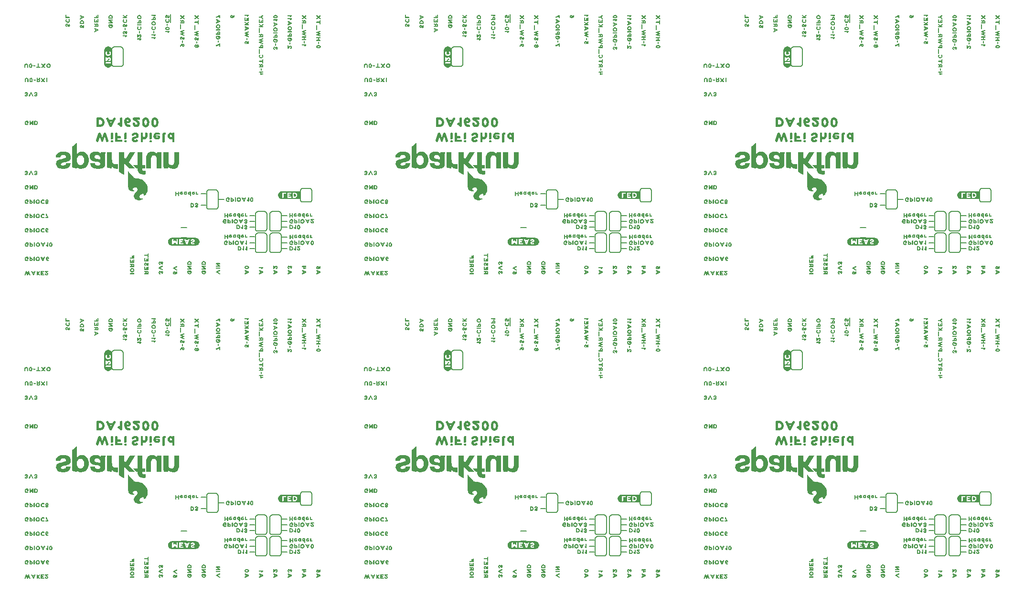
<source format=gbo>
G04 EAGLE Gerber RS-274X export*
G75*
%MOMM*%
%FSLAX34Y34*%
%LPD*%
%INSilkscreen Bottom*%
%IPPOS*%
%AMOC8*
5,1,8,0,0,1.08239X$1,22.5*%
G01*
%ADD10C,0.203200*%
%ADD11C,0.152400*%

G36*
X831259Y167430D02*
X831259Y167430D01*
X831285Y167438D01*
X831323Y167439D01*
X833123Y167839D01*
X833153Y167853D01*
X833201Y167865D01*
X834701Y168565D01*
X834705Y168568D01*
X834710Y168570D01*
X835351Y168890D01*
X835910Y169170D01*
X835932Y169188D01*
X835968Y169206D01*
X836768Y169806D01*
X836783Y169824D01*
X836809Y169841D01*
X837009Y170041D01*
X837022Y170063D01*
X837042Y170079D01*
X837068Y170136D01*
X837100Y170188D01*
X837103Y170214D01*
X837113Y170238D01*
X837111Y170299D01*
X837117Y170361D01*
X837108Y170385D01*
X837107Y170411D01*
X837077Y170465D01*
X837055Y170523D01*
X837036Y170540D01*
X837024Y170563D01*
X836974Y170598D01*
X836928Y170640D01*
X836903Y170648D01*
X836882Y170663D01*
X836798Y170679D01*
X836762Y170690D01*
X836752Y170688D01*
X836740Y170690D01*
X836640Y170690D01*
X836604Y170682D01*
X836548Y170679D01*
X836162Y170583D01*
X835609Y170490D01*
X834964Y170490D01*
X834225Y170583D01*
X833386Y170862D01*
X832652Y171229D01*
X832012Y171778D01*
X831551Y172331D01*
X831288Y172770D01*
X831120Y173272D01*
X831120Y174348D01*
X831289Y174854D01*
X831661Y175505D01*
X832131Y176163D01*
X833287Y177319D01*
X833946Y177789D01*
X834620Y178175D01*
X835063Y178396D01*
X835063Y178397D01*
X835392Y178561D01*
X836135Y178839D01*
X836767Y178930D01*
X837262Y178930D01*
X837843Y178681D01*
X838237Y178365D01*
X838488Y177864D01*
X838660Y177348D01*
X838660Y176372D01*
X838579Y176130D01*
X838576Y176093D01*
X838560Y176010D01*
X838560Y175810D01*
X838574Y175747D01*
X838582Y175683D01*
X838594Y175664D01*
X838599Y175641D01*
X838640Y175591D01*
X838675Y175537D01*
X838695Y175525D01*
X838709Y175508D01*
X838768Y175481D01*
X838824Y175448D01*
X838847Y175446D01*
X838868Y175437D01*
X838932Y175439D01*
X838996Y175434D01*
X839021Y175443D01*
X839041Y175443D01*
X839074Y175462D01*
X839133Y175482D01*
X840833Y176482D01*
X840861Y176509D01*
X840917Y176549D01*
X842517Y178249D01*
X842533Y178278D01*
X842565Y178312D01*
X843965Y180612D01*
X843975Y180644D01*
X843999Y180686D01*
X844999Y183586D01*
X845001Y183604D01*
X845003Y183608D01*
X845003Y183616D01*
X845016Y183651D01*
X845516Y186851D01*
X845513Y186884D01*
X845520Y186932D01*
X845320Y190432D01*
X845310Y190463D01*
X845307Y190509D01*
X844307Y194209D01*
X844290Y194241D01*
X844272Y194295D01*
X842272Y197895D01*
X842255Y197913D01*
X842240Y197943D01*
X840840Y199743D01*
X840828Y199753D01*
X840817Y199770D01*
X839317Y201370D01*
X839300Y201382D01*
X839282Y201404D01*
X837582Y202804D01*
X837563Y202813D01*
X837543Y202832D01*
X835643Y204032D01*
X835615Y204041D01*
X835581Y204063D01*
X833581Y204863D01*
X833569Y204865D01*
X833555Y204872D01*
X831355Y205572D01*
X831326Y205575D01*
X831287Y205587D01*
X828887Y205887D01*
X828866Y205885D01*
X828840Y205890D01*
X825087Y205890D01*
X823973Y206169D01*
X823028Y206641D01*
X821971Y207314D01*
X821009Y208180D01*
X820021Y209266D01*
X820020Y209267D01*
X820019Y209268D01*
X818825Y210562D01*
X817629Y211957D01*
X817624Y211961D01*
X817619Y211968D01*
X816420Y213267D01*
X814221Y215667D01*
X813332Y216654D01*
X812640Y217543D01*
X812634Y217549D01*
X812629Y217557D01*
X812037Y218248D01*
X811765Y218611D01*
X811680Y218780D01*
X811628Y218843D01*
X811571Y218912D01*
X811570Y218913D01*
X811569Y218913D01*
X811494Y218947D01*
X811412Y218983D01*
X811411Y218984D01*
X811326Y218980D01*
X811239Y218977D01*
X811239Y218976D01*
X811238Y218976D01*
X811163Y218935D01*
X811087Y218894D01*
X811087Y218893D01*
X811086Y218893D01*
X811035Y218821D01*
X810987Y218752D01*
X810987Y218751D01*
X810986Y218744D01*
X810960Y218610D01*
X810960Y191010D01*
X810965Y190990D01*
X810963Y190963D01*
X811163Y189363D01*
X811174Y189331D01*
X811182Y189282D01*
X811682Y187882D01*
X811690Y187870D01*
X811694Y187853D01*
X812194Y186753D01*
X812212Y186729D01*
X812229Y186692D01*
X812929Y185692D01*
X812958Y185666D01*
X813007Y185610D01*
X813907Y184910D01*
X813918Y184905D01*
X813929Y184894D01*
X814829Y184294D01*
X814860Y184282D01*
X814899Y184257D01*
X815899Y183857D01*
X815914Y183855D01*
X815931Y183846D01*
X816931Y183546D01*
X816950Y183545D01*
X816972Y183536D01*
X818072Y183336D01*
X818101Y183337D01*
X818140Y183330D01*
X819840Y183330D01*
X819863Y183335D01*
X819894Y183334D01*
X820594Y183434D01*
X820627Y183447D01*
X820681Y183457D01*
X821171Y183653D01*
X821402Y183730D01*
X821540Y183730D01*
X821709Y183769D01*
X821842Y183879D01*
X821913Y184038D01*
X821907Y184211D01*
X821824Y184363D01*
X821682Y184463D01*
X821561Y184486D01*
X821351Y184626D01*
X821320Y184638D01*
X821232Y184679D01*
X820907Y184760D01*
X820568Y185014D01*
X820552Y185021D01*
X820536Y185036D01*
X819576Y185612D01*
X819242Y185946D01*
X818988Y186370D01*
X818820Y186872D01*
X818820Y187448D01*
X818989Y187954D01*
X819354Y188592D01*
X819801Y189129D01*
X820430Y189578D01*
X821268Y189951D01*
X822279Y190227D01*
X823779Y190133D01*
X825193Y189756D01*
X826279Y189122D01*
X827006Y188122D01*
X827454Y187047D01*
X827365Y185796D01*
X826811Y184411D01*
X825562Y182969D01*
X823871Y181279D01*
X823860Y181260D01*
X823846Y181249D01*
X823844Y181244D01*
X823832Y181233D01*
X822532Y179433D01*
X822526Y179418D01*
X822512Y179403D01*
X821512Y177703D01*
X821501Y177666D01*
X821469Y177593D01*
X821069Y175793D01*
X821069Y175773D01*
X821067Y175768D01*
X821067Y175749D01*
X821060Y175710D01*
X821060Y174010D01*
X821069Y173972D01*
X821077Y173897D01*
X821577Y172297D01*
X821597Y172263D01*
X821627Y172195D01*
X822727Y170595D01*
X822754Y170570D01*
X822788Y170525D01*
X824488Y169025D01*
X824523Y169006D01*
X824576Y168967D01*
X826876Y167867D01*
X826909Y167860D01*
X826956Y167839D01*
X829156Y167339D01*
X829194Y167339D01*
X829259Y167330D01*
X831259Y167430D01*
G37*
G36*
X1433239Y167430D02*
X1433239Y167430D01*
X1433265Y167438D01*
X1433303Y167439D01*
X1435103Y167839D01*
X1435133Y167853D01*
X1435181Y167865D01*
X1436681Y168565D01*
X1436685Y168568D01*
X1436690Y168570D01*
X1437331Y168890D01*
X1437890Y169170D01*
X1437912Y169188D01*
X1437948Y169206D01*
X1438748Y169806D01*
X1438763Y169824D01*
X1438789Y169841D01*
X1438989Y170041D01*
X1439002Y170063D01*
X1439022Y170079D01*
X1439048Y170136D01*
X1439080Y170188D01*
X1439083Y170214D01*
X1439093Y170238D01*
X1439091Y170299D01*
X1439097Y170361D01*
X1439088Y170385D01*
X1439087Y170411D01*
X1439057Y170465D01*
X1439035Y170523D01*
X1439016Y170540D01*
X1439004Y170563D01*
X1438954Y170598D01*
X1438908Y170640D01*
X1438883Y170648D01*
X1438862Y170663D01*
X1438778Y170679D01*
X1438742Y170690D01*
X1438732Y170688D01*
X1438720Y170690D01*
X1438620Y170690D01*
X1438584Y170682D01*
X1438528Y170679D01*
X1438142Y170583D01*
X1437589Y170490D01*
X1436944Y170490D01*
X1436205Y170583D01*
X1435366Y170862D01*
X1434632Y171229D01*
X1433992Y171778D01*
X1433531Y172331D01*
X1433268Y172770D01*
X1433100Y173272D01*
X1433100Y174348D01*
X1433269Y174854D01*
X1433641Y175505D01*
X1434111Y176164D01*
X1435267Y177319D01*
X1435926Y177789D01*
X1436600Y178175D01*
X1437043Y178396D01*
X1437043Y178397D01*
X1437372Y178561D01*
X1438115Y178839D01*
X1438747Y178930D01*
X1439242Y178930D01*
X1439823Y178681D01*
X1440217Y178365D01*
X1440468Y177864D01*
X1440640Y177348D01*
X1440640Y176372D01*
X1440559Y176130D01*
X1440556Y176093D01*
X1440540Y176010D01*
X1440540Y175810D01*
X1440554Y175747D01*
X1440562Y175683D01*
X1440574Y175664D01*
X1440579Y175641D01*
X1440620Y175591D01*
X1440655Y175537D01*
X1440675Y175525D01*
X1440689Y175508D01*
X1440748Y175481D01*
X1440804Y175448D01*
X1440827Y175446D01*
X1440848Y175437D01*
X1440912Y175439D01*
X1440976Y175434D01*
X1441001Y175443D01*
X1441021Y175443D01*
X1441054Y175462D01*
X1441113Y175482D01*
X1442813Y176482D01*
X1442841Y176509D01*
X1442897Y176549D01*
X1444497Y178249D01*
X1444513Y178278D01*
X1444545Y178312D01*
X1445945Y180612D01*
X1445955Y180644D01*
X1445979Y180686D01*
X1446979Y183586D01*
X1446981Y183604D01*
X1446983Y183608D01*
X1446983Y183616D01*
X1446996Y183651D01*
X1447496Y186851D01*
X1447493Y186884D01*
X1447500Y186932D01*
X1447300Y190432D01*
X1447290Y190463D01*
X1447287Y190509D01*
X1446287Y194209D01*
X1446270Y194241D01*
X1446252Y194295D01*
X1444252Y197895D01*
X1444235Y197913D01*
X1444220Y197943D01*
X1442820Y199743D01*
X1442808Y199753D01*
X1442797Y199770D01*
X1441297Y201370D01*
X1441280Y201382D01*
X1441262Y201404D01*
X1439562Y202804D01*
X1439543Y202813D01*
X1439523Y202832D01*
X1437623Y204032D01*
X1437595Y204041D01*
X1437561Y204063D01*
X1435561Y204863D01*
X1435549Y204865D01*
X1435535Y204872D01*
X1433335Y205572D01*
X1433306Y205575D01*
X1433267Y205587D01*
X1430867Y205887D01*
X1430846Y205885D01*
X1430820Y205890D01*
X1427067Y205890D01*
X1425953Y206169D01*
X1425008Y206641D01*
X1423951Y207314D01*
X1422989Y208180D01*
X1422001Y209266D01*
X1422000Y209267D01*
X1421999Y209268D01*
X1420805Y210562D01*
X1419609Y211957D01*
X1419604Y211961D01*
X1419599Y211968D01*
X1418400Y213267D01*
X1416201Y215667D01*
X1415312Y216654D01*
X1414620Y217543D01*
X1414614Y217549D01*
X1414609Y217557D01*
X1414017Y218248D01*
X1413745Y218611D01*
X1413660Y218780D01*
X1413608Y218843D01*
X1413551Y218912D01*
X1413550Y218913D01*
X1413549Y218913D01*
X1413474Y218947D01*
X1413392Y218983D01*
X1413391Y218984D01*
X1413306Y218980D01*
X1413219Y218977D01*
X1413219Y218976D01*
X1413218Y218976D01*
X1413143Y218935D01*
X1413067Y218894D01*
X1413067Y218893D01*
X1413066Y218893D01*
X1413015Y218821D01*
X1412967Y218752D01*
X1412967Y218751D01*
X1412966Y218744D01*
X1412940Y218610D01*
X1412940Y191010D01*
X1412945Y190990D01*
X1412943Y190963D01*
X1413143Y189363D01*
X1413154Y189331D01*
X1413162Y189282D01*
X1413662Y187882D01*
X1413670Y187870D01*
X1413674Y187853D01*
X1414174Y186753D01*
X1414192Y186729D01*
X1414209Y186692D01*
X1414909Y185692D01*
X1414938Y185666D01*
X1414987Y185610D01*
X1415887Y184910D01*
X1415898Y184905D01*
X1415909Y184894D01*
X1416809Y184294D01*
X1416840Y184282D01*
X1416879Y184257D01*
X1417879Y183857D01*
X1417894Y183855D01*
X1417911Y183846D01*
X1418911Y183546D01*
X1418930Y183545D01*
X1418952Y183536D01*
X1420052Y183336D01*
X1420081Y183337D01*
X1420120Y183330D01*
X1421820Y183330D01*
X1421843Y183335D01*
X1421874Y183334D01*
X1422574Y183434D01*
X1422607Y183447D01*
X1422661Y183457D01*
X1423151Y183653D01*
X1423382Y183730D01*
X1423520Y183730D01*
X1423689Y183769D01*
X1423822Y183879D01*
X1423893Y184038D01*
X1423887Y184211D01*
X1423804Y184363D01*
X1423662Y184463D01*
X1423541Y184486D01*
X1423331Y184626D01*
X1423300Y184638D01*
X1423212Y184679D01*
X1422887Y184760D01*
X1422548Y185014D01*
X1422532Y185021D01*
X1422516Y185036D01*
X1421556Y185612D01*
X1421222Y185946D01*
X1420968Y186370D01*
X1420800Y186872D01*
X1420800Y187448D01*
X1420969Y187954D01*
X1421334Y188592D01*
X1421781Y189129D01*
X1422410Y189578D01*
X1423248Y189951D01*
X1424259Y190227D01*
X1425759Y190133D01*
X1427173Y189756D01*
X1428259Y189122D01*
X1428986Y188122D01*
X1429434Y187047D01*
X1429345Y185796D01*
X1428791Y184411D01*
X1427542Y182969D01*
X1425851Y181279D01*
X1425840Y181260D01*
X1425826Y181249D01*
X1425824Y181244D01*
X1425812Y181233D01*
X1424512Y179433D01*
X1424506Y179418D01*
X1424492Y179403D01*
X1423492Y177703D01*
X1423481Y177666D01*
X1423449Y177593D01*
X1423049Y175793D01*
X1423049Y175773D01*
X1423047Y175768D01*
X1423047Y175749D01*
X1423040Y175710D01*
X1423040Y174010D01*
X1423049Y173972D01*
X1423057Y173897D01*
X1423557Y172297D01*
X1423577Y172263D01*
X1423607Y172195D01*
X1424707Y170595D01*
X1424734Y170570D01*
X1424768Y170525D01*
X1426468Y169025D01*
X1426503Y169006D01*
X1426556Y168967D01*
X1428856Y167867D01*
X1428889Y167860D01*
X1428936Y167839D01*
X1431136Y167339D01*
X1431174Y167339D01*
X1431239Y167330D01*
X1433239Y167430D01*
G37*
G36*
X831259Y705910D02*
X831259Y705910D01*
X831285Y705918D01*
X831323Y705919D01*
X833123Y706319D01*
X833153Y706333D01*
X833201Y706345D01*
X834701Y707045D01*
X834705Y707048D01*
X834710Y707050D01*
X835351Y707370D01*
X835910Y707650D01*
X835932Y707668D01*
X835968Y707686D01*
X836768Y708286D01*
X836783Y708304D01*
X836809Y708321D01*
X837009Y708521D01*
X837022Y708543D01*
X837042Y708559D01*
X837068Y708616D01*
X837100Y708668D01*
X837103Y708694D01*
X837113Y708718D01*
X837111Y708779D01*
X837117Y708841D01*
X837108Y708865D01*
X837107Y708891D01*
X837077Y708945D01*
X837055Y709003D01*
X837036Y709020D01*
X837024Y709043D01*
X836974Y709078D01*
X836928Y709120D01*
X836903Y709128D01*
X836882Y709143D01*
X836798Y709159D01*
X836762Y709170D01*
X836752Y709168D01*
X836740Y709170D01*
X836640Y709170D01*
X836604Y709162D01*
X836548Y709159D01*
X836162Y709063D01*
X835609Y708970D01*
X834964Y708970D01*
X834225Y709063D01*
X833386Y709342D01*
X832652Y709709D01*
X832012Y710258D01*
X831551Y710811D01*
X831288Y711250D01*
X831120Y711752D01*
X831120Y712828D01*
X831289Y713334D01*
X831661Y713985D01*
X832131Y714644D01*
X833287Y715799D01*
X833946Y716269D01*
X834620Y716655D01*
X835063Y716876D01*
X835063Y716877D01*
X835392Y717041D01*
X836135Y717319D01*
X836767Y717410D01*
X837262Y717410D01*
X837843Y717161D01*
X838237Y716845D01*
X838488Y716344D01*
X838660Y715828D01*
X838660Y714852D01*
X838579Y714610D01*
X838576Y714573D01*
X838560Y714490D01*
X838560Y714290D01*
X838574Y714227D01*
X838582Y714163D01*
X838594Y714144D01*
X838599Y714121D01*
X838640Y714071D01*
X838675Y714017D01*
X838695Y714005D01*
X838709Y713988D01*
X838768Y713961D01*
X838824Y713928D01*
X838847Y713926D01*
X838868Y713917D01*
X838932Y713919D01*
X838996Y713914D01*
X839021Y713923D01*
X839041Y713923D01*
X839074Y713942D01*
X839133Y713962D01*
X840833Y714962D01*
X840861Y714989D01*
X840917Y715029D01*
X842517Y716729D01*
X842533Y716758D01*
X842565Y716792D01*
X843965Y719092D01*
X843975Y719124D01*
X843999Y719166D01*
X844999Y722066D01*
X845001Y722084D01*
X845003Y722088D01*
X845003Y722096D01*
X845016Y722131D01*
X845516Y725331D01*
X845513Y725364D01*
X845520Y725412D01*
X845320Y728912D01*
X845310Y728943D01*
X845307Y728989D01*
X844307Y732689D01*
X844290Y732721D01*
X844272Y732775D01*
X842272Y736375D01*
X842255Y736393D01*
X842240Y736423D01*
X840840Y738223D01*
X840828Y738233D01*
X840817Y738250D01*
X839317Y739850D01*
X839300Y739862D01*
X839282Y739884D01*
X837582Y741284D01*
X837563Y741293D01*
X837543Y741312D01*
X835643Y742512D01*
X835615Y742521D01*
X835581Y742543D01*
X833581Y743343D01*
X833569Y743345D01*
X833555Y743352D01*
X831355Y744052D01*
X831326Y744055D01*
X831287Y744067D01*
X828887Y744367D01*
X828866Y744365D01*
X828840Y744370D01*
X825087Y744370D01*
X823973Y744649D01*
X823028Y745121D01*
X821971Y745794D01*
X821009Y746660D01*
X820021Y747746D01*
X820020Y747747D01*
X820019Y747748D01*
X818825Y749042D01*
X817629Y750437D01*
X817624Y750441D01*
X817619Y750448D01*
X816420Y751747D01*
X814221Y754147D01*
X813332Y755134D01*
X812640Y756023D01*
X812634Y756029D01*
X812629Y756037D01*
X812037Y756728D01*
X811765Y757091D01*
X811680Y757260D01*
X811628Y757323D01*
X811571Y757392D01*
X811570Y757393D01*
X811569Y757393D01*
X811494Y757427D01*
X811412Y757463D01*
X811411Y757464D01*
X811326Y757460D01*
X811239Y757457D01*
X811239Y757456D01*
X811238Y757456D01*
X811163Y757415D01*
X811087Y757374D01*
X811087Y757373D01*
X811086Y757373D01*
X811035Y757301D01*
X810987Y757232D01*
X810987Y757231D01*
X810986Y757224D01*
X810960Y757090D01*
X810960Y729490D01*
X810965Y729470D01*
X810963Y729443D01*
X811163Y727843D01*
X811174Y727811D01*
X811182Y727762D01*
X811682Y726362D01*
X811690Y726350D01*
X811694Y726333D01*
X812194Y725233D01*
X812212Y725209D01*
X812229Y725172D01*
X812929Y724172D01*
X812958Y724146D01*
X813007Y724090D01*
X813907Y723390D01*
X813918Y723385D01*
X813929Y723374D01*
X814829Y722774D01*
X814860Y722762D01*
X814899Y722737D01*
X815899Y722337D01*
X815914Y722335D01*
X815931Y722326D01*
X816931Y722026D01*
X816950Y722025D01*
X816972Y722016D01*
X818072Y721816D01*
X818101Y721817D01*
X818140Y721810D01*
X819840Y721810D01*
X819863Y721815D01*
X819894Y721814D01*
X820594Y721914D01*
X820627Y721927D01*
X820681Y721937D01*
X821171Y722133D01*
X821402Y722210D01*
X821540Y722210D01*
X821709Y722249D01*
X821842Y722359D01*
X821913Y722518D01*
X821907Y722691D01*
X821824Y722843D01*
X821682Y722943D01*
X821561Y722966D01*
X821351Y723106D01*
X821320Y723118D01*
X821232Y723159D01*
X820907Y723240D01*
X820568Y723494D01*
X820552Y723501D01*
X820536Y723516D01*
X819576Y724092D01*
X819242Y724426D01*
X818988Y724850D01*
X818820Y725352D01*
X818820Y725928D01*
X818989Y726434D01*
X819354Y727072D01*
X819801Y727609D01*
X820430Y728058D01*
X821268Y728431D01*
X822279Y728707D01*
X823779Y728613D01*
X825193Y728236D01*
X826279Y727602D01*
X827006Y726602D01*
X827454Y725527D01*
X827365Y724276D01*
X826811Y722891D01*
X825562Y721449D01*
X823871Y719759D01*
X823860Y719740D01*
X823846Y719729D01*
X823844Y719724D01*
X823832Y719713D01*
X822532Y717913D01*
X822526Y717898D01*
X822512Y717883D01*
X821512Y716183D01*
X821501Y716146D01*
X821469Y716073D01*
X821069Y714273D01*
X821069Y714253D01*
X821067Y714248D01*
X821067Y714229D01*
X821060Y714190D01*
X821060Y712490D01*
X821069Y712452D01*
X821077Y712377D01*
X821577Y710777D01*
X821597Y710743D01*
X821627Y710675D01*
X822727Y709075D01*
X822754Y709050D01*
X822788Y709005D01*
X824488Y707505D01*
X824523Y707486D01*
X824576Y707447D01*
X826876Y706347D01*
X826909Y706340D01*
X826956Y706319D01*
X829156Y705819D01*
X829194Y705819D01*
X829259Y705810D01*
X831259Y705910D01*
G37*
G36*
X1433239Y705910D02*
X1433239Y705910D01*
X1433265Y705918D01*
X1433303Y705919D01*
X1435103Y706319D01*
X1435133Y706333D01*
X1435181Y706345D01*
X1436681Y707045D01*
X1436685Y707048D01*
X1436690Y707050D01*
X1437331Y707370D01*
X1437890Y707650D01*
X1437912Y707668D01*
X1437948Y707686D01*
X1438748Y708286D01*
X1438763Y708304D01*
X1438789Y708321D01*
X1438989Y708521D01*
X1439002Y708543D01*
X1439022Y708559D01*
X1439048Y708616D01*
X1439080Y708668D01*
X1439083Y708694D01*
X1439093Y708718D01*
X1439091Y708779D01*
X1439097Y708841D01*
X1439088Y708865D01*
X1439087Y708891D01*
X1439057Y708945D01*
X1439035Y709003D01*
X1439016Y709020D01*
X1439004Y709043D01*
X1438954Y709078D01*
X1438908Y709120D01*
X1438883Y709128D01*
X1438862Y709143D01*
X1438778Y709159D01*
X1438742Y709170D01*
X1438732Y709168D01*
X1438720Y709170D01*
X1438620Y709170D01*
X1438584Y709162D01*
X1438528Y709159D01*
X1438142Y709063D01*
X1437589Y708970D01*
X1436944Y708970D01*
X1436205Y709063D01*
X1435366Y709342D01*
X1434632Y709709D01*
X1433992Y710258D01*
X1433531Y710811D01*
X1433268Y711250D01*
X1433100Y711752D01*
X1433100Y712828D01*
X1433269Y713334D01*
X1433641Y713985D01*
X1434111Y714643D01*
X1435267Y715799D01*
X1435926Y716269D01*
X1436600Y716655D01*
X1437043Y716876D01*
X1437043Y716877D01*
X1437372Y717041D01*
X1438115Y717319D01*
X1438747Y717410D01*
X1439242Y717410D01*
X1439823Y717161D01*
X1440217Y716845D01*
X1440468Y716344D01*
X1440640Y715828D01*
X1440640Y714852D01*
X1440559Y714610D01*
X1440556Y714573D01*
X1440540Y714490D01*
X1440540Y714290D01*
X1440554Y714227D01*
X1440562Y714163D01*
X1440574Y714144D01*
X1440579Y714121D01*
X1440620Y714071D01*
X1440655Y714017D01*
X1440675Y714005D01*
X1440689Y713988D01*
X1440748Y713961D01*
X1440804Y713928D01*
X1440827Y713926D01*
X1440848Y713917D01*
X1440912Y713919D01*
X1440976Y713914D01*
X1441001Y713923D01*
X1441021Y713923D01*
X1441054Y713942D01*
X1441113Y713962D01*
X1442813Y714962D01*
X1442841Y714989D01*
X1442897Y715029D01*
X1444497Y716729D01*
X1444513Y716758D01*
X1444545Y716792D01*
X1445945Y719092D01*
X1445955Y719124D01*
X1445979Y719166D01*
X1446979Y722066D01*
X1446981Y722084D01*
X1446983Y722088D01*
X1446983Y722096D01*
X1446996Y722131D01*
X1447496Y725331D01*
X1447493Y725364D01*
X1447500Y725412D01*
X1447300Y728912D01*
X1447290Y728943D01*
X1447287Y728989D01*
X1446287Y732689D01*
X1446270Y732721D01*
X1446252Y732775D01*
X1444252Y736375D01*
X1444235Y736393D01*
X1444220Y736423D01*
X1442820Y738223D01*
X1442808Y738233D01*
X1442797Y738250D01*
X1441297Y739850D01*
X1441280Y739862D01*
X1441262Y739884D01*
X1439562Y741284D01*
X1439543Y741293D01*
X1439523Y741312D01*
X1437623Y742512D01*
X1437595Y742521D01*
X1437561Y742543D01*
X1435561Y743343D01*
X1435549Y743345D01*
X1435535Y743352D01*
X1433335Y744052D01*
X1433306Y744055D01*
X1433267Y744067D01*
X1430867Y744367D01*
X1430846Y744365D01*
X1430820Y744370D01*
X1427067Y744370D01*
X1425953Y744649D01*
X1425008Y745121D01*
X1423951Y745794D01*
X1422989Y746660D01*
X1422001Y747746D01*
X1422000Y747747D01*
X1421999Y747748D01*
X1420805Y749042D01*
X1419609Y750437D01*
X1419604Y750441D01*
X1419599Y750448D01*
X1418400Y751747D01*
X1416201Y754147D01*
X1415312Y755134D01*
X1414620Y756023D01*
X1414614Y756029D01*
X1414609Y756037D01*
X1414017Y756728D01*
X1413745Y757091D01*
X1413660Y757260D01*
X1413608Y757323D01*
X1413551Y757392D01*
X1413550Y757393D01*
X1413549Y757393D01*
X1413474Y757427D01*
X1413392Y757463D01*
X1413391Y757464D01*
X1413306Y757460D01*
X1413219Y757457D01*
X1413219Y757456D01*
X1413218Y757456D01*
X1413143Y757415D01*
X1413067Y757374D01*
X1413067Y757373D01*
X1413066Y757373D01*
X1413015Y757301D01*
X1412967Y757232D01*
X1412967Y757231D01*
X1412966Y757224D01*
X1412940Y757090D01*
X1412940Y729490D01*
X1412945Y729470D01*
X1412943Y729443D01*
X1413143Y727843D01*
X1413154Y727811D01*
X1413162Y727762D01*
X1413662Y726362D01*
X1413670Y726350D01*
X1413674Y726333D01*
X1414174Y725233D01*
X1414192Y725209D01*
X1414209Y725172D01*
X1414909Y724172D01*
X1414938Y724146D01*
X1414987Y724090D01*
X1415887Y723390D01*
X1415898Y723385D01*
X1415909Y723374D01*
X1416809Y722774D01*
X1416840Y722762D01*
X1416879Y722737D01*
X1417879Y722337D01*
X1417894Y722335D01*
X1417911Y722326D01*
X1418911Y722026D01*
X1418930Y722025D01*
X1418952Y722016D01*
X1420052Y721816D01*
X1420081Y721817D01*
X1420120Y721810D01*
X1421820Y721810D01*
X1421843Y721815D01*
X1421874Y721814D01*
X1422574Y721914D01*
X1422607Y721927D01*
X1422661Y721937D01*
X1423151Y722133D01*
X1423382Y722210D01*
X1423520Y722210D01*
X1423689Y722249D01*
X1423822Y722359D01*
X1423893Y722518D01*
X1423887Y722691D01*
X1423804Y722843D01*
X1423662Y722943D01*
X1423541Y722966D01*
X1423331Y723106D01*
X1423300Y723118D01*
X1423212Y723159D01*
X1422887Y723240D01*
X1422548Y723494D01*
X1422532Y723501D01*
X1422516Y723516D01*
X1421556Y724092D01*
X1421222Y724426D01*
X1420968Y724850D01*
X1420800Y725352D01*
X1420800Y725928D01*
X1420969Y726434D01*
X1421334Y727072D01*
X1421781Y727609D01*
X1422410Y728058D01*
X1423248Y728431D01*
X1424259Y728707D01*
X1425759Y728613D01*
X1427173Y728236D01*
X1428259Y727602D01*
X1428986Y726602D01*
X1429434Y725527D01*
X1429345Y724276D01*
X1428791Y722891D01*
X1427542Y721449D01*
X1425851Y719759D01*
X1425840Y719740D01*
X1425826Y719729D01*
X1425824Y719724D01*
X1425812Y719713D01*
X1424512Y717913D01*
X1424506Y717898D01*
X1424492Y717883D01*
X1423492Y716183D01*
X1423481Y716146D01*
X1423449Y716073D01*
X1423049Y714273D01*
X1423049Y714253D01*
X1423047Y714248D01*
X1423047Y714229D01*
X1423040Y714190D01*
X1423040Y712490D01*
X1423049Y712452D01*
X1423057Y712377D01*
X1423557Y710777D01*
X1423577Y710743D01*
X1423607Y710675D01*
X1424707Y709075D01*
X1424734Y709050D01*
X1424768Y709005D01*
X1426468Y707505D01*
X1426503Y707486D01*
X1426556Y707447D01*
X1428856Y706347D01*
X1428889Y706340D01*
X1428936Y706319D01*
X1431136Y705819D01*
X1431174Y705819D01*
X1431239Y705810D01*
X1433239Y705910D01*
G37*
G36*
X229279Y167430D02*
X229279Y167430D01*
X229305Y167438D01*
X229343Y167439D01*
X231143Y167839D01*
X231173Y167853D01*
X231221Y167865D01*
X232721Y168565D01*
X232725Y168568D01*
X232730Y168570D01*
X233371Y168890D01*
X233930Y169170D01*
X233952Y169188D01*
X233988Y169206D01*
X234788Y169806D01*
X234803Y169824D01*
X234829Y169841D01*
X235029Y170041D01*
X235042Y170063D01*
X235062Y170079D01*
X235088Y170136D01*
X235120Y170188D01*
X235123Y170214D01*
X235133Y170238D01*
X235131Y170299D01*
X235137Y170361D01*
X235128Y170385D01*
X235127Y170411D01*
X235097Y170465D01*
X235075Y170523D01*
X235056Y170540D01*
X235044Y170563D01*
X234994Y170598D01*
X234948Y170640D01*
X234923Y170648D01*
X234902Y170663D01*
X234818Y170679D01*
X234782Y170690D01*
X234772Y170688D01*
X234760Y170690D01*
X234660Y170690D01*
X234624Y170682D01*
X234568Y170679D01*
X234182Y170583D01*
X233629Y170490D01*
X232984Y170490D01*
X232245Y170583D01*
X231406Y170862D01*
X230672Y171229D01*
X230032Y171778D01*
X229571Y172331D01*
X229308Y172770D01*
X229140Y173272D01*
X229140Y174348D01*
X229309Y174854D01*
X229681Y175505D01*
X230151Y176164D01*
X231307Y177319D01*
X231966Y177789D01*
X232640Y178175D01*
X233083Y178396D01*
X233083Y178397D01*
X233412Y178561D01*
X234155Y178839D01*
X234787Y178930D01*
X235282Y178930D01*
X235863Y178681D01*
X236257Y178365D01*
X236508Y177864D01*
X236680Y177348D01*
X236680Y176372D01*
X236599Y176130D01*
X236596Y176093D01*
X236580Y176010D01*
X236580Y175810D01*
X236594Y175747D01*
X236602Y175683D01*
X236614Y175664D01*
X236619Y175641D01*
X236660Y175591D01*
X236695Y175537D01*
X236715Y175525D01*
X236729Y175508D01*
X236788Y175481D01*
X236844Y175448D01*
X236867Y175446D01*
X236888Y175437D01*
X236952Y175439D01*
X237016Y175434D01*
X237041Y175443D01*
X237061Y175443D01*
X237094Y175462D01*
X237153Y175482D01*
X238853Y176482D01*
X238881Y176509D01*
X238937Y176549D01*
X240537Y178249D01*
X240553Y178278D01*
X240585Y178312D01*
X241985Y180612D01*
X241995Y180644D01*
X242019Y180686D01*
X243019Y183586D01*
X243021Y183604D01*
X243023Y183608D01*
X243023Y183616D01*
X243036Y183651D01*
X243536Y186851D01*
X243533Y186884D01*
X243540Y186932D01*
X243340Y190432D01*
X243330Y190463D01*
X243327Y190509D01*
X242327Y194209D01*
X242310Y194241D01*
X242292Y194295D01*
X240292Y197895D01*
X240275Y197913D01*
X240260Y197943D01*
X238860Y199743D01*
X238848Y199753D01*
X238837Y199770D01*
X237337Y201370D01*
X237320Y201382D01*
X237302Y201404D01*
X235602Y202804D01*
X235583Y202813D01*
X235563Y202832D01*
X233663Y204032D01*
X233635Y204041D01*
X233601Y204063D01*
X231601Y204863D01*
X231589Y204865D01*
X231575Y204872D01*
X229375Y205572D01*
X229346Y205575D01*
X229307Y205587D01*
X226907Y205887D01*
X226886Y205885D01*
X226860Y205890D01*
X223107Y205890D01*
X221993Y206169D01*
X221048Y206641D01*
X219991Y207314D01*
X219029Y208180D01*
X218041Y209266D01*
X218040Y209267D01*
X218039Y209268D01*
X216845Y210562D01*
X215649Y211957D01*
X215644Y211961D01*
X215639Y211968D01*
X214440Y213267D01*
X212241Y215667D01*
X211352Y216654D01*
X210660Y217543D01*
X210654Y217549D01*
X210649Y217557D01*
X210057Y218248D01*
X209785Y218611D01*
X209700Y218780D01*
X209648Y218843D01*
X209591Y218912D01*
X209590Y218913D01*
X209589Y218913D01*
X209514Y218947D01*
X209432Y218983D01*
X209431Y218984D01*
X209346Y218980D01*
X209259Y218977D01*
X209259Y218976D01*
X209258Y218976D01*
X209183Y218935D01*
X209107Y218894D01*
X209107Y218893D01*
X209106Y218893D01*
X209055Y218821D01*
X209007Y218752D01*
X209007Y218751D01*
X209006Y218744D01*
X208980Y218610D01*
X208980Y191010D01*
X208985Y190990D01*
X208983Y190963D01*
X209183Y189363D01*
X209194Y189331D01*
X209202Y189282D01*
X209702Y187882D01*
X209710Y187870D01*
X209714Y187853D01*
X210214Y186753D01*
X210232Y186729D01*
X210249Y186692D01*
X210949Y185692D01*
X210978Y185666D01*
X211027Y185610D01*
X211927Y184910D01*
X211938Y184905D01*
X211949Y184894D01*
X212849Y184294D01*
X212880Y184282D01*
X212919Y184257D01*
X213919Y183857D01*
X213934Y183855D01*
X213951Y183846D01*
X214951Y183546D01*
X214970Y183545D01*
X214992Y183536D01*
X216092Y183336D01*
X216121Y183337D01*
X216160Y183330D01*
X217860Y183330D01*
X217883Y183335D01*
X217914Y183334D01*
X218614Y183434D01*
X218647Y183447D01*
X218701Y183457D01*
X219191Y183653D01*
X219422Y183730D01*
X219560Y183730D01*
X219729Y183769D01*
X219862Y183879D01*
X219933Y184038D01*
X219927Y184211D01*
X219844Y184363D01*
X219702Y184463D01*
X219581Y184486D01*
X219371Y184626D01*
X219340Y184638D01*
X219252Y184679D01*
X218927Y184760D01*
X218588Y185014D01*
X218572Y185021D01*
X218556Y185036D01*
X217596Y185612D01*
X217262Y185946D01*
X217008Y186370D01*
X216840Y186872D01*
X216840Y187448D01*
X217009Y187954D01*
X217374Y188592D01*
X217821Y189129D01*
X218450Y189578D01*
X219288Y189951D01*
X220299Y190227D01*
X221799Y190133D01*
X223213Y189756D01*
X224299Y189122D01*
X225026Y188122D01*
X225474Y187047D01*
X225385Y185796D01*
X224831Y184411D01*
X223582Y182969D01*
X221891Y181279D01*
X221880Y181260D01*
X221866Y181249D01*
X221864Y181244D01*
X221852Y181233D01*
X220552Y179433D01*
X220546Y179418D01*
X220532Y179403D01*
X219532Y177703D01*
X219521Y177666D01*
X219489Y177593D01*
X219089Y175793D01*
X219089Y175773D01*
X219087Y175768D01*
X219087Y175749D01*
X219080Y175710D01*
X219080Y174010D01*
X219089Y173972D01*
X219097Y173897D01*
X219597Y172297D01*
X219617Y172263D01*
X219647Y172195D01*
X220747Y170595D01*
X220774Y170570D01*
X220808Y170525D01*
X222508Y169025D01*
X222543Y169006D01*
X222596Y168967D01*
X224896Y167867D01*
X224929Y167860D01*
X224976Y167839D01*
X227176Y167339D01*
X227214Y167339D01*
X227279Y167330D01*
X229279Y167430D01*
G37*
G36*
X229279Y705910D02*
X229279Y705910D01*
X229305Y705918D01*
X229343Y705919D01*
X231143Y706319D01*
X231173Y706333D01*
X231221Y706345D01*
X232721Y707045D01*
X232725Y707048D01*
X232730Y707050D01*
X233371Y707370D01*
X233930Y707650D01*
X233952Y707668D01*
X233988Y707686D01*
X234788Y708286D01*
X234803Y708304D01*
X234829Y708321D01*
X235029Y708521D01*
X235042Y708543D01*
X235062Y708559D01*
X235088Y708616D01*
X235120Y708668D01*
X235123Y708694D01*
X235133Y708718D01*
X235131Y708779D01*
X235137Y708841D01*
X235128Y708865D01*
X235127Y708891D01*
X235097Y708945D01*
X235075Y709003D01*
X235056Y709020D01*
X235044Y709043D01*
X234994Y709078D01*
X234948Y709120D01*
X234923Y709128D01*
X234902Y709143D01*
X234818Y709159D01*
X234782Y709170D01*
X234772Y709168D01*
X234760Y709170D01*
X234660Y709170D01*
X234624Y709162D01*
X234568Y709159D01*
X234182Y709063D01*
X233629Y708970D01*
X232984Y708970D01*
X232245Y709063D01*
X231406Y709342D01*
X230672Y709709D01*
X230032Y710258D01*
X229571Y710811D01*
X229308Y711250D01*
X229140Y711752D01*
X229140Y712828D01*
X229309Y713334D01*
X229681Y713985D01*
X230151Y714644D01*
X231307Y715799D01*
X231966Y716269D01*
X232640Y716655D01*
X233083Y716876D01*
X233083Y716877D01*
X233412Y717041D01*
X234155Y717319D01*
X234787Y717410D01*
X235282Y717410D01*
X235863Y717161D01*
X236257Y716845D01*
X236508Y716344D01*
X236680Y715828D01*
X236680Y714852D01*
X236599Y714610D01*
X236596Y714573D01*
X236580Y714490D01*
X236580Y714290D01*
X236594Y714227D01*
X236602Y714163D01*
X236614Y714144D01*
X236619Y714121D01*
X236660Y714071D01*
X236695Y714017D01*
X236715Y714005D01*
X236729Y713988D01*
X236788Y713961D01*
X236844Y713928D01*
X236867Y713926D01*
X236888Y713917D01*
X236952Y713919D01*
X237016Y713914D01*
X237041Y713923D01*
X237061Y713923D01*
X237094Y713942D01*
X237153Y713962D01*
X238853Y714962D01*
X238881Y714989D01*
X238937Y715029D01*
X240537Y716729D01*
X240553Y716758D01*
X240585Y716792D01*
X241985Y719092D01*
X241995Y719124D01*
X242019Y719166D01*
X243019Y722066D01*
X243021Y722084D01*
X243023Y722088D01*
X243023Y722096D01*
X243036Y722131D01*
X243536Y725331D01*
X243533Y725364D01*
X243540Y725412D01*
X243340Y728912D01*
X243330Y728943D01*
X243327Y728989D01*
X242327Y732689D01*
X242310Y732721D01*
X242292Y732775D01*
X240292Y736375D01*
X240275Y736393D01*
X240260Y736423D01*
X238860Y738223D01*
X238848Y738233D01*
X238837Y738250D01*
X237337Y739850D01*
X237320Y739862D01*
X237302Y739884D01*
X235602Y741284D01*
X235583Y741293D01*
X235563Y741312D01*
X233663Y742512D01*
X233635Y742521D01*
X233601Y742543D01*
X231601Y743343D01*
X231589Y743345D01*
X231575Y743352D01*
X229375Y744052D01*
X229346Y744055D01*
X229307Y744067D01*
X226907Y744367D01*
X226886Y744365D01*
X226860Y744370D01*
X223107Y744370D01*
X221993Y744649D01*
X221048Y745121D01*
X219991Y745794D01*
X219029Y746660D01*
X218041Y747746D01*
X218040Y747747D01*
X218039Y747748D01*
X216845Y749042D01*
X215649Y750437D01*
X215644Y750441D01*
X215639Y750448D01*
X214440Y751747D01*
X212241Y754147D01*
X211352Y755134D01*
X210660Y756023D01*
X210654Y756029D01*
X210649Y756037D01*
X210057Y756728D01*
X209785Y757091D01*
X209700Y757260D01*
X209648Y757323D01*
X209591Y757392D01*
X209590Y757393D01*
X209589Y757393D01*
X209514Y757427D01*
X209432Y757463D01*
X209431Y757464D01*
X209346Y757460D01*
X209259Y757457D01*
X209259Y757456D01*
X209258Y757456D01*
X209183Y757415D01*
X209107Y757374D01*
X209107Y757373D01*
X209106Y757373D01*
X209055Y757301D01*
X209007Y757232D01*
X209007Y757231D01*
X209006Y757224D01*
X208980Y757090D01*
X208980Y729490D01*
X208985Y729470D01*
X208983Y729443D01*
X209183Y727843D01*
X209194Y727811D01*
X209202Y727762D01*
X209702Y726362D01*
X209710Y726350D01*
X209714Y726333D01*
X210214Y725233D01*
X210232Y725209D01*
X210249Y725172D01*
X210949Y724172D01*
X210978Y724146D01*
X211027Y724090D01*
X211927Y723390D01*
X211938Y723385D01*
X211949Y723374D01*
X212849Y722774D01*
X212880Y722762D01*
X212919Y722737D01*
X213919Y722337D01*
X213934Y722335D01*
X213951Y722326D01*
X214951Y722026D01*
X214970Y722025D01*
X214992Y722016D01*
X216092Y721816D01*
X216121Y721817D01*
X216160Y721810D01*
X217860Y721810D01*
X217883Y721815D01*
X217914Y721814D01*
X218614Y721914D01*
X218647Y721927D01*
X218701Y721937D01*
X219191Y722133D01*
X219422Y722210D01*
X219560Y722210D01*
X219729Y722249D01*
X219862Y722359D01*
X219933Y722518D01*
X219927Y722691D01*
X219844Y722843D01*
X219702Y722943D01*
X219581Y722966D01*
X219371Y723106D01*
X219340Y723118D01*
X219252Y723159D01*
X218927Y723240D01*
X218588Y723494D01*
X218572Y723501D01*
X218556Y723516D01*
X217596Y724092D01*
X217262Y724426D01*
X217008Y724850D01*
X216840Y725352D01*
X216840Y725928D01*
X217009Y726434D01*
X217374Y727072D01*
X217821Y727609D01*
X218450Y728058D01*
X219288Y728431D01*
X220299Y728707D01*
X221799Y728613D01*
X223213Y728236D01*
X224299Y727602D01*
X225026Y726602D01*
X225474Y725527D01*
X225385Y724276D01*
X224831Y722891D01*
X223582Y721449D01*
X221891Y719759D01*
X221880Y719740D01*
X221866Y719729D01*
X221864Y719724D01*
X221852Y719713D01*
X220552Y717913D01*
X220546Y717898D01*
X220532Y717883D01*
X219532Y716183D01*
X219521Y716146D01*
X219489Y716073D01*
X219089Y714273D01*
X219089Y714253D01*
X219087Y714248D01*
X219087Y714229D01*
X219080Y714190D01*
X219080Y712490D01*
X219089Y712452D01*
X219097Y712377D01*
X219597Y710777D01*
X219617Y710743D01*
X219647Y710675D01*
X220747Y709075D01*
X220774Y709050D01*
X220808Y709005D01*
X222508Y707505D01*
X222543Y707486D01*
X222596Y707447D01*
X224896Y706347D01*
X224929Y706340D01*
X224976Y706319D01*
X227176Y705819D01*
X227214Y705819D01*
X227279Y705810D01*
X229279Y705910D01*
G37*
G36*
X1329917Y223235D02*
X1329917Y223235D01*
X1329957Y223232D01*
X1333057Y223532D01*
X1333089Y223543D01*
X1333140Y223549D01*
X1335840Y224449D01*
X1335873Y224470D01*
X1335934Y224496D01*
X1338134Y225996D01*
X1338157Y226021D01*
X1338196Y226049D01*
X1339996Y227949D01*
X1340013Y227977D01*
X1340045Y228012D01*
X1341445Y230312D01*
X1341455Y230343D01*
X1341478Y230381D01*
X1342378Y232881D01*
X1342380Y232903D01*
X1342392Y232930D01*
X1342992Y235730D01*
X1342991Y235754D01*
X1342999Y235785D01*
X1343199Y238785D01*
X1343196Y238807D01*
X1343199Y238837D01*
X1342999Y241637D01*
X1342992Y241660D01*
X1342991Y241693D01*
X1342391Y244393D01*
X1342386Y244404D01*
X1342385Y244414D01*
X1342379Y244426D01*
X1342376Y244444D01*
X1341476Y246844D01*
X1341458Y246871D01*
X1341441Y246914D01*
X1340041Y249114D01*
X1340022Y249133D01*
X1340003Y249164D01*
X1338303Y251064D01*
X1338272Y251086D01*
X1338224Y251131D01*
X1336024Y252531D01*
X1335992Y252542D01*
X1335949Y252568D01*
X1333449Y253468D01*
X1333413Y253472D01*
X1333359Y253488D01*
X1330459Y253788D01*
X1330430Y253785D01*
X1330391Y253789D01*
X1329091Y253689D01*
X1329076Y253685D01*
X1329058Y253685D01*
X1327858Y253485D01*
X1327845Y253480D01*
X1327828Y253479D01*
X1326628Y253179D01*
X1326602Y253166D01*
X1326563Y253156D01*
X1325463Y252656D01*
X1325453Y252649D01*
X1325438Y252644D01*
X1324338Y252044D01*
X1324324Y252031D01*
X1324302Y252022D01*
X1323302Y251322D01*
X1323278Y251295D01*
X1323236Y251263D01*
X1322436Y250363D01*
X1322432Y250355D01*
X1322423Y250348D01*
X1322300Y250194D01*
X1322300Y269510D01*
X1322297Y269525D01*
X1322299Y269541D01*
X1322277Y269609D01*
X1322261Y269679D01*
X1322251Y269691D01*
X1322246Y269706D01*
X1322196Y269757D01*
X1322151Y269812D01*
X1322136Y269819D01*
X1322125Y269830D01*
X1322058Y269854D01*
X1321992Y269883D01*
X1321977Y269883D01*
X1321962Y269888D01*
X1321891Y269879D01*
X1321819Y269877D01*
X1321805Y269869D01*
X1321790Y269867D01*
X1321675Y269798D01*
X1321667Y269794D01*
X1321667Y269793D01*
X1321666Y269793D01*
X1320674Y268900D01*
X1319682Y268107D01*
X1319676Y268099D01*
X1319666Y268093D01*
X1318666Y267193D01*
X1318660Y267185D01*
X1318651Y267179D01*
X1317766Y266294D01*
X1316782Y265507D01*
X1316776Y265499D01*
X1316766Y265493D01*
X1315766Y264593D01*
X1314867Y263794D01*
X1314867Y263793D01*
X1314866Y263793D01*
X1313866Y262893D01*
X1313815Y262820D01*
X1313767Y262752D01*
X1313767Y262751D01*
X1313767Y262750D01*
X1313765Y262742D01*
X1313740Y262610D01*
X1313740Y225710D01*
X1313742Y225701D01*
X1313740Y225691D01*
X1313762Y225617D01*
X1313779Y225541D01*
X1313785Y225534D01*
X1313788Y225525D01*
X1313840Y225468D01*
X1313889Y225408D01*
X1313898Y225404D01*
X1313905Y225397D01*
X1314038Y225339D01*
X1315838Y224939D01*
X1315857Y224939D01*
X1315882Y224932D01*
X1316860Y224834D01*
X1317738Y224639D01*
X1317756Y224639D01*
X1317778Y224632D01*
X1318658Y224534D01*
X1319538Y224339D01*
X1319541Y224339D01*
X1319545Y224337D01*
X1320545Y224137D01*
X1320560Y224138D01*
X1320578Y224132D01*
X1321478Y224032D01*
X1321549Y224041D01*
X1321621Y224043D01*
X1321635Y224051D01*
X1321650Y224053D01*
X1321710Y224092D01*
X1321773Y224126D01*
X1321782Y224139D01*
X1321795Y224147D01*
X1321831Y224209D01*
X1321873Y224268D01*
X1321876Y224285D01*
X1321883Y224297D01*
X1321886Y224336D01*
X1321900Y224410D01*
X1321900Y226841D01*
X1322012Y226686D01*
X1322032Y226670D01*
X1322051Y226641D01*
X1322951Y225741D01*
X1322960Y225736D01*
X1322967Y225726D01*
X1323867Y224926D01*
X1323894Y224912D01*
X1323924Y224884D01*
X1324924Y224284D01*
X1324954Y224275D01*
X1324990Y224253D01*
X1326090Y223853D01*
X1326095Y223852D01*
X1326100Y223849D01*
X1327300Y223449D01*
X1327336Y223446D01*
X1327391Y223431D01*
X1328689Y223331D01*
X1329888Y223231D01*
X1329917Y223235D01*
G37*
G36*
X1329917Y761715D02*
X1329917Y761715D01*
X1329957Y761712D01*
X1333057Y762012D01*
X1333089Y762023D01*
X1333140Y762029D01*
X1335840Y762929D01*
X1335873Y762950D01*
X1335934Y762976D01*
X1338134Y764476D01*
X1338157Y764501D01*
X1338196Y764529D01*
X1339996Y766429D01*
X1340013Y766457D01*
X1340045Y766492D01*
X1341445Y768792D01*
X1341455Y768823D01*
X1341478Y768861D01*
X1342378Y771361D01*
X1342380Y771383D01*
X1342392Y771410D01*
X1342992Y774210D01*
X1342991Y774234D01*
X1342999Y774265D01*
X1343199Y777265D01*
X1343196Y777287D01*
X1343199Y777317D01*
X1342999Y780117D01*
X1342992Y780140D01*
X1342991Y780173D01*
X1342391Y782873D01*
X1342386Y782884D01*
X1342385Y782894D01*
X1342379Y782906D01*
X1342376Y782924D01*
X1341476Y785324D01*
X1341458Y785351D01*
X1341441Y785394D01*
X1340041Y787594D01*
X1340022Y787613D01*
X1340003Y787644D01*
X1338303Y789544D01*
X1338272Y789566D01*
X1338224Y789611D01*
X1336024Y791011D01*
X1335992Y791022D01*
X1335949Y791048D01*
X1333449Y791948D01*
X1333413Y791952D01*
X1333359Y791968D01*
X1330459Y792268D01*
X1330430Y792265D01*
X1330391Y792269D01*
X1329091Y792169D01*
X1329076Y792165D01*
X1329058Y792165D01*
X1327858Y791965D01*
X1327845Y791960D01*
X1327828Y791959D01*
X1326628Y791659D01*
X1326602Y791646D01*
X1326563Y791636D01*
X1325463Y791136D01*
X1325453Y791129D01*
X1325438Y791124D01*
X1324338Y790524D01*
X1324324Y790511D01*
X1324302Y790502D01*
X1323302Y789802D01*
X1323278Y789775D01*
X1323236Y789743D01*
X1322436Y788843D01*
X1322432Y788835D01*
X1322423Y788828D01*
X1322300Y788674D01*
X1322300Y807990D01*
X1322297Y808005D01*
X1322299Y808021D01*
X1322277Y808089D01*
X1322261Y808159D01*
X1322251Y808171D01*
X1322246Y808186D01*
X1322196Y808237D01*
X1322151Y808292D01*
X1322136Y808299D01*
X1322125Y808310D01*
X1322058Y808334D01*
X1321992Y808363D01*
X1321977Y808363D01*
X1321962Y808368D01*
X1321891Y808359D01*
X1321819Y808357D01*
X1321805Y808349D01*
X1321790Y808347D01*
X1321675Y808278D01*
X1321667Y808274D01*
X1321667Y808273D01*
X1321666Y808273D01*
X1320674Y807380D01*
X1319682Y806587D01*
X1319676Y806579D01*
X1319666Y806573D01*
X1318666Y805673D01*
X1318660Y805665D01*
X1318651Y805659D01*
X1317766Y804774D01*
X1316782Y803987D01*
X1316776Y803979D01*
X1316766Y803973D01*
X1315766Y803073D01*
X1314867Y802274D01*
X1314867Y802273D01*
X1314866Y802273D01*
X1313866Y801373D01*
X1313815Y801300D01*
X1313767Y801232D01*
X1313767Y801231D01*
X1313767Y801230D01*
X1313765Y801222D01*
X1313740Y801090D01*
X1313740Y764190D01*
X1313742Y764181D01*
X1313740Y764171D01*
X1313762Y764097D01*
X1313779Y764021D01*
X1313785Y764014D01*
X1313788Y764005D01*
X1313840Y763948D01*
X1313889Y763888D01*
X1313898Y763884D01*
X1313905Y763877D01*
X1314038Y763819D01*
X1315838Y763419D01*
X1315857Y763419D01*
X1315882Y763412D01*
X1316860Y763314D01*
X1317738Y763119D01*
X1317756Y763119D01*
X1317778Y763112D01*
X1318658Y763014D01*
X1319538Y762819D01*
X1319541Y762819D01*
X1319545Y762817D01*
X1320545Y762617D01*
X1320560Y762618D01*
X1320578Y762612D01*
X1321478Y762512D01*
X1321549Y762521D01*
X1321621Y762523D01*
X1321635Y762531D01*
X1321650Y762533D01*
X1321710Y762572D01*
X1321773Y762606D01*
X1321782Y762619D01*
X1321795Y762627D01*
X1321831Y762689D01*
X1321873Y762748D01*
X1321876Y762765D01*
X1321883Y762777D01*
X1321886Y762816D01*
X1321900Y762890D01*
X1321900Y765321D01*
X1322012Y765166D01*
X1322032Y765150D01*
X1322051Y765121D01*
X1322951Y764221D01*
X1322960Y764216D01*
X1322967Y764206D01*
X1323867Y763406D01*
X1323894Y763392D01*
X1323924Y763364D01*
X1324924Y762764D01*
X1324954Y762755D01*
X1324990Y762733D01*
X1326090Y762333D01*
X1326095Y762332D01*
X1326100Y762329D01*
X1327300Y761929D01*
X1327336Y761926D01*
X1327391Y761911D01*
X1328689Y761811D01*
X1329888Y761711D01*
X1329917Y761715D01*
G37*
G36*
X125957Y223235D02*
X125957Y223235D01*
X125997Y223232D01*
X129097Y223532D01*
X129129Y223543D01*
X129180Y223549D01*
X131880Y224449D01*
X131913Y224470D01*
X131974Y224496D01*
X134174Y225996D01*
X134197Y226021D01*
X134236Y226049D01*
X136036Y227949D01*
X136053Y227977D01*
X136085Y228012D01*
X137485Y230312D01*
X137495Y230343D01*
X137518Y230381D01*
X138418Y232881D01*
X138420Y232903D01*
X138432Y232930D01*
X139032Y235730D01*
X139031Y235754D01*
X139039Y235785D01*
X139239Y238785D01*
X139236Y238807D01*
X139239Y238837D01*
X139039Y241637D01*
X139032Y241660D01*
X139031Y241693D01*
X138431Y244393D01*
X138426Y244404D01*
X138425Y244414D01*
X138419Y244426D01*
X138416Y244444D01*
X137516Y246844D01*
X137498Y246871D01*
X137481Y246914D01*
X136081Y249114D01*
X136062Y249133D01*
X136043Y249164D01*
X134343Y251064D01*
X134312Y251086D01*
X134264Y251131D01*
X132064Y252531D01*
X132032Y252542D01*
X131989Y252568D01*
X129489Y253468D01*
X129453Y253472D01*
X129399Y253488D01*
X126499Y253788D01*
X126470Y253785D01*
X126431Y253789D01*
X125131Y253689D01*
X125116Y253685D01*
X125098Y253685D01*
X123898Y253485D01*
X123885Y253480D01*
X123868Y253479D01*
X122668Y253179D01*
X122642Y253166D01*
X122603Y253156D01*
X121503Y252656D01*
X121493Y252649D01*
X121478Y252644D01*
X120378Y252044D01*
X120364Y252031D01*
X120342Y252022D01*
X119342Y251322D01*
X119318Y251295D01*
X119276Y251263D01*
X118476Y250363D01*
X118472Y250355D01*
X118463Y250348D01*
X118340Y250194D01*
X118340Y269510D01*
X118337Y269525D01*
X118339Y269541D01*
X118317Y269609D01*
X118301Y269679D01*
X118291Y269691D01*
X118286Y269706D01*
X118236Y269757D01*
X118191Y269812D01*
X118176Y269819D01*
X118165Y269830D01*
X118098Y269854D01*
X118032Y269883D01*
X118017Y269883D01*
X118002Y269888D01*
X117931Y269879D01*
X117859Y269877D01*
X117845Y269869D01*
X117830Y269867D01*
X117715Y269798D01*
X117707Y269794D01*
X117707Y269793D01*
X117706Y269793D01*
X116714Y268900D01*
X115722Y268107D01*
X115716Y268099D01*
X115706Y268093D01*
X114706Y267193D01*
X114700Y267185D01*
X114691Y267179D01*
X113806Y266294D01*
X112822Y265507D01*
X112816Y265499D01*
X112806Y265493D01*
X111806Y264593D01*
X110907Y263794D01*
X110907Y263793D01*
X110906Y263793D01*
X109906Y262893D01*
X109855Y262820D01*
X109807Y262752D01*
X109807Y262751D01*
X109807Y262750D01*
X109805Y262742D01*
X109780Y262610D01*
X109780Y225710D01*
X109782Y225701D01*
X109780Y225691D01*
X109802Y225617D01*
X109819Y225541D01*
X109825Y225534D01*
X109828Y225525D01*
X109880Y225468D01*
X109929Y225408D01*
X109938Y225404D01*
X109945Y225397D01*
X110078Y225339D01*
X111878Y224939D01*
X111897Y224939D01*
X111922Y224932D01*
X112900Y224834D01*
X113778Y224639D01*
X113796Y224639D01*
X113818Y224632D01*
X114698Y224534D01*
X115578Y224339D01*
X115581Y224339D01*
X115585Y224337D01*
X116585Y224137D01*
X116600Y224138D01*
X116618Y224132D01*
X117518Y224032D01*
X117589Y224041D01*
X117661Y224043D01*
X117675Y224051D01*
X117690Y224053D01*
X117750Y224092D01*
X117813Y224126D01*
X117822Y224139D01*
X117835Y224147D01*
X117871Y224209D01*
X117913Y224268D01*
X117916Y224285D01*
X117923Y224297D01*
X117926Y224336D01*
X117940Y224410D01*
X117940Y226841D01*
X118052Y226686D01*
X118072Y226670D01*
X118091Y226641D01*
X118991Y225741D01*
X119000Y225736D01*
X119007Y225726D01*
X119907Y224926D01*
X119934Y224912D01*
X119964Y224884D01*
X120964Y224284D01*
X120994Y224275D01*
X121030Y224253D01*
X122130Y223853D01*
X122135Y223852D01*
X122140Y223849D01*
X123340Y223449D01*
X123376Y223446D01*
X123431Y223431D01*
X124729Y223331D01*
X125928Y223231D01*
X125957Y223235D01*
G37*
G36*
X125957Y761715D02*
X125957Y761715D01*
X125997Y761712D01*
X129097Y762012D01*
X129129Y762023D01*
X129180Y762029D01*
X131880Y762929D01*
X131913Y762950D01*
X131974Y762976D01*
X134174Y764476D01*
X134197Y764501D01*
X134236Y764529D01*
X136036Y766429D01*
X136053Y766457D01*
X136085Y766492D01*
X137485Y768792D01*
X137495Y768823D01*
X137518Y768861D01*
X138418Y771361D01*
X138420Y771383D01*
X138432Y771410D01*
X139032Y774210D01*
X139031Y774234D01*
X139039Y774265D01*
X139239Y777265D01*
X139236Y777287D01*
X139239Y777317D01*
X139039Y780117D01*
X139032Y780140D01*
X139031Y780173D01*
X138431Y782873D01*
X138426Y782884D01*
X138425Y782894D01*
X138419Y782906D01*
X138416Y782924D01*
X137516Y785324D01*
X137498Y785351D01*
X137481Y785394D01*
X136081Y787594D01*
X136062Y787613D01*
X136043Y787644D01*
X134343Y789544D01*
X134312Y789566D01*
X134264Y789611D01*
X132064Y791011D01*
X132032Y791022D01*
X131989Y791048D01*
X129489Y791948D01*
X129453Y791952D01*
X129399Y791968D01*
X126499Y792268D01*
X126470Y792265D01*
X126431Y792269D01*
X125131Y792169D01*
X125116Y792165D01*
X125098Y792165D01*
X123898Y791965D01*
X123885Y791960D01*
X123868Y791959D01*
X122668Y791659D01*
X122642Y791646D01*
X122603Y791636D01*
X121503Y791136D01*
X121493Y791129D01*
X121478Y791124D01*
X120378Y790524D01*
X120364Y790511D01*
X120342Y790502D01*
X119342Y789802D01*
X119318Y789775D01*
X119276Y789743D01*
X118476Y788843D01*
X118472Y788835D01*
X118463Y788828D01*
X118340Y788674D01*
X118340Y807990D01*
X118337Y808005D01*
X118339Y808021D01*
X118317Y808089D01*
X118301Y808159D01*
X118291Y808171D01*
X118286Y808186D01*
X118236Y808237D01*
X118191Y808292D01*
X118176Y808299D01*
X118165Y808310D01*
X118098Y808334D01*
X118032Y808363D01*
X118017Y808363D01*
X118002Y808368D01*
X117931Y808359D01*
X117859Y808357D01*
X117845Y808349D01*
X117830Y808347D01*
X117715Y808278D01*
X117707Y808274D01*
X117707Y808273D01*
X117706Y808273D01*
X116714Y807380D01*
X115722Y806587D01*
X115716Y806579D01*
X115706Y806573D01*
X114706Y805673D01*
X114700Y805665D01*
X114691Y805659D01*
X113806Y804774D01*
X112822Y803987D01*
X112816Y803979D01*
X112806Y803973D01*
X111806Y803073D01*
X110907Y802274D01*
X110907Y802273D01*
X110906Y802273D01*
X109906Y801373D01*
X109855Y801300D01*
X109807Y801232D01*
X109807Y801231D01*
X109807Y801230D01*
X109805Y801222D01*
X109780Y801090D01*
X109780Y764190D01*
X109782Y764181D01*
X109780Y764171D01*
X109802Y764097D01*
X109819Y764021D01*
X109825Y764014D01*
X109828Y764005D01*
X109880Y763948D01*
X109929Y763888D01*
X109938Y763884D01*
X109945Y763877D01*
X110078Y763819D01*
X111878Y763419D01*
X111897Y763419D01*
X111922Y763412D01*
X112900Y763314D01*
X113778Y763119D01*
X113796Y763119D01*
X113818Y763112D01*
X114698Y763014D01*
X115578Y762819D01*
X115581Y762819D01*
X115585Y762817D01*
X116585Y762617D01*
X116600Y762618D01*
X116618Y762612D01*
X117518Y762512D01*
X117589Y762521D01*
X117661Y762523D01*
X117675Y762531D01*
X117690Y762533D01*
X117750Y762572D01*
X117813Y762606D01*
X117822Y762619D01*
X117835Y762627D01*
X117871Y762689D01*
X117913Y762748D01*
X117916Y762765D01*
X117923Y762777D01*
X117926Y762816D01*
X117940Y762890D01*
X117940Y765321D01*
X118052Y765166D01*
X118072Y765150D01*
X118091Y765121D01*
X118991Y764221D01*
X119000Y764216D01*
X119007Y764206D01*
X119907Y763406D01*
X119934Y763392D01*
X119964Y763364D01*
X120964Y762764D01*
X120994Y762755D01*
X121030Y762733D01*
X122130Y762333D01*
X122135Y762332D01*
X122140Y762329D01*
X123340Y761929D01*
X123376Y761926D01*
X123431Y761911D01*
X124729Y761811D01*
X125928Y761711D01*
X125957Y761715D01*
G37*
G36*
X727937Y223235D02*
X727937Y223235D01*
X727977Y223232D01*
X731077Y223532D01*
X731109Y223543D01*
X731160Y223549D01*
X733860Y224449D01*
X733893Y224470D01*
X733954Y224496D01*
X736154Y225996D01*
X736177Y226021D01*
X736216Y226049D01*
X738016Y227949D01*
X738033Y227977D01*
X738065Y228012D01*
X739465Y230312D01*
X739475Y230343D01*
X739498Y230381D01*
X740398Y232881D01*
X740400Y232903D01*
X740412Y232930D01*
X741012Y235730D01*
X741011Y235754D01*
X741019Y235785D01*
X741219Y238785D01*
X741216Y238807D01*
X741219Y238837D01*
X741019Y241637D01*
X741012Y241660D01*
X741011Y241693D01*
X740411Y244393D01*
X740406Y244404D01*
X740405Y244414D01*
X740399Y244426D01*
X740396Y244444D01*
X739496Y246844D01*
X739478Y246871D01*
X739461Y246914D01*
X738061Y249114D01*
X738042Y249133D01*
X738023Y249164D01*
X736323Y251064D01*
X736292Y251086D01*
X736244Y251131D01*
X734044Y252531D01*
X734012Y252542D01*
X733969Y252568D01*
X731469Y253468D01*
X731433Y253472D01*
X731379Y253488D01*
X728479Y253788D01*
X728450Y253785D01*
X728411Y253789D01*
X727111Y253689D01*
X727096Y253685D01*
X727078Y253685D01*
X725878Y253485D01*
X725865Y253480D01*
X725848Y253479D01*
X724648Y253179D01*
X724622Y253166D01*
X724583Y253156D01*
X723483Y252656D01*
X723473Y252649D01*
X723458Y252644D01*
X722358Y252044D01*
X722344Y252031D01*
X722322Y252022D01*
X721322Y251322D01*
X721298Y251295D01*
X721256Y251263D01*
X720456Y250363D01*
X720452Y250355D01*
X720443Y250348D01*
X720320Y250194D01*
X720320Y269510D01*
X720317Y269525D01*
X720319Y269541D01*
X720297Y269609D01*
X720281Y269679D01*
X720271Y269691D01*
X720266Y269706D01*
X720216Y269757D01*
X720171Y269812D01*
X720156Y269819D01*
X720145Y269830D01*
X720078Y269854D01*
X720012Y269883D01*
X719997Y269883D01*
X719982Y269888D01*
X719911Y269879D01*
X719839Y269877D01*
X719825Y269869D01*
X719810Y269867D01*
X719695Y269798D01*
X719687Y269794D01*
X719687Y269793D01*
X719686Y269793D01*
X718694Y268900D01*
X717702Y268107D01*
X717696Y268099D01*
X717686Y268093D01*
X716686Y267193D01*
X716680Y267185D01*
X716671Y267179D01*
X715786Y266294D01*
X714802Y265507D01*
X714796Y265499D01*
X714786Y265493D01*
X713786Y264593D01*
X712887Y263794D01*
X712887Y263793D01*
X712886Y263793D01*
X711886Y262893D01*
X711835Y262820D01*
X711787Y262752D01*
X711787Y262751D01*
X711787Y262750D01*
X711785Y262742D01*
X711760Y262610D01*
X711760Y225710D01*
X711762Y225701D01*
X711760Y225691D01*
X711782Y225617D01*
X711799Y225541D01*
X711805Y225534D01*
X711808Y225525D01*
X711860Y225468D01*
X711909Y225408D01*
X711918Y225404D01*
X711925Y225397D01*
X712058Y225339D01*
X713858Y224939D01*
X713877Y224939D01*
X713902Y224932D01*
X714880Y224834D01*
X715758Y224639D01*
X715776Y224639D01*
X715798Y224632D01*
X716678Y224534D01*
X717558Y224339D01*
X717561Y224339D01*
X717565Y224337D01*
X718565Y224137D01*
X718580Y224138D01*
X718598Y224132D01*
X719498Y224032D01*
X719569Y224041D01*
X719641Y224043D01*
X719655Y224051D01*
X719670Y224053D01*
X719730Y224092D01*
X719793Y224126D01*
X719802Y224139D01*
X719815Y224147D01*
X719851Y224209D01*
X719893Y224268D01*
X719896Y224285D01*
X719903Y224297D01*
X719906Y224336D01*
X719920Y224410D01*
X719920Y226841D01*
X720032Y226686D01*
X720052Y226670D01*
X720071Y226641D01*
X720971Y225741D01*
X720980Y225736D01*
X720987Y225726D01*
X721887Y224926D01*
X721914Y224912D01*
X721944Y224884D01*
X722944Y224284D01*
X722974Y224275D01*
X723010Y224253D01*
X724110Y223853D01*
X724115Y223852D01*
X724120Y223849D01*
X725320Y223449D01*
X725356Y223446D01*
X725411Y223431D01*
X726709Y223331D01*
X727908Y223231D01*
X727937Y223235D01*
G37*
G36*
X727937Y761715D02*
X727937Y761715D01*
X727977Y761712D01*
X731077Y762012D01*
X731109Y762023D01*
X731160Y762029D01*
X733860Y762929D01*
X733893Y762950D01*
X733954Y762976D01*
X736154Y764476D01*
X736177Y764501D01*
X736216Y764529D01*
X738016Y766429D01*
X738033Y766457D01*
X738065Y766492D01*
X739465Y768792D01*
X739475Y768823D01*
X739498Y768861D01*
X740398Y771361D01*
X740400Y771383D01*
X740412Y771410D01*
X741012Y774210D01*
X741011Y774234D01*
X741019Y774265D01*
X741219Y777265D01*
X741216Y777287D01*
X741219Y777317D01*
X741019Y780117D01*
X741012Y780140D01*
X741011Y780173D01*
X740411Y782873D01*
X740406Y782884D01*
X740405Y782894D01*
X740399Y782906D01*
X740396Y782924D01*
X739496Y785324D01*
X739478Y785351D01*
X739461Y785394D01*
X738061Y787594D01*
X738042Y787613D01*
X738023Y787644D01*
X736323Y789544D01*
X736292Y789566D01*
X736244Y789611D01*
X734044Y791011D01*
X734012Y791022D01*
X733969Y791048D01*
X731469Y791948D01*
X731433Y791952D01*
X731379Y791968D01*
X728479Y792268D01*
X728450Y792265D01*
X728411Y792269D01*
X727111Y792169D01*
X727096Y792165D01*
X727078Y792165D01*
X725878Y791965D01*
X725865Y791960D01*
X725848Y791959D01*
X724648Y791659D01*
X724622Y791646D01*
X724583Y791636D01*
X723483Y791136D01*
X723473Y791129D01*
X723458Y791124D01*
X722358Y790524D01*
X722344Y790511D01*
X722322Y790502D01*
X721322Y789802D01*
X721298Y789775D01*
X721256Y789743D01*
X720456Y788843D01*
X720452Y788835D01*
X720443Y788828D01*
X720320Y788674D01*
X720320Y807990D01*
X720317Y808005D01*
X720319Y808021D01*
X720297Y808089D01*
X720281Y808159D01*
X720271Y808171D01*
X720266Y808186D01*
X720216Y808237D01*
X720171Y808292D01*
X720156Y808299D01*
X720145Y808310D01*
X720078Y808334D01*
X720012Y808363D01*
X719997Y808363D01*
X719982Y808368D01*
X719911Y808359D01*
X719839Y808357D01*
X719825Y808349D01*
X719810Y808347D01*
X719695Y808278D01*
X719687Y808274D01*
X719687Y808273D01*
X719686Y808273D01*
X718694Y807380D01*
X717702Y806587D01*
X717696Y806579D01*
X717686Y806573D01*
X716686Y805673D01*
X716680Y805665D01*
X716671Y805659D01*
X715786Y804774D01*
X714802Y803987D01*
X714796Y803979D01*
X714786Y803973D01*
X713786Y803073D01*
X712887Y802274D01*
X712887Y802273D01*
X712886Y802273D01*
X711886Y801373D01*
X711835Y801300D01*
X711787Y801232D01*
X711787Y801231D01*
X711787Y801230D01*
X711785Y801222D01*
X711760Y801090D01*
X711760Y764190D01*
X711762Y764181D01*
X711760Y764171D01*
X711782Y764097D01*
X711799Y764021D01*
X711805Y764014D01*
X711808Y764005D01*
X711860Y763948D01*
X711909Y763888D01*
X711918Y763884D01*
X711925Y763877D01*
X712058Y763819D01*
X713858Y763419D01*
X713877Y763419D01*
X713902Y763412D01*
X714880Y763314D01*
X715758Y763119D01*
X715776Y763119D01*
X715798Y763112D01*
X716678Y763014D01*
X717558Y762819D01*
X717561Y762819D01*
X717565Y762817D01*
X718565Y762617D01*
X718580Y762618D01*
X718598Y762612D01*
X719498Y762512D01*
X719569Y762521D01*
X719641Y762523D01*
X719655Y762531D01*
X719670Y762533D01*
X719730Y762572D01*
X719793Y762606D01*
X719802Y762619D01*
X719815Y762627D01*
X719851Y762689D01*
X719893Y762748D01*
X719896Y762765D01*
X719903Y762777D01*
X719906Y762816D01*
X719920Y762890D01*
X719920Y765321D01*
X720032Y765166D01*
X720052Y765150D01*
X720071Y765121D01*
X720971Y764221D01*
X720980Y764216D01*
X720987Y764206D01*
X721887Y763406D01*
X721914Y763392D01*
X721944Y763364D01*
X722944Y762764D01*
X722974Y762755D01*
X723010Y762733D01*
X724110Y762333D01*
X724115Y762332D01*
X724120Y762329D01*
X725320Y761929D01*
X725356Y761926D01*
X725411Y761911D01*
X726709Y761811D01*
X727908Y761711D01*
X727937Y761715D01*
G37*
G36*
X1532804Y625614D02*
X1532804Y625614D01*
X1532807Y625611D01*
X1533507Y625711D01*
X1533511Y625715D01*
X1533514Y625713D01*
X1534214Y625913D01*
X1534215Y625914D01*
X1534216Y625913D01*
X1535416Y626313D01*
X1535421Y626321D01*
X1535427Y626319D01*
X1536025Y626717D01*
X1536622Y627016D01*
X1536627Y627026D01*
X1536635Y627025D01*
X1537635Y628025D01*
X1537635Y628029D01*
X1537638Y628029D01*
X1538038Y628529D01*
X1538039Y628537D01*
X1538044Y628538D01*
X1538944Y630338D01*
X1538943Y630345D01*
X1538947Y630346D01*
X1538969Y630424D01*
X1538970Y630424D01*
X1538969Y630424D01*
X1539012Y630572D01*
X1539026Y630621D01*
X1539068Y630769D01*
X1539110Y630916D01*
X1539124Y630966D01*
X1539147Y631046D01*
X1539146Y631051D01*
X1539149Y631053D01*
X1539249Y631753D01*
X1539246Y631758D01*
X1539249Y631760D01*
X1539249Y633060D01*
X1539246Y633064D01*
X1539249Y633067D01*
X1539149Y633767D01*
X1539144Y633772D01*
X1539147Y633776D01*
X1538947Y634375D01*
X1538747Y635074D01*
X1538742Y635078D01*
X1538744Y635082D01*
X1538144Y636282D01*
X1538137Y636285D01*
X1538138Y636291D01*
X1537738Y636791D01*
X1537734Y636792D01*
X1537735Y636795D01*
X1536735Y637795D01*
X1536731Y637795D01*
X1536731Y637798D01*
X1536231Y638198D01*
X1536223Y638199D01*
X1536222Y638204D01*
X1535022Y638804D01*
X1535015Y638803D01*
X1535014Y638807D01*
X1534315Y639007D01*
X1533716Y639207D01*
X1533709Y639205D01*
X1533707Y639209D01*
X1533007Y639309D01*
X1533002Y639306D01*
X1533000Y639309D01*
X1489600Y639309D01*
X1489595Y639306D01*
X1489592Y639309D01*
X1488992Y639209D01*
X1488989Y639205D01*
X1488986Y639207D01*
X1488286Y639007D01*
X1488285Y639006D01*
X1488284Y639007D01*
X1487684Y638807D01*
X1487683Y638804D01*
X1487681Y638805D01*
X1486981Y638505D01*
X1486978Y638501D01*
X1486975Y638502D01*
X1486475Y638202D01*
X1486474Y638201D01*
X1486473Y638201D01*
X1485873Y637801D01*
X1485870Y637794D01*
X1485865Y637795D01*
X1485365Y637295D01*
X1485365Y637291D01*
X1485362Y637291D01*
X1484963Y636793D01*
X1484465Y636295D01*
X1484464Y636283D01*
X1484456Y636282D01*
X1483856Y635082D01*
X1483856Y635080D01*
X1483856Y635079D01*
X1483857Y635077D01*
X1483853Y635076D01*
X1483653Y634476D01*
X1483654Y634474D01*
X1483653Y634474D01*
X1483643Y634440D01*
X1483601Y634292D01*
X1483587Y634243D01*
X1483545Y634095D01*
X1483502Y633947D01*
X1483488Y633898D01*
X1483453Y633774D01*
X1483455Y633769D01*
X1483451Y633767D01*
X1483351Y633067D01*
X1483354Y633062D01*
X1483351Y633060D01*
X1483351Y631760D01*
X1483354Y631756D01*
X1483351Y631753D01*
X1483451Y631053D01*
X1483455Y631049D01*
X1483453Y631046D01*
X1483653Y630346D01*
X1483654Y630345D01*
X1483653Y630344D01*
X1483853Y629744D01*
X1483858Y629741D01*
X1483856Y629738D01*
X1484156Y629138D01*
X1484160Y629136D01*
X1484159Y629133D01*
X1484559Y628533D01*
X1484562Y628532D01*
X1484562Y628529D01*
X1484962Y628029D01*
X1484966Y628028D01*
X1484965Y628025D01*
X1485465Y627525D01*
X1485469Y627525D01*
X1485469Y627522D01*
X1485969Y627122D01*
X1485973Y627121D01*
X1485973Y627119D01*
X1486571Y626720D01*
X1487069Y626322D01*
X1487083Y626321D01*
X1487086Y626313D01*
X1487785Y626113D01*
X1488384Y625913D01*
X1488386Y625914D01*
X1488386Y625913D01*
X1489086Y625713D01*
X1489090Y625714D01*
X1489092Y625711D01*
X1489692Y625611D01*
X1489697Y625614D01*
X1489700Y625611D01*
X1532800Y625611D01*
X1532804Y625614D01*
G37*
G36*
X328844Y625614D02*
X328844Y625614D01*
X328847Y625611D01*
X329547Y625711D01*
X329551Y625715D01*
X329554Y625713D01*
X330254Y625913D01*
X330255Y625914D01*
X330256Y625913D01*
X331456Y626313D01*
X331461Y626321D01*
X331467Y626319D01*
X332065Y626717D01*
X332662Y627016D01*
X332667Y627026D01*
X332675Y627025D01*
X333675Y628025D01*
X333675Y628029D01*
X333678Y628029D01*
X334078Y628529D01*
X334079Y628537D01*
X334084Y628538D01*
X334984Y630338D01*
X334983Y630345D01*
X334987Y630346D01*
X335009Y630424D01*
X335010Y630424D01*
X335009Y630424D01*
X335052Y630572D01*
X335066Y630621D01*
X335108Y630769D01*
X335150Y630916D01*
X335164Y630966D01*
X335187Y631046D01*
X335186Y631051D01*
X335189Y631053D01*
X335289Y631753D01*
X335286Y631758D01*
X335289Y631760D01*
X335289Y633060D01*
X335286Y633064D01*
X335289Y633067D01*
X335189Y633767D01*
X335184Y633772D01*
X335187Y633776D01*
X334987Y634375D01*
X334787Y635074D01*
X334782Y635078D01*
X334784Y635082D01*
X334184Y636282D01*
X334177Y636285D01*
X334178Y636291D01*
X333778Y636791D01*
X333774Y636792D01*
X333775Y636795D01*
X332775Y637795D01*
X332771Y637795D01*
X332771Y637798D01*
X332271Y638198D01*
X332263Y638199D01*
X332262Y638204D01*
X331062Y638804D01*
X331055Y638803D01*
X331054Y638807D01*
X330355Y639007D01*
X329756Y639207D01*
X329749Y639205D01*
X329747Y639209D01*
X329047Y639309D01*
X329042Y639306D01*
X329040Y639309D01*
X285640Y639309D01*
X285635Y639306D01*
X285632Y639309D01*
X285032Y639209D01*
X285029Y639205D01*
X285026Y639207D01*
X284326Y639007D01*
X284325Y639006D01*
X284324Y639007D01*
X283724Y638807D01*
X283723Y638804D01*
X283721Y638805D01*
X283021Y638505D01*
X283018Y638501D01*
X283015Y638502D01*
X282515Y638202D01*
X282514Y638201D01*
X282513Y638201D01*
X281913Y637801D01*
X281910Y637794D01*
X281905Y637795D01*
X281405Y637295D01*
X281405Y637291D01*
X281402Y637291D01*
X281003Y636793D01*
X280505Y636295D01*
X280504Y636283D01*
X280496Y636282D01*
X279896Y635082D01*
X279896Y635080D01*
X279896Y635079D01*
X279897Y635077D01*
X279893Y635076D01*
X279693Y634476D01*
X279694Y634474D01*
X279693Y634474D01*
X279683Y634440D01*
X279641Y634292D01*
X279627Y634243D01*
X279585Y634095D01*
X279542Y633947D01*
X279528Y633898D01*
X279493Y633774D01*
X279495Y633769D01*
X279491Y633767D01*
X279391Y633067D01*
X279394Y633062D01*
X279391Y633060D01*
X279391Y631760D01*
X279394Y631756D01*
X279391Y631753D01*
X279491Y631053D01*
X279495Y631049D01*
X279493Y631046D01*
X279693Y630346D01*
X279694Y630345D01*
X279693Y630344D01*
X279893Y629744D01*
X279898Y629741D01*
X279896Y629738D01*
X280196Y629138D01*
X280200Y629136D01*
X280199Y629133D01*
X280599Y628533D01*
X280602Y628532D01*
X280602Y628529D01*
X281002Y628029D01*
X281006Y628028D01*
X281005Y628025D01*
X281505Y627525D01*
X281509Y627525D01*
X281509Y627522D01*
X282009Y627122D01*
X282013Y627121D01*
X282013Y627119D01*
X282611Y626720D01*
X283109Y626322D01*
X283123Y626321D01*
X283126Y626313D01*
X283825Y626113D01*
X284424Y625913D01*
X284426Y625914D01*
X284426Y625913D01*
X285126Y625713D01*
X285130Y625714D01*
X285132Y625711D01*
X285732Y625611D01*
X285737Y625614D01*
X285740Y625611D01*
X328840Y625611D01*
X328844Y625614D01*
G37*
G36*
X930824Y625614D02*
X930824Y625614D01*
X930827Y625611D01*
X931527Y625711D01*
X931531Y625715D01*
X931534Y625713D01*
X932234Y625913D01*
X932235Y625914D01*
X932236Y625913D01*
X933436Y626313D01*
X933441Y626321D01*
X933447Y626319D01*
X934045Y626717D01*
X934642Y627016D01*
X934647Y627026D01*
X934655Y627025D01*
X935655Y628025D01*
X935655Y628029D01*
X935658Y628029D01*
X936058Y628529D01*
X936059Y628537D01*
X936064Y628538D01*
X936964Y630338D01*
X936963Y630345D01*
X936967Y630346D01*
X936989Y630424D01*
X936990Y630424D01*
X936989Y630424D01*
X937032Y630572D01*
X937046Y630621D01*
X937088Y630769D01*
X937130Y630916D01*
X937144Y630966D01*
X937167Y631046D01*
X937166Y631051D01*
X937169Y631053D01*
X937269Y631753D01*
X937266Y631758D01*
X937269Y631760D01*
X937269Y633060D01*
X937266Y633064D01*
X937269Y633067D01*
X937169Y633767D01*
X937164Y633772D01*
X937167Y633776D01*
X936967Y634375D01*
X936767Y635074D01*
X936762Y635078D01*
X936764Y635082D01*
X936164Y636282D01*
X936157Y636285D01*
X936158Y636291D01*
X935758Y636791D01*
X935754Y636792D01*
X935755Y636795D01*
X934755Y637795D01*
X934751Y637795D01*
X934751Y637798D01*
X934251Y638198D01*
X934243Y638199D01*
X934242Y638204D01*
X933042Y638804D01*
X933035Y638803D01*
X933034Y638807D01*
X932335Y639007D01*
X931736Y639207D01*
X931729Y639205D01*
X931727Y639209D01*
X931027Y639309D01*
X931022Y639306D01*
X931020Y639309D01*
X887620Y639309D01*
X887615Y639306D01*
X887612Y639309D01*
X887012Y639209D01*
X887009Y639205D01*
X887006Y639207D01*
X886306Y639007D01*
X886305Y639006D01*
X886304Y639007D01*
X885704Y638807D01*
X885703Y638804D01*
X885701Y638805D01*
X885001Y638505D01*
X884998Y638501D01*
X884995Y638502D01*
X884495Y638202D01*
X884494Y638201D01*
X884493Y638201D01*
X883893Y637801D01*
X883890Y637794D01*
X883885Y637795D01*
X883385Y637295D01*
X883385Y637291D01*
X883382Y637291D01*
X882983Y636793D01*
X882485Y636295D01*
X882484Y636283D01*
X882476Y636282D01*
X881876Y635082D01*
X881876Y635080D01*
X881876Y635079D01*
X881877Y635077D01*
X881873Y635076D01*
X881673Y634476D01*
X881674Y634474D01*
X881673Y634474D01*
X881663Y634440D01*
X881621Y634292D01*
X881607Y634243D01*
X881565Y634095D01*
X881522Y633947D01*
X881508Y633898D01*
X881473Y633774D01*
X881475Y633769D01*
X881471Y633767D01*
X881371Y633067D01*
X881374Y633062D01*
X881371Y633060D01*
X881371Y631760D01*
X881374Y631756D01*
X881371Y631753D01*
X881471Y631053D01*
X881475Y631049D01*
X881473Y631046D01*
X881673Y630346D01*
X881674Y630345D01*
X881673Y630344D01*
X881873Y629744D01*
X881878Y629741D01*
X881876Y629738D01*
X882176Y629138D01*
X882180Y629136D01*
X882179Y629133D01*
X882579Y628533D01*
X882582Y628532D01*
X882582Y628529D01*
X882982Y628029D01*
X882986Y628028D01*
X882985Y628025D01*
X883485Y627525D01*
X883489Y627525D01*
X883489Y627522D01*
X883989Y627122D01*
X883993Y627121D01*
X883993Y627119D01*
X884591Y626720D01*
X885089Y626322D01*
X885103Y626321D01*
X885106Y626313D01*
X885805Y626113D01*
X886404Y625913D01*
X886406Y625914D01*
X886406Y625913D01*
X887106Y625713D01*
X887110Y625714D01*
X887112Y625711D01*
X887712Y625611D01*
X887717Y625614D01*
X887720Y625611D01*
X930820Y625611D01*
X930824Y625614D01*
G37*
G36*
X1532804Y87134D02*
X1532804Y87134D01*
X1532807Y87131D01*
X1533507Y87231D01*
X1533511Y87235D01*
X1533514Y87233D01*
X1534214Y87433D01*
X1534215Y87434D01*
X1534216Y87433D01*
X1535416Y87833D01*
X1535421Y87841D01*
X1535427Y87839D01*
X1536025Y88237D01*
X1536622Y88536D01*
X1536627Y88546D01*
X1536635Y88545D01*
X1537635Y89545D01*
X1537635Y89549D01*
X1537638Y89549D01*
X1538038Y90049D01*
X1538039Y90057D01*
X1538044Y90058D01*
X1538944Y91858D01*
X1538943Y91865D01*
X1538947Y91866D01*
X1538969Y91944D01*
X1538970Y91944D01*
X1538969Y91944D01*
X1539012Y92092D01*
X1539026Y92141D01*
X1539068Y92289D01*
X1539110Y92436D01*
X1539124Y92486D01*
X1539147Y92566D01*
X1539146Y92571D01*
X1539149Y92573D01*
X1539249Y93273D01*
X1539246Y93278D01*
X1539249Y93280D01*
X1539249Y94580D01*
X1539246Y94584D01*
X1539249Y94587D01*
X1539149Y95287D01*
X1539144Y95292D01*
X1539147Y95296D01*
X1538947Y95895D01*
X1538747Y96594D01*
X1538742Y96598D01*
X1538744Y96602D01*
X1538144Y97802D01*
X1538137Y97805D01*
X1538138Y97811D01*
X1537738Y98311D01*
X1537734Y98312D01*
X1537735Y98315D01*
X1536735Y99315D01*
X1536731Y99315D01*
X1536731Y99318D01*
X1536231Y99718D01*
X1536223Y99719D01*
X1536222Y99724D01*
X1535022Y100324D01*
X1535015Y100323D01*
X1535014Y100327D01*
X1534315Y100527D01*
X1533716Y100727D01*
X1533709Y100725D01*
X1533707Y100729D01*
X1533007Y100829D01*
X1533002Y100826D01*
X1533000Y100829D01*
X1489600Y100829D01*
X1489595Y100826D01*
X1489592Y100829D01*
X1488992Y100729D01*
X1488989Y100725D01*
X1488986Y100727D01*
X1488286Y100527D01*
X1488285Y100526D01*
X1488284Y100527D01*
X1487684Y100327D01*
X1487683Y100324D01*
X1487681Y100325D01*
X1486981Y100025D01*
X1486978Y100021D01*
X1486975Y100022D01*
X1486475Y99722D01*
X1486474Y99721D01*
X1486473Y99721D01*
X1485873Y99321D01*
X1485870Y99314D01*
X1485865Y99315D01*
X1485365Y98815D01*
X1485365Y98811D01*
X1485362Y98811D01*
X1484963Y98313D01*
X1484465Y97815D01*
X1484464Y97803D01*
X1484456Y97802D01*
X1483856Y96602D01*
X1483856Y96600D01*
X1483856Y96599D01*
X1483857Y96597D01*
X1483853Y96596D01*
X1483653Y95996D01*
X1483654Y95994D01*
X1483653Y95994D01*
X1483643Y95960D01*
X1483601Y95812D01*
X1483587Y95763D01*
X1483545Y95615D01*
X1483502Y95467D01*
X1483488Y95418D01*
X1483453Y95294D01*
X1483455Y95289D01*
X1483451Y95287D01*
X1483351Y94587D01*
X1483354Y94582D01*
X1483351Y94580D01*
X1483351Y93280D01*
X1483354Y93276D01*
X1483351Y93273D01*
X1483451Y92573D01*
X1483455Y92569D01*
X1483453Y92566D01*
X1483653Y91866D01*
X1483654Y91865D01*
X1483653Y91864D01*
X1483853Y91264D01*
X1483858Y91261D01*
X1483856Y91258D01*
X1484156Y90658D01*
X1484160Y90656D01*
X1484159Y90653D01*
X1484559Y90053D01*
X1484562Y90052D01*
X1484562Y90049D01*
X1484962Y89549D01*
X1484966Y89548D01*
X1484965Y89545D01*
X1485465Y89045D01*
X1485469Y89045D01*
X1485469Y89042D01*
X1485969Y88642D01*
X1485973Y88641D01*
X1485973Y88639D01*
X1486571Y88240D01*
X1487069Y87842D01*
X1487083Y87841D01*
X1487086Y87833D01*
X1487785Y87633D01*
X1488384Y87433D01*
X1488386Y87434D01*
X1488386Y87433D01*
X1489086Y87233D01*
X1489090Y87234D01*
X1489092Y87231D01*
X1489692Y87131D01*
X1489697Y87134D01*
X1489700Y87131D01*
X1532800Y87131D01*
X1532804Y87134D01*
G37*
G36*
X328844Y87134D02*
X328844Y87134D01*
X328847Y87131D01*
X329547Y87231D01*
X329551Y87235D01*
X329554Y87233D01*
X330254Y87433D01*
X330255Y87434D01*
X330256Y87433D01*
X331456Y87833D01*
X331461Y87841D01*
X331467Y87839D01*
X332065Y88237D01*
X332662Y88536D01*
X332667Y88546D01*
X332675Y88545D01*
X333675Y89545D01*
X333675Y89549D01*
X333678Y89549D01*
X334078Y90049D01*
X334079Y90057D01*
X334084Y90058D01*
X334984Y91858D01*
X334983Y91865D01*
X334987Y91866D01*
X335009Y91944D01*
X335010Y91944D01*
X335009Y91944D01*
X335052Y92092D01*
X335066Y92141D01*
X335108Y92289D01*
X335150Y92436D01*
X335164Y92486D01*
X335187Y92566D01*
X335186Y92571D01*
X335189Y92573D01*
X335289Y93273D01*
X335286Y93278D01*
X335289Y93280D01*
X335289Y94580D01*
X335286Y94584D01*
X335289Y94587D01*
X335189Y95287D01*
X335184Y95292D01*
X335187Y95296D01*
X334987Y95895D01*
X334787Y96594D01*
X334782Y96598D01*
X334784Y96602D01*
X334184Y97802D01*
X334177Y97805D01*
X334178Y97811D01*
X333778Y98311D01*
X333774Y98312D01*
X333775Y98315D01*
X332775Y99315D01*
X332771Y99315D01*
X332771Y99318D01*
X332271Y99718D01*
X332263Y99719D01*
X332262Y99724D01*
X331062Y100324D01*
X331055Y100323D01*
X331054Y100327D01*
X330355Y100527D01*
X329756Y100727D01*
X329749Y100725D01*
X329747Y100729D01*
X329047Y100829D01*
X329042Y100826D01*
X329040Y100829D01*
X285640Y100829D01*
X285635Y100826D01*
X285632Y100829D01*
X285032Y100729D01*
X285029Y100725D01*
X285026Y100727D01*
X284326Y100527D01*
X284325Y100526D01*
X284324Y100527D01*
X283724Y100327D01*
X283723Y100324D01*
X283721Y100325D01*
X283021Y100025D01*
X283018Y100021D01*
X283015Y100022D01*
X282515Y99722D01*
X282514Y99721D01*
X282513Y99721D01*
X281913Y99321D01*
X281910Y99314D01*
X281905Y99315D01*
X281405Y98815D01*
X281405Y98811D01*
X281402Y98811D01*
X281003Y98313D01*
X280505Y97815D01*
X280504Y97803D01*
X280496Y97802D01*
X279896Y96602D01*
X279896Y96600D01*
X279896Y96599D01*
X279897Y96597D01*
X279893Y96596D01*
X279693Y95996D01*
X279694Y95994D01*
X279693Y95994D01*
X279683Y95960D01*
X279641Y95812D01*
X279627Y95763D01*
X279585Y95615D01*
X279542Y95467D01*
X279528Y95418D01*
X279493Y95294D01*
X279495Y95289D01*
X279491Y95287D01*
X279391Y94587D01*
X279394Y94582D01*
X279391Y94580D01*
X279391Y93280D01*
X279394Y93276D01*
X279391Y93273D01*
X279491Y92573D01*
X279495Y92569D01*
X279493Y92566D01*
X279693Y91866D01*
X279694Y91865D01*
X279693Y91864D01*
X279893Y91264D01*
X279898Y91261D01*
X279896Y91258D01*
X280196Y90658D01*
X280200Y90656D01*
X280199Y90653D01*
X280599Y90053D01*
X280602Y90052D01*
X280602Y90049D01*
X281002Y89549D01*
X281006Y89548D01*
X281005Y89545D01*
X281505Y89045D01*
X281509Y89045D01*
X281509Y89042D01*
X282009Y88642D01*
X282013Y88641D01*
X282013Y88639D01*
X282611Y88240D01*
X283109Y87842D01*
X283123Y87841D01*
X283126Y87833D01*
X283825Y87633D01*
X284424Y87433D01*
X284426Y87434D01*
X284426Y87433D01*
X285126Y87233D01*
X285130Y87234D01*
X285132Y87231D01*
X285732Y87131D01*
X285737Y87134D01*
X285740Y87131D01*
X328840Y87131D01*
X328844Y87134D01*
G37*
G36*
X930824Y87134D02*
X930824Y87134D01*
X930827Y87131D01*
X931527Y87231D01*
X931531Y87235D01*
X931534Y87233D01*
X932234Y87433D01*
X932235Y87434D01*
X932236Y87433D01*
X933436Y87833D01*
X933441Y87841D01*
X933447Y87839D01*
X934045Y88237D01*
X934642Y88536D01*
X934647Y88546D01*
X934655Y88545D01*
X935655Y89545D01*
X935655Y89549D01*
X935658Y89549D01*
X936058Y90049D01*
X936059Y90057D01*
X936064Y90058D01*
X936964Y91858D01*
X936963Y91865D01*
X936967Y91866D01*
X936989Y91944D01*
X936990Y91944D01*
X936989Y91944D01*
X937032Y92092D01*
X937046Y92141D01*
X937088Y92289D01*
X937130Y92436D01*
X937144Y92486D01*
X937167Y92566D01*
X937166Y92571D01*
X937169Y92573D01*
X937269Y93273D01*
X937266Y93278D01*
X937269Y93280D01*
X937269Y94580D01*
X937266Y94584D01*
X937269Y94587D01*
X937169Y95287D01*
X937164Y95292D01*
X937167Y95296D01*
X936967Y95895D01*
X936767Y96594D01*
X936762Y96598D01*
X936764Y96602D01*
X936164Y97802D01*
X936157Y97805D01*
X936158Y97811D01*
X935758Y98311D01*
X935754Y98312D01*
X935755Y98315D01*
X934755Y99315D01*
X934751Y99315D01*
X934751Y99318D01*
X934251Y99718D01*
X934243Y99719D01*
X934242Y99724D01*
X933042Y100324D01*
X933035Y100323D01*
X933034Y100327D01*
X932335Y100527D01*
X931736Y100727D01*
X931729Y100725D01*
X931727Y100729D01*
X931027Y100829D01*
X931022Y100826D01*
X931020Y100829D01*
X887620Y100829D01*
X887615Y100826D01*
X887612Y100829D01*
X887012Y100729D01*
X887009Y100725D01*
X887006Y100727D01*
X886306Y100527D01*
X886305Y100526D01*
X886304Y100527D01*
X885704Y100327D01*
X885703Y100324D01*
X885701Y100325D01*
X885001Y100025D01*
X884998Y100021D01*
X884995Y100022D01*
X884495Y99722D01*
X884494Y99721D01*
X884493Y99721D01*
X883893Y99321D01*
X883890Y99314D01*
X883885Y99315D01*
X883385Y98815D01*
X883385Y98811D01*
X883382Y98811D01*
X882983Y98313D01*
X882485Y97815D01*
X882484Y97803D01*
X882476Y97802D01*
X881876Y96602D01*
X881876Y96600D01*
X881876Y96599D01*
X881877Y96597D01*
X881873Y96596D01*
X881673Y95996D01*
X881674Y95994D01*
X881673Y95994D01*
X881663Y95960D01*
X881621Y95812D01*
X881607Y95763D01*
X881565Y95615D01*
X881522Y95467D01*
X881508Y95418D01*
X881473Y95294D01*
X881475Y95289D01*
X881471Y95287D01*
X881371Y94587D01*
X881374Y94582D01*
X881371Y94580D01*
X881371Y93280D01*
X881374Y93276D01*
X881371Y93273D01*
X881471Y92573D01*
X881475Y92569D01*
X881473Y92566D01*
X881673Y91866D01*
X881674Y91865D01*
X881673Y91864D01*
X881873Y91264D01*
X881878Y91261D01*
X881876Y91258D01*
X882176Y90658D01*
X882180Y90656D01*
X882179Y90653D01*
X882579Y90053D01*
X882582Y90052D01*
X882582Y90049D01*
X882982Y89549D01*
X882986Y89548D01*
X882985Y89545D01*
X883485Y89045D01*
X883489Y89045D01*
X883489Y89042D01*
X883989Y88642D01*
X883993Y88641D01*
X883993Y88639D01*
X884591Y88240D01*
X885089Y87842D01*
X885103Y87841D01*
X885106Y87833D01*
X885805Y87633D01*
X886404Y87433D01*
X886406Y87434D01*
X886406Y87433D01*
X887106Y87233D01*
X887110Y87234D01*
X887112Y87231D01*
X887712Y87131D01*
X887717Y87134D01*
X887720Y87131D01*
X930820Y87131D01*
X930824Y87134D01*
G37*
G36*
X1361436Y223334D02*
X1361436Y223334D01*
X1361458Y223332D01*
X1362458Y223432D01*
X1362471Y223436D01*
X1362488Y223436D01*
X1364688Y223836D01*
X1364691Y223837D01*
X1364695Y223837D01*
X1365695Y224037D01*
X1365709Y224044D01*
X1365729Y224046D01*
X1366729Y224346D01*
X1366748Y224356D01*
X1366774Y224363D01*
X1367674Y224763D01*
X1367687Y224772D01*
X1367705Y224778D01*
X1368605Y225278D01*
X1368622Y225293D01*
X1368648Y225306D01*
X1369448Y225906D01*
X1369455Y225914D01*
X1369467Y225921D01*
X1370167Y226521D01*
X1370188Y226549D01*
X1370224Y226582D01*
X1370824Y227382D01*
X1370830Y227395D01*
X1370842Y227408D01*
X1371342Y228208D01*
X1371355Y228245D01*
X1371384Y228301D01*
X1371684Y229301D01*
X1371685Y229305D01*
X1371687Y229310D01*
X1371987Y230410D01*
X1371988Y230448D01*
X1372000Y230510D01*
X1372000Y247372D01*
X1372093Y247835D01*
X1372092Y247867D01*
X1372100Y247910D01*
X1372100Y249172D01*
X1372193Y249635D01*
X1372192Y249667D01*
X1372200Y249710D01*
X1372200Y250063D01*
X1372489Y251218D01*
X1372489Y251254D01*
X1372500Y251310D01*
X1372500Y251548D01*
X1372565Y251742D01*
X1372736Y251999D01*
X1372750Y252035D01*
X1372781Y252090D01*
X1372872Y252364D01*
X1372960Y252540D01*
X1372972Y252590D01*
X1372993Y252638D01*
X1372992Y252674D01*
X1373000Y252709D01*
X1372989Y252759D01*
X1372987Y252811D01*
X1372970Y252842D01*
X1372961Y252877D01*
X1372929Y252917D01*
X1372904Y252963D01*
X1372875Y252984D01*
X1372852Y253011D01*
X1372805Y253033D01*
X1372762Y253063D01*
X1372721Y253071D01*
X1372694Y253083D01*
X1372663Y253082D01*
X1372620Y253090D01*
X1364720Y253090D01*
X1364670Y253079D01*
X1364619Y253077D01*
X1364587Y253059D01*
X1364551Y253051D01*
X1364512Y253018D01*
X1364467Y252994D01*
X1364446Y252964D01*
X1364418Y252941D01*
X1364397Y252894D01*
X1364367Y252852D01*
X1364359Y252810D01*
X1364347Y252782D01*
X1364348Y252752D01*
X1364340Y252710D01*
X1364340Y252661D01*
X1364311Y252614D01*
X1364267Y252552D01*
X1364265Y252540D01*
X1364260Y252532D01*
X1364256Y252495D01*
X1364240Y252410D01*
X1364240Y252300D01*
X1364208Y252235D01*
X1364151Y252179D01*
X1364111Y252114D01*
X1364067Y252052D01*
X1364065Y252040D01*
X1364060Y252032D01*
X1364056Y251995D01*
X1364040Y251910D01*
X1364040Y251661D01*
X1364011Y251614D01*
X1363967Y251552D01*
X1363965Y251540D01*
X1363960Y251532D01*
X1363956Y251495D01*
X1363940Y251410D01*
X1363940Y251100D01*
X1363880Y250980D01*
X1363876Y250965D01*
X1363867Y250952D01*
X1363843Y250825D01*
X1363489Y251179D01*
X1363473Y251189D01*
X1363458Y251207D01*
X1362958Y251607D01*
X1362937Y251617D01*
X1362916Y251636D01*
X1362416Y251936D01*
X1362403Y251940D01*
X1362390Y251950D01*
X1360590Y252850D01*
X1360567Y252856D01*
X1360540Y252871D01*
X1359340Y253271D01*
X1359315Y253273D01*
X1359283Y253285D01*
X1358704Y253382D01*
X1358024Y253576D01*
X1358005Y253577D01*
X1357983Y253585D01*
X1357383Y253685D01*
X1357379Y253685D01*
X1357374Y253686D01*
X1356674Y253786D01*
X1356650Y253784D01*
X1356620Y253790D01*
X1356047Y253790D01*
X1355374Y253886D01*
X1355350Y253884D01*
X1355320Y253890D01*
X1353720Y253890D01*
X1353704Y253886D01*
X1353682Y253888D01*
X1352682Y253788D01*
X1352663Y253782D01*
X1352638Y253781D01*
X1350838Y253381D01*
X1350822Y253374D01*
X1350800Y253371D01*
X1349900Y253071D01*
X1349880Y253058D01*
X1349850Y253050D01*
X1349649Y252950D01*
X1349050Y252650D01*
X1349043Y252644D01*
X1349031Y252640D01*
X1348331Y252240D01*
X1348319Y252229D01*
X1348299Y252219D01*
X1347599Y251719D01*
X1347591Y251710D01*
X1347577Y251702D01*
X1346977Y251202D01*
X1346954Y251172D01*
X1346911Y251131D01*
X1346419Y250442D01*
X1345928Y249853D01*
X1345912Y249822D01*
X1345880Y249780D01*
X1345480Y248980D01*
X1345476Y248963D01*
X1345464Y248944D01*
X1345164Y248144D01*
X1345162Y248132D01*
X1345156Y248119D01*
X1344856Y247119D01*
X1344854Y247090D01*
X1344842Y247052D01*
X1344742Y246152D01*
X1344743Y246148D01*
X1344741Y246144D01*
X1344641Y245044D01*
X1344646Y245010D01*
X1344643Y244959D01*
X1344943Y242759D01*
X1344955Y242729D01*
X1344961Y242683D01*
X1345561Y240983D01*
X1345580Y240954D01*
X1345600Y240904D01*
X1346500Y239504D01*
X1346528Y239477D01*
X1346574Y239420D01*
X1347874Y238320D01*
X1347894Y238310D01*
X1347914Y238290D01*
X1349314Y237390D01*
X1349346Y237379D01*
X1349387Y237354D01*
X1350987Y236754D01*
X1351008Y236751D01*
X1351033Y236740D01*
X1352733Y236340D01*
X1352744Y236340D01*
X1352758Y236335D01*
X1354558Y236035D01*
X1354567Y236036D01*
X1354578Y236032D01*
X1356377Y235832D01*
X1358076Y235632D01*
X1359640Y235437D01*
X1360903Y235048D01*
X1362066Y234660D01*
X1362864Y234217D01*
X1363352Y233567D01*
X1363440Y232691D01*
X1363440Y232141D01*
X1363347Y231588D01*
X1363261Y231243D01*
X1362891Y230501D01*
X1362725Y230252D01*
X1362478Y230006D01*
X1362229Y229840D01*
X1362059Y229755D01*
X1361887Y229669D01*
X1361528Y229579D01*
X1361498Y229563D01*
X1361450Y229550D01*
X1361130Y229390D01*
X1360820Y229390D01*
X1360790Y229383D01*
X1360745Y229383D01*
X1359782Y229190D01*
X1358351Y229190D01*
X1357789Y229284D01*
X1357303Y229381D01*
X1356912Y229479D01*
X1356904Y229479D01*
X1356895Y229483D01*
X1356444Y229573D01*
X1356111Y229740D01*
X1355831Y229926D01*
X1355811Y229934D01*
X1355790Y229950D01*
X1355445Y230123D01*
X1354933Y230635D01*
X1354383Y231734D01*
X1354293Y232185D01*
X1354281Y232211D01*
X1354273Y232251D01*
X1354100Y232683D01*
X1354100Y233110D01*
X1354089Y233160D01*
X1354087Y233211D01*
X1354069Y233243D01*
X1354061Y233279D01*
X1354028Y233318D01*
X1354004Y233363D01*
X1353974Y233384D01*
X1353951Y233412D01*
X1353904Y233433D01*
X1353862Y233463D01*
X1353820Y233471D01*
X1353792Y233483D01*
X1353762Y233482D01*
X1353720Y233490D01*
X1345920Y233490D01*
X1345843Y233472D01*
X1345765Y233457D01*
X1345759Y233453D01*
X1345751Y233451D01*
X1345690Y233400D01*
X1345627Y233352D01*
X1345623Y233345D01*
X1345618Y233341D01*
X1345585Y233268D01*
X1345550Y233197D01*
X1345550Y233189D01*
X1345547Y233182D01*
X1345548Y233149D01*
X1345544Y233052D01*
X1345744Y231752D01*
X1345750Y231738D01*
X1345751Y231718D01*
X1346051Y230518D01*
X1346061Y230498D01*
X1346067Y230469D01*
X1346467Y229469D01*
X1346475Y229457D01*
X1346480Y229440D01*
X1346980Y228440D01*
X1346993Y228424D01*
X1347004Y228399D01*
X1347604Y227499D01*
X1347620Y227484D01*
X1347634Y227460D01*
X1348334Y226660D01*
X1348365Y226637D01*
X1348409Y226594D01*
X1350209Y225394D01*
X1350222Y225389D01*
X1350235Y225378D01*
X1351135Y224878D01*
X1351143Y224876D01*
X1351150Y224870D01*
X1352150Y224370D01*
X1352180Y224363D01*
X1352220Y224343D01*
X1354420Y223743D01*
X1354437Y223743D01*
X1354458Y223735D01*
X1355658Y223535D01*
X1355670Y223536D01*
X1355686Y223531D01*
X1356786Y223431D01*
X1356787Y223432D01*
X1356788Y223431D01*
X1357988Y223331D01*
X1358003Y223333D01*
X1358020Y223330D01*
X1361420Y223330D01*
X1361436Y223334D01*
G37*
G36*
X759456Y761814D02*
X759456Y761814D01*
X759478Y761812D01*
X760478Y761912D01*
X760491Y761916D01*
X760508Y761916D01*
X762708Y762316D01*
X762711Y762317D01*
X762715Y762317D01*
X763715Y762517D01*
X763729Y762524D01*
X763749Y762526D01*
X764749Y762826D01*
X764768Y762836D01*
X764794Y762843D01*
X765694Y763243D01*
X765707Y763252D01*
X765725Y763258D01*
X766625Y763758D01*
X766642Y763773D01*
X766668Y763786D01*
X767468Y764386D01*
X767475Y764394D01*
X767487Y764401D01*
X768187Y765001D01*
X768208Y765029D01*
X768244Y765062D01*
X768844Y765862D01*
X768850Y765875D01*
X768862Y765888D01*
X769362Y766688D01*
X769375Y766725D01*
X769404Y766781D01*
X769704Y767781D01*
X769705Y767785D01*
X769707Y767790D01*
X770007Y768890D01*
X770008Y768928D01*
X770020Y768990D01*
X770020Y785852D01*
X770113Y786315D01*
X770112Y786347D01*
X770120Y786390D01*
X770120Y787652D01*
X770213Y788115D01*
X770212Y788147D01*
X770220Y788190D01*
X770220Y788543D01*
X770509Y789698D01*
X770509Y789734D01*
X770520Y789790D01*
X770520Y790028D01*
X770585Y790222D01*
X770756Y790479D01*
X770770Y790515D01*
X770801Y790570D01*
X770892Y790844D01*
X770980Y791020D01*
X770992Y791070D01*
X771013Y791118D01*
X771012Y791154D01*
X771020Y791189D01*
X771009Y791239D01*
X771007Y791291D01*
X770990Y791322D01*
X770981Y791357D01*
X770949Y791397D01*
X770924Y791443D01*
X770895Y791464D01*
X770872Y791491D01*
X770825Y791513D01*
X770782Y791543D01*
X770741Y791551D01*
X770714Y791563D01*
X770683Y791562D01*
X770640Y791570D01*
X762740Y791570D01*
X762690Y791559D01*
X762639Y791557D01*
X762607Y791539D01*
X762571Y791531D01*
X762532Y791498D01*
X762487Y791474D01*
X762466Y791444D01*
X762438Y791421D01*
X762417Y791374D01*
X762387Y791332D01*
X762379Y791290D01*
X762367Y791262D01*
X762368Y791232D01*
X762360Y791190D01*
X762360Y791141D01*
X762331Y791094D01*
X762287Y791032D01*
X762285Y791020D01*
X762280Y791012D01*
X762276Y790975D01*
X762260Y790890D01*
X762260Y790780D01*
X762228Y790715D01*
X762171Y790659D01*
X762131Y790594D01*
X762087Y790532D01*
X762085Y790520D01*
X762080Y790512D01*
X762076Y790475D01*
X762060Y790390D01*
X762060Y790141D01*
X762031Y790094D01*
X761987Y790032D01*
X761985Y790020D01*
X761980Y790012D01*
X761976Y789975D01*
X761960Y789890D01*
X761960Y789580D01*
X761900Y789460D01*
X761896Y789445D01*
X761887Y789432D01*
X761863Y789305D01*
X761509Y789659D01*
X761493Y789669D01*
X761478Y789687D01*
X760978Y790087D01*
X760957Y790097D01*
X760936Y790116D01*
X760436Y790416D01*
X760423Y790420D01*
X760410Y790430D01*
X758610Y791330D01*
X758587Y791336D01*
X758560Y791351D01*
X757360Y791751D01*
X757335Y791753D01*
X757303Y791765D01*
X756724Y791862D01*
X756044Y792056D01*
X756025Y792057D01*
X756003Y792065D01*
X755403Y792165D01*
X755399Y792165D01*
X755394Y792166D01*
X754694Y792266D01*
X754670Y792264D01*
X754640Y792270D01*
X754067Y792270D01*
X753394Y792366D01*
X753370Y792364D01*
X753340Y792370D01*
X751740Y792370D01*
X751724Y792366D01*
X751702Y792368D01*
X750702Y792268D01*
X750683Y792262D01*
X750658Y792261D01*
X748858Y791861D01*
X748842Y791854D01*
X748820Y791851D01*
X747920Y791551D01*
X747900Y791538D01*
X747870Y791530D01*
X747669Y791430D01*
X747070Y791130D01*
X747063Y791124D01*
X747051Y791120D01*
X746351Y790720D01*
X746339Y790709D01*
X746319Y790699D01*
X745619Y790199D01*
X745611Y790190D01*
X745597Y790182D01*
X744997Y789682D01*
X744974Y789652D01*
X744931Y789611D01*
X744439Y788922D01*
X743948Y788333D01*
X743932Y788302D01*
X743900Y788260D01*
X743500Y787460D01*
X743496Y787443D01*
X743484Y787424D01*
X743184Y786624D01*
X743182Y786612D01*
X743176Y786599D01*
X742876Y785599D01*
X742874Y785570D01*
X742862Y785532D01*
X742762Y784632D01*
X742763Y784628D01*
X742761Y784624D01*
X742661Y783524D01*
X742666Y783490D01*
X742663Y783439D01*
X742963Y781239D01*
X742975Y781209D01*
X742981Y781163D01*
X743581Y779463D01*
X743600Y779434D01*
X743620Y779384D01*
X744520Y777984D01*
X744548Y777957D01*
X744594Y777900D01*
X745894Y776800D01*
X745914Y776790D01*
X745934Y776770D01*
X747334Y775870D01*
X747366Y775859D01*
X747407Y775834D01*
X749007Y775234D01*
X749028Y775231D01*
X749053Y775220D01*
X750753Y774820D01*
X750764Y774820D01*
X750778Y774815D01*
X752578Y774515D01*
X752587Y774516D01*
X752598Y774512D01*
X754397Y774312D01*
X756096Y774112D01*
X757660Y773917D01*
X758923Y773528D01*
X760086Y773140D01*
X760884Y772697D01*
X761372Y772047D01*
X761460Y771171D01*
X761460Y770621D01*
X761367Y770068D01*
X761281Y769723D01*
X760911Y768981D01*
X760745Y768732D01*
X760498Y768486D01*
X760249Y768320D01*
X760079Y768235D01*
X759907Y768149D01*
X759548Y768059D01*
X759518Y768043D01*
X759470Y768030D01*
X759150Y767870D01*
X758840Y767870D01*
X758810Y767863D01*
X758765Y767863D01*
X757802Y767670D01*
X756371Y767670D01*
X755809Y767764D01*
X755323Y767861D01*
X754932Y767959D01*
X754924Y767959D01*
X754915Y767963D01*
X754464Y768053D01*
X754131Y768220D01*
X753851Y768406D01*
X753831Y768414D01*
X753810Y768430D01*
X753465Y768603D01*
X752953Y769115D01*
X752403Y770214D01*
X752313Y770665D01*
X752301Y770691D01*
X752293Y770731D01*
X752120Y771163D01*
X752120Y771590D01*
X752109Y771640D01*
X752107Y771691D01*
X752089Y771723D01*
X752081Y771759D01*
X752048Y771798D01*
X752024Y771843D01*
X751994Y771864D01*
X751971Y771892D01*
X751924Y771913D01*
X751882Y771943D01*
X751840Y771951D01*
X751812Y771963D01*
X751782Y771962D01*
X751740Y771970D01*
X743940Y771970D01*
X743863Y771952D01*
X743785Y771937D01*
X743779Y771933D01*
X743771Y771931D01*
X743710Y771880D01*
X743647Y771832D01*
X743643Y771825D01*
X743638Y771821D01*
X743605Y771748D01*
X743570Y771677D01*
X743570Y771669D01*
X743567Y771662D01*
X743568Y771629D01*
X743564Y771532D01*
X743764Y770232D01*
X743770Y770218D01*
X743771Y770198D01*
X744071Y768998D01*
X744081Y768978D01*
X744087Y768949D01*
X744487Y767949D01*
X744495Y767937D01*
X744500Y767920D01*
X745000Y766920D01*
X745013Y766904D01*
X745024Y766879D01*
X745624Y765979D01*
X745640Y765964D01*
X745654Y765940D01*
X746354Y765140D01*
X746385Y765117D01*
X746429Y765074D01*
X748229Y763874D01*
X748242Y763869D01*
X748255Y763858D01*
X749155Y763358D01*
X749163Y763356D01*
X749170Y763350D01*
X750170Y762850D01*
X750200Y762843D01*
X750240Y762823D01*
X752440Y762223D01*
X752457Y762223D01*
X752478Y762215D01*
X753678Y762015D01*
X753690Y762016D01*
X753706Y762011D01*
X754806Y761911D01*
X754807Y761912D01*
X754808Y761911D01*
X756008Y761811D01*
X756023Y761813D01*
X756040Y761810D01*
X759440Y761810D01*
X759456Y761814D01*
G37*
G36*
X759456Y223334D02*
X759456Y223334D01*
X759478Y223332D01*
X760478Y223432D01*
X760491Y223436D01*
X760508Y223436D01*
X762708Y223836D01*
X762711Y223837D01*
X762715Y223837D01*
X763715Y224037D01*
X763729Y224044D01*
X763749Y224046D01*
X764749Y224346D01*
X764768Y224356D01*
X764794Y224363D01*
X765694Y224763D01*
X765707Y224772D01*
X765725Y224778D01*
X766625Y225278D01*
X766642Y225293D01*
X766668Y225306D01*
X767468Y225906D01*
X767475Y225914D01*
X767487Y225921D01*
X768187Y226521D01*
X768208Y226549D01*
X768244Y226582D01*
X768844Y227382D01*
X768850Y227395D01*
X768862Y227408D01*
X769362Y228208D01*
X769375Y228245D01*
X769404Y228301D01*
X769704Y229301D01*
X769705Y229305D01*
X769707Y229310D01*
X770007Y230410D01*
X770008Y230448D01*
X770020Y230510D01*
X770020Y247372D01*
X770113Y247835D01*
X770112Y247867D01*
X770120Y247910D01*
X770120Y249172D01*
X770213Y249635D01*
X770212Y249667D01*
X770220Y249710D01*
X770220Y250063D01*
X770509Y251218D01*
X770509Y251254D01*
X770520Y251310D01*
X770520Y251548D01*
X770585Y251742D01*
X770756Y251999D01*
X770770Y252035D01*
X770801Y252090D01*
X770892Y252364D01*
X770980Y252540D01*
X770992Y252590D01*
X771013Y252638D01*
X771012Y252674D01*
X771020Y252709D01*
X771009Y252759D01*
X771007Y252811D01*
X770990Y252842D01*
X770981Y252877D01*
X770949Y252917D01*
X770924Y252963D01*
X770895Y252984D01*
X770872Y253011D01*
X770825Y253033D01*
X770782Y253063D01*
X770741Y253071D01*
X770714Y253083D01*
X770683Y253082D01*
X770640Y253090D01*
X762740Y253090D01*
X762690Y253079D01*
X762639Y253077D01*
X762607Y253059D01*
X762571Y253051D01*
X762532Y253018D01*
X762487Y252994D01*
X762466Y252964D01*
X762438Y252941D01*
X762417Y252894D01*
X762387Y252852D01*
X762379Y252810D01*
X762367Y252782D01*
X762368Y252752D01*
X762360Y252710D01*
X762360Y252661D01*
X762331Y252614D01*
X762287Y252552D01*
X762285Y252540D01*
X762280Y252532D01*
X762276Y252495D01*
X762260Y252410D01*
X762260Y252300D01*
X762228Y252235D01*
X762171Y252179D01*
X762131Y252114D01*
X762087Y252052D01*
X762085Y252040D01*
X762080Y252032D01*
X762076Y251995D01*
X762060Y251910D01*
X762060Y251661D01*
X762031Y251614D01*
X761987Y251552D01*
X761985Y251540D01*
X761980Y251532D01*
X761976Y251495D01*
X761960Y251410D01*
X761960Y251100D01*
X761900Y250980D01*
X761896Y250965D01*
X761887Y250952D01*
X761863Y250825D01*
X761509Y251179D01*
X761493Y251189D01*
X761478Y251207D01*
X760978Y251607D01*
X760957Y251617D01*
X760936Y251636D01*
X760436Y251936D01*
X760423Y251940D01*
X760410Y251950D01*
X758610Y252850D01*
X758587Y252856D01*
X758560Y252871D01*
X757360Y253271D01*
X757335Y253273D01*
X757303Y253285D01*
X756724Y253382D01*
X756044Y253576D01*
X756025Y253577D01*
X756003Y253585D01*
X755403Y253685D01*
X755399Y253685D01*
X755394Y253686D01*
X754694Y253786D01*
X754670Y253784D01*
X754640Y253790D01*
X754067Y253790D01*
X753394Y253886D01*
X753370Y253884D01*
X753340Y253890D01*
X751740Y253890D01*
X751724Y253886D01*
X751702Y253888D01*
X750702Y253788D01*
X750683Y253782D01*
X750658Y253781D01*
X748858Y253381D01*
X748842Y253374D01*
X748820Y253371D01*
X747920Y253071D01*
X747900Y253058D01*
X747870Y253050D01*
X747669Y252950D01*
X747070Y252650D01*
X747063Y252644D01*
X747051Y252640D01*
X746351Y252240D01*
X746339Y252229D01*
X746319Y252219D01*
X745619Y251719D01*
X745611Y251710D01*
X745597Y251702D01*
X744997Y251202D01*
X744974Y251172D01*
X744931Y251131D01*
X744439Y250442D01*
X743948Y249853D01*
X743932Y249822D01*
X743900Y249780D01*
X743500Y248980D01*
X743496Y248963D01*
X743484Y248944D01*
X743184Y248144D01*
X743182Y248132D01*
X743176Y248119D01*
X742876Y247119D01*
X742874Y247090D01*
X742862Y247052D01*
X742762Y246152D01*
X742763Y246148D01*
X742761Y246144D01*
X742661Y245044D01*
X742666Y245010D01*
X742663Y244959D01*
X742963Y242759D01*
X742975Y242729D01*
X742981Y242683D01*
X743581Y240983D01*
X743600Y240954D01*
X743620Y240904D01*
X744520Y239504D01*
X744548Y239477D01*
X744594Y239420D01*
X745894Y238320D01*
X745914Y238310D01*
X745934Y238290D01*
X747334Y237390D01*
X747366Y237379D01*
X747407Y237354D01*
X749007Y236754D01*
X749028Y236751D01*
X749053Y236740D01*
X750753Y236340D01*
X750764Y236340D01*
X750778Y236335D01*
X752578Y236035D01*
X752587Y236036D01*
X752598Y236032D01*
X754397Y235832D01*
X756096Y235632D01*
X757660Y235437D01*
X758923Y235048D01*
X760086Y234660D01*
X760884Y234217D01*
X761372Y233567D01*
X761460Y232691D01*
X761460Y232141D01*
X761368Y231588D01*
X761281Y231243D01*
X760911Y230501D01*
X760745Y230252D01*
X760498Y230006D01*
X760249Y229840D01*
X760079Y229755D01*
X759907Y229669D01*
X759548Y229579D01*
X759518Y229563D01*
X759470Y229550D01*
X759150Y229390D01*
X758840Y229390D01*
X758810Y229383D01*
X758765Y229383D01*
X757802Y229190D01*
X756371Y229190D01*
X755809Y229284D01*
X755323Y229381D01*
X754932Y229479D01*
X754924Y229479D01*
X754915Y229483D01*
X754464Y229573D01*
X754131Y229740D01*
X753851Y229926D01*
X753831Y229934D01*
X753810Y229950D01*
X753465Y230123D01*
X752953Y230635D01*
X752403Y231734D01*
X752313Y232185D01*
X752301Y232211D01*
X752293Y232251D01*
X752120Y232683D01*
X752120Y233110D01*
X752109Y233160D01*
X752107Y233211D01*
X752089Y233243D01*
X752081Y233279D01*
X752048Y233318D01*
X752024Y233363D01*
X751994Y233384D01*
X751971Y233412D01*
X751924Y233433D01*
X751882Y233463D01*
X751840Y233471D01*
X751812Y233483D01*
X751782Y233482D01*
X751740Y233490D01*
X743940Y233490D01*
X743863Y233472D01*
X743785Y233457D01*
X743779Y233453D01*
X743771Y233451D01*
X743710Y233400D01*
X743647Y233352D01*
X743643Y233345D01*
X743638Y233341D01*
X743605Y233268D01*
X743570Y233197D01*
X743570Y233189D01*
X743567Y233182D01*
X743568Y233149D01*
X743564Y233052D01*
X743764Y231752D01*
X743770Y231738D01*
X743771Y231718D01*
X744071Y230518D01*
X744081Y230498D01*
X744087Y230469D01*
X744487Y229469D01*
X744495Y229457D01*
X744500Y229440D01*
X745000Y228440D01*
X745013Y228424D01*
X745024Y228399D01*
X745624Y227499D01*
X745640Y227484D01*
X745654Y227460D01*
X746354Y226660D01*
X746385Y226637D01*
X746429Y226594D01*
X748229Y225394D01*
X748242Y225389D01*
X748255Y225378D01*
X749155Y224878D01*
X749163Y224876D01*
X749170Y224870D01*
X750170Y224370D01*
X750200Y224363D01*
X750240Y224343D01*
X752440Y223743D01*
X752457Y223743D01*
X752478Y223735D01*
X753678Y223535D01*
X753690Y223536D01*
X753706Y223531D01*
X754806Y223431D01*
X754807Y223432D01*
X754808Y223431D01*
X756008Y223331D01*
X756023Y223333D01*
X756040Y223330D01*
X759440Y223330D01*
X759456Y223334D01*
G37*
G36*
X157476Y223334D02*
X157476Y223334D01*
X157498Y223332D01*
X158498Y223432D01*
X158511Y223436D01*
X158528Y223436D01*
X160728Y223836D01*
X160731Y223837D01*
X160735Y223837D01*
X161735Y224037D01*
X161749Y224044D01*
X161769Y224046D01*
X162769Y224346D01*
X162788Y224356D01*
X162814Y224363D01*
X163714Y224763D01*
X163727Y224772D01*
X163745Y224778D01*
X164645Y225278D01*
X164662Y225293D01*
X164688Y225306D01*
X165488Y225906D01*
X165495Y225914D01*
X165507Y225921D01*
X166207Y226521D01*
X166228Y226549D01*
X166264Y226582D01*
X166864Y227382D01*
X166870Y227395D01*
X166882Y227408D01*
X167382Y228208D01*
X167395Y228245D01*
X167424Y228301D01*
X167724Y229301D01*
X167725Y229305D01*
X167727Y229310D01*
X168027Y230410D01*
X168028Y230448D01*
X168040Y230510D01*
X168040Y247372D01*
X168133Y247835D01*
X168132Y247867D01*
X168140Y247910D01*
X168140Y249172D01*
X168233Y249635D01*
X168232Y249667D01*
X168240Y249710D01*
X168240Y250063D01*
X168529Y251218D01*
X168529Y251254D01*
X168540Y251310D01*
X168540Y251548D01*
X168605Y251742D01*
X168776Y251999D01*
X168790Y252035D01*
X168821Y252090D01*
X168912Y252364D01*
X169000Y252540D01*
X169012Y252590D01*
X169033Y252638D01*
X169032Y252674D01*
X169040Y252709D01*
X169029Y252759D01*
X169027Y252811D01*
X169010Y252842D01*
X169001Y252877D01*
X168969Y252917D01*
X168944Y252963D01*
X168915Y252984D01*
X168892Y253011D01*
X168845Y253033D01*
X168802Y253063D01*
X168761Y253071D01*
X168734Y253083D01*
X168703Y253082D01*
X168660Y253090D01*
X160760Y253090D01*
X160710Y253079D01*
X160659Y253077D01*
X160627Y253059D01*
X160591Y253051D01*
X160552Y253018D01*
X160507Y252994D01*
X160486Y252964D01*
X160458Y252941D01*
X160437Y252894D01*
X160407Y252852D01*
X160399Y252810D01*
X160387Y252782D01*
X160388Y252752D01*
X160380Y252710D01*
X160380Y252661D01*
X160351Y252614D01*
X160307Y252552D01*
X160305Y252540D01*
X160300Y252532D01*
X160296Y252495D01*
X160280Y252410D01*
X160280Y252300D01*
X160248Y252235D01*
X160191Y252179D01*
X160151Y252114D01*
X160107Y252052D01*
X160105Y252040D01*
X160100Y252032D01*
X160096Y251995D01*
X160080Y251910D01*
X160080Y251661D01*
X160051Y251614D01*
X160007Y251552D01*
X160005Y251540D01*
X160000Y251532D01*
X159996Y251495D01*
X159980Y251410D01*
X159980Y251100D01*
X159920Y250980D01*
X159916Y250965D01*
X159907Y250952D01*
X159883Y250825D01*
X159529Y251179D01*
X159513Y251189D01*
X159498Y251207D01*
X158998Y251607D01*
X158977Y251617D01*
X158956Y251636D01*
X158456Y251936D01*
X158443Y251940D01*
X158430Y251950D01*
X156630Y252850D01*
X156607Y252856D01*
X156580Y252871D01*
X155380Y253271D01*
X155355Y253273D01*
X155323Y253285D01*
X154744Y253382D01*
X154064Y253576D01*
X154045Y253577D01*
X154023Y253585D01*
X153423Y253685D01*
X153419Y253685D01*
X153414Y253686D01*
X152714Y253786D01*
X152690Y253784D01*
X152660Y253790D01*
X152087Y253790D01*
X151414Y253886D01*
X151390Y253884D01*
X151360Y253890D01*
X149760Y253890D01*
X149744Y253886D01*
X149722Y253888D01*
X148722Y253788D01*
X148703Y253782D01*
X148678Y253781D01*
X146878Y253381D01*
X146862Y253374D01*
X146840Y253371D01*
X145940Y253071D01*
X145920Y253058D01*
X145890Y253050D01*
X145689Y252950D01*
X145090Y252650D01*
X145083Y252644D01*
X145071Y252640D01*
X144371Y252240D01*
X144359Y252229D01*
X144339Y252219D01*
X143639Y251719D01*
X143631Y251710D01*
X143617Y251702D01*
X143017Y251202D01*
X142994Y251172D01*
X142951Y251131D01*
X142459Y250442D01*
X141968Y249853D01*
X141952Y249822D01*
X141920Y249780D01*
X141520Y248980D01*
X141516Y248963D01*
X141504Y248944D01*
X141204Y248144D01*
X141202Y248132D01*
X141196Y248119D01*
X140896Y247119D01*
X140894Y247090D01*
X140882Y247052D01*
X140782Y246152D01*
X140783Y246148D01*
X140781Y246144D01*
X140681Y245044D01*
X140686Y245010D01*
X140683Y244959D01*
X140983Y242759D01*
X140995Y242729D01*
X141001Y242683D01*
X141601Y240983D01*
X141620Y240954D01*
X141640Y240904D01*
X142540Y239504D01*
X142568Y239477D01*
X142614Y239420D01*
X143914Y238320D01*
X143934Y238310D01*
X143954Y238290D01*
X145354Y237390D01*
X145386Y237379D01*
X145427Y237354D01*
X147027Y236754D01*
X147048Y236751D01*
X147073Y236740D01*
X148773Y236340D01*
X148784Y236340D01*
X148798Y236335D01*
X150598Y236035D01*
X150607Y236036D01*
X150618Y236032D01*
X152417Y235832D01*
X154116Y235632D01*
X155680Y235437D01*
X156943Y235048D01*
X158106Y234660D01*
X158904Y234217D01*
X159392Y233567D01*
X159480Y232691D01*
X159480Y232141D01*
X159388Y231588D01*
X159301Y231243D01*
X158931Y230501D01*
X158765Y230252D01*
X158518Y230006D01*
X158269Y229840D01*
X158099Y229755D01*
X157927Y229669D01*
X157568Y229579D01*
X157538Y229563D01*
X157490Y229550D01*
X157170Y229390D01*
X156860Y229390D01*
X156830Y229383D01*
X156785Y229383D01*
X155822Y229190D01*
X154391Y229190D01*
X153829Y229284D01*
X153343Y229381D01*
X152952Y229479D01*
X152944Y229479D01*
X152935Y229483D01*
X152484Y229573D01*
X152151Y229740D01*
X151871Y229926D01*
X151851Y229934D01*
X151830Y229950D01*
X151485Y230123D01*
X150973Y230635D01*
X150423Y231734D01*
X150333Y232185D01*
X150321Y232211D01*
X150313Y232251D01*
X150140Y232683D01*
X150140Y233110D01*
X150129Y233160D01*
X150127Y233211D01*
X150109Y233243D01*
X150101Y233279D01*
X150068Y233318D01*
X150044Y233363D01*
X150014Y233384D01*
X149991Y233412D01*
X149944Y233433D01*
X149902Y233463D01*
X149860Y233471D01*
X149832Y233483D01*
X149802Y233482D01*
X149760Y233490D01*
X141960Y233490D01*
X141883Y233472D01*
X141805Y233457D01*
X141799Y233453D01*
X141791Y233451D01*
X141730Y233400D01*
X141667Y233352D01*
X141663Y233345D01*
X141658Y233341D01*
X141625Y233268D01*
X141590Y233197D01*
X141590Y233189D01*
X141587Y233182D01*
X141588Y233149D01*
X141584Y233052D01*
X141784Y231752D01*
X141790Y231738D01*
X141791Y231718D01*
X142091Y230518D01*
X142101Y230498D01*
X142107Y230469D01*
X142507Y229469D01*
X142515Y229457D01*
X142520Y229440D01*
X143020Y228440D01*
X143033Y228424D01*
X143044Y228399D01*
X143644Y227499D01*
X143660Y227484D01*
X143674Y227460D01*
X144374Y226660D01*
X144405Y226637D01*
X144449Y226594D01*
X146249Y225394D01*
X146262Y225389D01*
X146275Y225378D01*
X147175Y224878D01*
X147183Y224876D01*
X147190Y224870D01*
X148190Y224370D01*
X148220Y224363D01*
X148260Y224343D01*
X150460Y223743D01*
X150477Y223743D01*
X150498Y223735D01*
X151698Y223535D01*
X151710Y223536D01*
X151726Y223531D01*
X152826Y223431D01*
X152827Y223432D01*
X152828Y223431D01*
X154028Y223331D01*
X154043Y223333D01*
X154060Y223330D01*
X157460Y223330D01*
X157476Y223334D01*
G37*
G36*
X157476Y761814D02*
X157476Y761814D01*
X157498Y761812D01*
X158498Y761912D01*
X158511Y761916D01*
X158528Y761916D01*
X160728Y762316D01*
X160731Y762317D01*
X160735Y762317D01*
X161735Y762517D01*
X161749Y762524D01*
X161769Y762526D01*
X162769Y762826D01*
X162788Y762836D01*
X162814Y762843D01*
X163714Y763243D01*
X163727Y763252D01*
X163745Y763258D01*
X164645Y763758D01*
X164662Y763773D01*
X164688Y763786D01*
X165488Y764386D01*
X165495Y764394D01*
X165507Y764401D01*
X166207Y765001D01*
X166228Y765029D01*
X166264Y765062D01*
X166864Y765862D01*
X166870Y765875D01*
X166882Y765888D01*
X167382Y766688D01*
X167395Y766725D01*
X167424Y766781D01*
X167724Y767781D01*
X167725Y767785D01*
X167727Y767790D01*
X168027Y768890D01*
X168028Y768928D01*
X168040Y768990D01*
X168040Y785852D01*
X168133Y786315D01*
X168132Y786347D01*
X168140Y786390D01*
X168140Y787652D01*
X168233Y788115D01*
X168232Y788147D01*
X168240Y788190D01*
X168240Y788543D01*
X168529Y789698D01*
X168529Y789734D01*
X168540Y789790D01*
X168540Y790028D01*
X168605Y790222D01*
X168776Y790479D01*
X168790Y790515D01*
X168821Y790570D01*
X168912Y790844D01*
X169000Y791020D01*
X169012Y791070D01*
X169033Y791118D01*
X169032Y791154D01*
X169040Y791189D01*
X169029Y791239D01*
X169027Y791291D01*
X169010Y791322D01*
X169001Y791357D01*
X168969Y791397D01*
X168944Y791443D01*
X168915Y791464D01*
X168892Y791491D01*
X168845Y791513D01*
X168802Y791543D01*
X168761Y791551D01*
X168734Y791563D01*
X168703Y791562D01*
X168660Y791570D01*
X160760Y791570D01*
X160710Y791559D01*
X160659Y791557D01*
X160627Y791539D01*
X160591Y791531D01*
X160552Y791498D01*
X160507Y791474D01*
X160486Y791444D01*
X160458Y791421D01*
X160437Y791374D01*
X160407Y791332D01*
X160399Y791290D01*
X160387Y791262D01*
X160388Y791232D01*
X160380Y791190D01*
X160380Y791141D01*
X160351Y791094D01*
X160307Y791032D01*
X160305Y791020D01*
X160300Y791012D01*
X160296Y790975D01*
X160280Y790890D01*
X160280Y790780D01*
X160248Y790715D01*
X160191Y790659D01*
X160151Y790594D01*
X160107Y790532D01*
X160105Y790520D01*
X160100Y790512D01*
X160096Y790475D01*
X160080Y790390D01*
X160080Y790141D01*
X160051Y790094D01*
X160007Y790032D01*
X160005Y790020D01*
X160000Y790012D01*
X159996Y789975D01*
X159980Y789890D01*
X159980Y789580D01*
X159920Y789460D01*
X159916Y789445D01*
X159907Y789432D01*
X159883Y789305D01*
X159529Y789659D01*
X159513Y789669D01*
X159498Y789687D01*
X158998Y790087D01*
X158977Y790097D01*
X158956Y790116D01*
X158456Y790416D01*
X158443Y790420D01*
X158430Y790430D01*
X156630Y791330D01*
X156607Y791336D01*
X156580Y791351D01*
X155380Y791751D01*
X155355Y791753D01*
X155323Y791765D01*
X154744Y791862D01*
X154064Y792056D01*
X154045Y792057D01*
X154023Y792065D01*
X153423Y792165D01*
X153419Y792165D01*
X153414Y792166D01*
X152714Y792266D01*
X152690Y792264D01*
X152660Y792270D01*
X152087Y792270D01*
X151414Y792366D01*
X151390Y792364D01*
X151360Y792370D01*
X149760Y792370D01*
X149744Y792366D01*
X149722Y792368D01*
X148722Y792268D01*
X148703Y792262D01*
X148678Y792261D01*
X146878Y791861D01*
X146862Y791854D01*
X146840Y791851D01*
X145940Y791551D01*
X145920Y791538D01*
X145890Y791530D01*
X145689Y791430D01*
X145090Y791130D01*
X145083Y791124D01*
X145071Y791120D01*
X144371Y790720D01*
X144359Y790709D01*
X144339Y790699D01*
X143639Y790199D01*
X143631Y790190D01*
X143617Y790182D01*
X143017Y789682D01*
X142994Y789652D01*
X142951Y789611D01*
X142459Y788922D01*
X141968Y788333D01*
X141952Y788302D01*
X141920Y788260D01*
X141520Y787460D01*
X141516Y787443D01*
X141504Y787424D01*
X141204Y786624D01*
X141202Y786612D01*
X141196Y786599D01*
X140896Y785599D01*
X140894Y785570D01*
X140882Y785532D01*
X140782Y784632D01*
X140783Y784628D01*
X140781Y784624D01*
X140681Y783524D01*
X140686Y783490D01*
X140683Y783439D01*
X140983Y781239D01*
X140995Y781209D01*
X141001Y781163D01*
X141601Y779463D01*
X141620Y779434D01*
X141640Y779384D01*
X142540Y777984D01*
X142568Y777957D01*
X142614Y777900D01*
X143914Y776800D01*
X143934Y776790D01*
X143954Y776770D01*
X145354Y775870D01*
X145386Y775859D01*
X145427Y775834D01*
X147027Y775234D01*
X147048Y775231D01*
X147073Y775220D01*
X148773Y774820D01*
X148784Y774820D01*
X148798Y774815D01*
X150598Y774515D01*
X150607Y774516D01*
X150618Y774512D01*
X152417Y774312D01*
X154116Y774112D01*
X155680Y773917D01*
X156943Y773528D01*
X158106Y773140D01*
X158904Y772697D01*
X159392Y772047D01*
X159480Y771171D01*
X159480Y770621D01*
X159388Y770068D01*
X159301Y769723D01*
X158931Y768981D01*
X158765Y768732D01*
X158518Y768486D01*
X158269Y768320D01*
X158099Y768235D01*
X157927Y768149D01*
X157568Y768059D01*
X157538Y768043D01*
X157490Y768030D01*
X157170Y767870D01*
X156860Y767870D01*
X156830Y767863D01*
X156785Y767863D01*
X155822Y767670D01*
X154391Y767670D01*
X153829Y767764D01*
X153343Y767861D01*
X152952Y767959D01*
X152944Y767959D01*
X152935Y767963D01*
X152484Y768053D01*
X152151Y768220D01*
X151871Y768406D01*
X151851Y768414D01*
X151830Y768430D01*
X151485Y768603D01*
X150973Y769115D01*
X150423Y770214D01*
X150333Y770665D01*
X150321Y770691D01*
X150313Y770731D01*
X150140Y771163D01*
X150140Y771590D01*
X150129Y771640D01*
X150127Y771691D01*
X150109Y771723D01*
X150101Y771759D01*
X150068Y771798D01*
X150044Y771843D01*
X150014Y771864D01*
X149991Y771892D01*
X149944Y771913D01*
X149902Y771943D01*
X149860Y771951D01*
X149832Y771963D01*
X149802Y771962D01*
X149760Y771970D01*
X141960Y771970D01*
X141883Y771952D01*
X141805Y771937D01*
X141799Y771933D01*
X141791Y771931D01*
X141730Y771880D01*
X141667Y771832D01*
X141663Y771825D01*
X141658Y771821D01*
X141625Y771748D01*
X141590Y771677D01*
X141590Y771669D01*
X141587Y771662D01*
X141588Y771629D01*
X141584Y771532D01*
X141784Y770232D01*
X141790Y770218D01*
X141791Y770198D01*
X142091Y768998D01*
X142101Y768978D01*
X142107Y768949D01*
X142507Y767949D01*
X142515Y767937D01*
X142520Y767920D01*
X143020Y766920D01*
X143033Y766904D01*
X143044Y766879D01*
X143644Y765979D01*
X143660Y765964D01*
X143674Y765940D01*
X144374Y765140D01*
X144405Y765117D01*
X144449Y765074D01*
X146249Y763874D01*
X146262Y763869D01*
X146275Y763858D01*
X147175Y763358D01*
X147183Y763356D01*
X147190Y763350D01*
X148190Y762850D01*
X148220Y762843D01*
X148260Y762823D01*
X150460Y762223D01*
X150477Y762223D01*
X150498Y762215D01*
X151698Y762015D01*
X151710Y762016D01*
X151726Y762011D01*
X152826Y761911D01*
X152827Y761912D01*
X152828Y761911D01*
X154028Y761811D01*
X154043Y761813D01*
X154060Y761810D01*
X157460Y761810D01*
X157476Y761814D01*
G37*
G36*
X1361436Y761814D02*
X1361436Y761814D01*
X1361458Y761812D01*
X1362458Y761912D01*
X1362471Y761916D01*
X1362488Y761916D01*
X1364688Y762316D01*
X1364691Y762317D01*
X1364695Y762317D01*
X1365695Y762517D01*
X1365709Y762524D01*
X1365729Y762526D01*
X1366729Y762826D01*
X1366748Y762836D01*
X1366774Y762843D01*
X1367674Y763243D01*
X1367687Y763252D01*
X1367705Y763258D01*
X1368605Y763758D01*
X1368622Y763773D01*
X1368648Y763786D01*
X1369448Y764386D01*
X1369455Y764394D01*
X1369467Y764401D01*
X1370167Y765001D01*
X1370188Y765029D01*
X1370224Y765062D01*
X1370824Y765862D01*
X1370830Y765875D01*
X1370842Y765888D01*
X1371342Y766688D01*
X1371355Y766725D01*
X1371384Y766781D01*
X1371684Y767781D01*
X1371685Y767785D01*
X1371687Y767790D01*
X1371987Y768890D01*
X1371988Y768928D01*
X1372000Y768990D01*
X1372000Y785852D01*
X1372093Y786315D01*
X1372092Y786347D01*
X1372100Y786390D01*
X1372100Y787652D01*
X1372193Y788115D01*
X1372192Y788147D01*
X1372200Y788190D01*
X1372200Y788543D01*
X1372489Y789698D01*
X1372489Y789734D01*
X1372500Y789790D01*
X1372500Y790028D01*
X1372565Y790222D01*
X1372736Y790479D01*
X1372750Y790515D01*
X1372781Y790570D01*
X1372872Y790844D01*
X1372960Y791020D01*
X1372972Y791070D01*
X1372993Y791118D01*
X1372992Y791154D01*
X1373000Y791189D01*
X1372989Y791239D01*
X1372987Y791291D01*
X1372970Y791322D01*
X1372961Y791357D01*
X1372929Y791397D01*
X1372904Y791443D01*
X1372875Y791464D01*
X1372852Y791491D01*
X1372805Y791513D01*
X1372762Y791543D01*
X1372721Y791551D01*
X1372694Y791563D01*
X1372663Y791562D01*
X1372620Y791570D01*
X1364720Y791570D01*
X1364670Y791559D01*
X1364619Y791557D01*
X1364587Y791539D01*
X1364551Y791531D01*
X1364512Y791498D01*
X1364467Y791474D01*
X1364446Y791444D01*
X1364418Y791421D01*
X1364397Y791374D01*
X1364367Y791332D01*
X1364359Y791290D01*
X1364347Y791262D01*
X1364348Y791232D01*
X1364340Y791190D01*
X1364340Y791141D01*
X1364311Y791094D01*
X1364267Y791032D01*
X1364265Y791020D01*
X1364260Y791012D01*
X1364256Y790975D01*
X1364240Y790890D01*
X1364240Y790780D01*
X1364208Y790715D01*
X1364151Y790659D01*
X1364111Y790594D01*
X1364067Y790532D01*
X1364065Y790520D01*
X1364060Y790512D01*
X1364056Y790475D01*
X1364040Y790390D01*
X1364040Y790141D01*
X1364011Y790094D01*
X1363967Y790032D01*
X1363965Y790020D01*
X1363960Y790012D01*
X1363956Y789975D01*
X1363940Y789890D01*
X1363940Y789580D01*
X1363880Y789460D01*
X1363876Y789445D01*
X1363867Y789432D01*
X1363843Y789305D01*
X1363489Y789659D01*
X1363473Y789669D01*
X1363458Y789687D01*
X1362958Y790087D01*
X1362937Y790097D01*
X1362916Y790116D01*
X1362416Y790416D01*
X1362403Y790420D01*
X1362390Y790430D01*
X1360590Y791330D01*
X1360567Y791336D01*
X1360540Y791351D01*
X1359340Y791751D01*
X1359315Y791753D01*
X1359283Y791765D01*
X1358704Y791862D01*
X1358024Y792056D01*
X1358005Y792057D01*
X1357983Y792065D01*
X1357383Y792165D01*
X1357379Y792165D01*
X1357374Y792166D01*
X1356674Y792266D01*
X1356650Y792264D01*
X1356620Y792270D01*
X1356047Y792270D01*
X1355374Y792366D01*
X1355350Y792364D01*
X1355320Y792370D01*
X1353720Y792370D01*
X1353704Y792366D01*
X1353682Y792368D01*
X1352682Y792268D01*
X1352663Y792262D01*
X1352638Y792261D01*
X1350838Y791861D01*
X1350822Y791854D01*
X1350800Y791851D01*
X1349900Y791551D01*
X1349880Y791538D01*
X1349850Y791530D01*
X1349649Y791430D01*
X1349050Y791130D01*
X1349043Y791124D01*
X1349031Y791120D01*
X1348331Y790720D01*
X1348319Y790709D01*
X1348299Y790699D01*
X1347599Y790199D01*
X1347591Y790190D01*
X1347577Y790182D01*
X1346977Y789682D01*
X1346954Y789652D01*
X1346911Y789611D01*
X1346419Y788922D01*
X1345928Y788333D01*
X1345912Y788302D01*
X1345880Y788260D01*
X1345480Y787460D01*
X1345476Y787443D01*
X1345464Y787424D01*
X1345164Y786624D01*
X1345162Y786612D01*
X1345156Y786599D01*
X1344856Y785599D01*
X1344854Y785570D01*
X1344842Y785532D01*
X1344742Y784632D01*
X1344743Y784628D01*
X1344741Y784624D01*
X1344641Y783524D01*
X1344646Y783490D01*
X1344643Y783439D01*
X1344943Y781239D01*
X1344955Y781209D01*
X1344961Y781163D01*
X1345561Y779463D01*
X1345580Y779434D01*
X1345600Y779384D01*
X1346500Y777984D01*
X1346528Y777957D01*
X1346574Y777900D01*
X1347874Y776800D01*
X1347894Y776790D01*
X1347914Y776770D01*
X1349314Y775870D01*
X1349346Y775859D01*
X1349387Y775834D01*
X1350987Y775234D01*
X1351008Y775231D01*
X1351033Y775220D01*
X1352733Y774820D01*
X1352744Y774820D01*
X1352758Y774815D01*
X1354558Y774515D01*
X1354567Y774516D01*
X1354578Y774512D01*
X1356377Y774312D01*
X1358076Y774112D01*
X1359640Y773917D01*
X1360903Y773528D01*
X1362066Y773140D01*
X1362864Y772697D01*
X1363352Y772047D01*
X1363440Y771171D01*
X1363440Y770621D01*
X1363348Y770068D01*
X1363261Y769723D01*
X1362891Y768981D01*
X1362725Y768732D01*
X1362478Y768486D01*
X1362229Y768320D01*
X1362059Y768235D01*
X1361887Y768149D01*
X1361528Y768059D01*
X1361498Y768043D01*
X1361450Y768030D01*
X1361130Y767870D01*
X1360820Y767870D01*
X1360790Y767863D01*
X1360745Y767863D01*
X1359782Y767670D01*
X1358351Y767670D01*
X1357789Y767764D01*
X1357303Y767861D01*
X1356912Y767959D01*
X1356904Y767959D01*
X1356895Y767963D01*
X1356444Y768053D01*
X1356111Y768220D01*
X1355831Y768406D01*
X1355811Y768414D01*
X1355790Y768430D01*
X1355445Y768603D01*
X1354933Y769115D01*
X1354383Y770214D01*
X1354293Y770665D01*
X1354281Y770691D01*
X1354273Y770731D01*
X1354100Y771163D01*
X1354100Y771590D01*
X1354089Y771640D01*
X1354087Y771691D01*
X1354069Y771723D01*
X1354061Y771759D01*
X1354028Y771798D01*
X1354004Y771843D01*
X1353974Y771864D01*
X1353951Y771892D01*
X1353904Y771913D01*
X1353862Y771943D01*
X1353820Y771951D01*
X1353792Y771963D01*
X1353762Y771962D01*
X1353720Y771970D01*
X1345920Y771970D01*
X1345843Y771952D01*
X1345765Y771937D01*
X1345759Y771933D01*
X1345751Y771931D01*
X1345690Y771880D01*
X1345627Y771832D01*
X1345623Y771825D01*
X1345618Y771821D01*
X1345585Y771748D01*
X1345550Y771677D01*
X1345550Y771669D01*
X1345547Y771662D01*
X1345548Y771629D01*
X1345544Y771532D01*
X1345744Y770232D01*
X1345750Y770218D01*
X1345751Y770198D01*
X1346051Y768998D01*
X1346061Y768978D01*
X1346067Y768949D01*
X1346467Y767949D01*
X1346475Y767937D01*
X1346480Y767920D01*
X1346980Y766920D01*
X1346993Y766904D01*
X1347004Y766879D01*
X1347604Y765979D01*
X1347620Y765964D01*
X1347634Y765940D01*
X1348334Y765140D01*
X1348365Y765117D01*
X1348409Y765074D01*
X1350209Y763874D01*
X1350222Y763869D01*
X1350235Y763858D01*
X1351135Y763358D01*
X1351143Y763356D01*
X1351150Y763350D01*
X1352150Y762850D01*
X1352180Y762843D01*
X1352220Y762823D01*
X1354420Y762223D01*
X1354437Y762223D01*
X1354458Y762215D01*
X1355658Y762015D01*
X1355670Y762016D01*
X1355686Y762011D01*
X1356786Y761911D01*
X1356787Y761912D01*
X1356788Y761911D01*
X1357988Y761811D01*
X1358003Y761813D01*
X1358020Y761810D01*
X1361420Y761810D01*
X1361436Y761814D01*
G37*
G36*
X201101Y751721D02*
X201101Y751721D01*
X201161Y751723D01*
X201186Y751737D01*
X201214Y751742D01*
X201261Y751778D01*
X201313Y751806D01*
X201329Y751829D01*
X201352Y751846D01*
X201379Y751899D01*
X201413Y751948D01*
X201419Y751979D01*
X201430Y752001D01*
X201430Y752037D01*
X201440Y752090D01*
X201440Y772052D01*
X210587Y762625D01*
X210654Y762583D01*
X210718Y762537D01*
X210727Y762536D01*
X210733Y762532D01*
X210767Y762528D01*
X210860Y762510D01*
X220060Y762510D01*
X220088Y762516D01*
X220116Y762514D01*
X220171Y762536D01*
X220229Y762549D01*
X220251Y762567D01*
X220277Y762578D01*
X220317Y762622D01*
X220362Y762659D01*
X220374Y762685D01*
X220393Y762707D01*
X220409Y762764D01*
X220433Y762818D01*
X220432Y762846D01*
X220440Y762873D01*
X220429Y762931D01*
X220427Y762991D01*
X220413Y763016D01*
X220408Y763044D01*
X220362Y763109D01*
X220344Y763143D01*
X220334Y763150D01*
X220325Y763163D01*
X209852Y773342D01*
X221576Y790879D01*
X221603Y790949D01*
X221633Y791018D01*
X221633Y791030D01*
X221637Y791041D01*
X221630Y791116D01*
X221627Y791191D01*
X221621Y791201D01*
X221620Y791213D01*
X221580Y791277D01*
X221544Y791343D01*
X221534Y791350D01*
X221528Y791360D01*
X221464Y791400D01*
X221402Y791443D01*
X221389Y791445D01*
X221380Y791451D01*
X221342Y791454D01*
X221260Y791470D01*
X211860Y791470D01*
X211828Y791463D01*
X211794Y791465D01*
X211744Y791443D01*
X211691Y791431D01*
X211666Y791410D01*
X211635Y791397D01*
X211588Y791345D01*
X211558Y791321D01*
X211551Y791306D01*
X211537Y791290D01*
X203985Y779091D01*
X201440Y781551D01*
X201440Y791090D01*
X201429Y791140D01*
X201427Y791191D01*
X201409Y791223D01*
X201401Y791259D01*
X201368Y791298D01*
X201344Y791343D01*
X201314Y791364D01*
X201291Y791392D01*
X201244Y791413D01*
X201202Y791443D01*
X201160Y791451D01*
X201132Y791463D01*
X201102Y791462D01*
X201060Y791470D01*
X193260Y791470D01*
X193210Y791459D01*
X193159Y791457D01*
X193127Y791439D01*
X193091Y791431D01*
X193052Y791398D01*
X193007Y791374D01*
X192986Y791344D01*
X192958Y791321D01*
X192937Y791274D01*
X192907Y791232D01*
X192899Y791190D01*
X192887Y791162D01*
X192888Y791132D01*
X192880Y791090D01*
X192880Y756390D01*
X192890Y756348D01*
X192889Y756306D01*
X192909Y756265D01*
X192919Y756221D01*
X192947Y756188D01*
X192965Y756150D01*
X193007Y756115D01*
X193029Y756088D01*
X193052Y756078D01*
X193076Y756057D01*
X200876Y751757D01*
X200933Y751741D01*
X200988Y751717D01*
X201016Y751718D01*
X201043Y751710D01*
X201101Y751721D01*
G37*
G36*
X803081Y213241D02*
X803081Y213241D01*
X803141Y213243D01*
X803166Y213257D01*
X803194Y213262D01*
X803241Y213298D01*
X803293Y213326D01*
X803309Y213349D01*
X803332Y213366D01*
X803359Y213419D01*
X803393Y213468D01*
X803399Y213499D01*
X803410Y213521D01*
X803410Y213557D01*
X803420Y213610D01*
X803420Y233572D01*
X812567Y224145D01*
X812634Y224103D01*
X812698Y224057D01*
X812707Y224056D01*
X812713Y224052D01*
X812747Y224048D01*
X812840Y224030D01*
X822040Y224030D01*
X822068Y224036D01*
X822096Y224034D01*
X822151Y224056D01*
X822209Y224069D01*
X822231Y224087D01*
X822257Y224098D01*
X822297Y224142D01*
X822342Y224179D01*
X822354Y224205D01*
X822373Y224227D01*
X822389Y224284D01*
X822413Y224338D01*
X822412Y224366D01*
X822420Y224393D01*
X822409Y224451D01*
X822407Y224511D01*
X822393Y224536D01*
X822388Y224564D01*
X822342Y224629D01*
X822324Y224663D01*
X822314Y224670D01*
X822305Y224683D01*
X811832Y234862D01*
X823556Y252399D01*
X823583Y252469D01*
X823613Y252538D01*
X823613Y252550D01*
X823617Y252561D01*
X823610Y252636D01*
X823607Y252711D01*
X823601Y252721D01*
X823600Y252733D01*
X823560Y252797D01*
X823524Y252863D01*
X823514Y252870D01*
X823508Y252880D01*
X823444Y252920D01*
X823382Y252963D01*
X823369Y252965D01*
X823360Y252971D01*
X823322Y252974D01*
X823240Y252990D01*
X813840Y252990D01*
X813808Y252983D01*
X813774Y252985D01*
X813724Y252963D01*
X813671Y252951D01*
X813646Y252930D01*
X813615Y252917D01*
X813568Y252865D01*
X813538Y252841D01*
X813531Y252826D01*
X813517Y252810D01*
X805965Y240611D01*
X803420Y243071D01*
X803420Y252610D01*
X803409Y252660D01*
X803407Y252711D01*
X803389Y252743D01*
X803381Y252779D01*
X803348Y252818D01*
X803324Y252863D01*
X803294Y252884D01*
X803271Y252912D01*
X803224Y252933D01*
X803182Y252963D01*
X803140Y252971D01*
X803112Y252983D01*
X803082Y252982D01*
X803040Y252990D01*
X795240Y252990D01*
X795190Y252979D01*
X795139Y252977D01*
X795107Y252959D01*
X795071Y252951D01*
X795032Y252918D01*
X794987Y252894D01*
X794966Y252864D01*
X794938Y252841D01*
X794917Y252794D01*
X794887Y252752D01*
X794879Y252710D01*
X794867Y252682D01*
X794868Y252652D01*
X794860Y252610D01*
X794860Y217910D01*
X794870Y217868D01*
X794869Y217826D01*
X794889Y217785D01*
X794899Y217741D01*
X794927Y217708D01*
X794945Y217670D01*
X794987Y217635D01*
X795009Y217608D01*
X795032Y217598D01*
X795056Y217577D01*
X802856Y213277D01*
X802913Y213261D01*
X802968Y213237D01*
X802996Y213238D01*
X803023Y213230D01*
X803081Y213241D01*
G37*
G36*
X1405061Y213241D02*
X1405061Y213241D01*
X1405121Y213243D01*
X1405146Y213257D01*
X1405174Y213262D01*
X1405221Y213298D01*
X1405273Y213326D01*
X1405289Y213349D01*
X1405312Y213366D01*
X1405339Y213419D01*
X1405373Y213468D01*
X1405379Y213499D01*
X1405390Y213521D01*
X1405390Y213557D01*
X1405400Y213610D01*
X1405400Y233572D01*
X1414547Y224145D01*
X1414614Y224103D01*
X1414678Y224057D01*
X1414687Y224056D01*
X1414693Y224052D01*
X1414727Y224048D01*
X1414820Y224030D01*
X1424020Y224030D01*
X1424048Y224036D01*
X1424076Y224034D01*
X1424131Y224056D01*
X1424189Y224069D01*
X1424211Y224087D01*
X1424237Y224098D01*
X1424277Y224142D01*
X1424322Y224179D01*
X1424334Y224205D01*
X1424353Y224227D01*
X1424369Y224284D01*
X1424393Y224338D01*
X1424392Y224366D01*
X1424400Y224393D01*
X1424389Y224451D01*
X1424387Y224511D01*
X1424373Y224536D01*
X1424368Y224564D01*
X1424322Y224629D01*
X1424304Y224663D01*
X1424294Y224670D01*
X1424285Y224683D01*
X1413812Y234862D01*
X1425536Y252399D01*
X1425563Y252469D01*
X1425593Y252538D01*
X1425593Y252550D01*
X1425597Y252561D01*
X1425590Y252636D01*
X1425587Y252711D01*
X1425581Y252721D01*
X1425580Y252733D01*
X1425540Y252797D01*
X1425504Y252863D01*
X1425494Y252870D01*
X1425488Y252880D01*
X1425424Y252920D01*
X1425362Y252963D01*
X1425349Y252965D01*
X1425340Y252971D01*
X1425302Y252974D01*
X1425220Y252990D01*
X1415820Y252990D01*
X1415788Y252983D01*
X1415754Y252985D01*
X1415704Y252963D01*
X1415651Y252951D01*
X1415626Y252930D01*
X1415595Y252917D01*
X1415548Y252865D01*
X1415518Y252841D01*
X1415511Y252826D01*
X1415497Y252810D01*
X1407945Y240611D01*
X1405400Y243071D01*
X1405400Y252610D01*
X1405389Y252660D01*
X1405387Y252711D01*
X1405369Y252743D01*
X1405361Y252779D01*
X1405328Y252818D01*
X1405304Y252863D01*
X1405274Y252884D01*
X1405251Y252912D01*
X1405204Y252933D01*
X1405162Y252963D01*
X1405120Y252971D01*
X1405092Y252983D01*
X1405062Y252982D01*
X1405020Y252990D01*
X1397220Y252990D01*
X1397170Y252979D01*
X1397119Y252977D01*
X1397087Y252959D01*
X1397051Y252951D01*
X1397012Y252918D01*
X1396967Y252894D01*
X1396946Y252864D01*
X1396918Y252841D01*
X1396897Y252794D01*
X1396867Y252752D01*
X1396859Y252710D01*
X1396847Y252682D01*
X1396848Y252652D01*
X1396840Y252610D01*
X1396840Y217910D01*
X1396850Y217868D01*
X1396849Y217826D01*
X1396869Y217785D01*
X1396879Y217741D01*
X1396907Y217708D01*
X1396925Y217670D01*
X1396967Y217635D01*
X1396989Y217608D01*
X1397012Y217598D01*
X1397036Y217577D01*
X1404836Y213277D01*
X1404893Y213261D01*
X1404948Y213237D01*
X1404976Y213238D01*
X1405003Y213230D01*
X1405061Y213241D01*
G37*
G36*
X201101Y213241D02*
X201101Y213241D01*
X201161Y213243D01*
X201186Y213257D01*
X201214Y213262D01*
X201261Y213298D01*
X201313Y213326D01*
X201329Y213349D01*
X201352Y213366D01*
X201379Y213419D01*
X201413Y213468D01*
X201419Y213499D01*
X201430Y213521D01*
X201430Y213557D01*
X201440Y213610D01*
X201440Y233572D01*
X210587Y224145D01*
X210654Y224103D01*
X210718Y224057D01*
X210727Y224056D01*
X210733Y224052D01*
X210767Y224048D01*
X210860Y224030D01*
X220060Y224030D01*
X220088Y224036D01*
X220116Y224034D01*
X220171Y224056D01*
X220229Y224069D01*
X220251Y224087D01*
X220277Y224098D01*
X220317Y224142D01*
X220362Y224179D01*
X220374Y224205D01*
X220393Y224227D01*
X220409Y224284D01*
X220433Y224338D01*
X220432Y224366D01*
X220440Y224393D01*
X220429Y224451D01*
X220427Y224511D01*
X220413Y224536D01*
X220408Y224564D01*
X220362Y224629D01*
X220344Y224663D01*
X220334Y224670D01*
X220325Y224683D01*
X209852Y234862D01*
X221576Y252399D01*
X221603Y252469D01*
X221633Y252538D01*
X221633Y252550D01*
X221637Y252561D01*
X221630Y252636D01*
X221627Y252711D01*
X221621Y252721D01*
X221620Y252733D01*
X221580Y252797D01*
X221544Y252863D01*
X221534Y252870D01*
X221528Y252880D01*
X221464Y252920D01*
X221402Y252963D01*
X221389Y252965D01*
X221380Y252971D01*
X221342Y252974D01*
X221260Y252990D01*
X211860Y252990D01*
X211828Y252983D01*
X211794Y252985D01*
X211744Y252963D01*
X211691Y252951D01*
X211666Y252930D01*
X211635Y252917D01*
X211588Y252865D01*
X211558Y252841D01*
X211551Y252826D01*
X211537Y252810D01*
X203985Y240611D01*
X201440Y243071D01*
X201440Y252610D01*
X201429Y252660D01*
X201427Y252711D01*
X201409Y252743D01*
X201401Y252779D01*
X201368Y252818D01*
X201344Y252863D01*
X201314Y252884D01*
X201291Y252912D01*
X201244Y252933D01*
X201202Y252963D01*
X201160Y252971D01*
X201132Y252983D01*
X201102Y252982D01*
X201060Y252990D01*
X193260Y252990D01*
X193210Y252979D01*
X193159Y252977D01*
X193127Y252959D01*
X193091Y252951D01*
X193052Y252918D01*
X193007Y252894D01*
X192986Y252864D01*
X192958Y252841D01*
X192937Y252794D01*
X192907Y252752D01*
X192899Y252710D01*
X192887Y252682D01*
X192888Y252652D01*
X192880Y252610D01*
X192880Y217910D01*
X192890Y217868D01*
X192889Y217826D01*
X192909Y217785D01*
X192919Y217741D01*
X192947Y217708D01*
X192965Y217670D01*
X193007Y217635D01*
X193029Y217608D01*
X193052Y217598D01*
X193076Y217577D01*
X200876Y213277D01*
X200933Y213261D01*
X200988Y213237D01*
X201016Y213238D01*
X201043Y213230D01*
X201101Y213241D01*
G37*
G36*
X1405061Y751721D02*
X1405061Y751721D01*
X1405121Y751723D01*
X1405146Y751737D01*
X1405174Y751742D01*
X1405221Y751778D01*
X1405273Y751806D01*
X1405289Y751829D01*
X1405312Y751846D01*
X1405339Y751899D01*
X1405373Y751948D01*
X1405379Y751979D01*
X1405390Y752001D01*
X1405390Y752037D01*
X1405400Y752090D01*
X1405400Y772052D01*
X1414547Y762625D01*
X1414614Y762583D01*
X1414678Y762537D01*
X1414687Y762536D01*
X1414693Y762532D01*
X1414727Y762528D01*
X1414820Y762510D01*
X1424020Y762510D01*
X1424048Y762516D01*
X1424076Y762514D01*
X1424131Y762536D01*
X1424189Y762549D01*
X1424211Y762567D01*
X1424237Y762578D01*
X1424277Y762622D01*
X1424322Y762659D01*
X1424334Y762685D01*
X1424353Y762707D01*
X1424369Y762764D01*
X1424393Y762818D01*
X1424392Y762846D01*
X1424400Y762873D01*
X1424389Y762931D01*
X1424387Y762991D01*
X1424373Y763016D01*
X1424368Y763044D01*
X1424322Y763109D01*
X1424304Y763143D01*
X1424294Y763150D01*
X1424285Y763163D01*
X1413812Y773342D01*
X1425536Y790879D01*
X1425563Y790949D01*
X1425593Y791018D01*
X1425593Y791030D01*
X1425597Y791041D01*
X1425590Y791116D01*
X1425587Y791191D01*
X1425581Y791201D01*
X1425580Y791213D01*
X1425540Y791277D01*
X1425504Y791343D01*
X1425494Y791350D01*
X1425488Y791360D01*
X1425424Y791400D01*
X1425362Y791443D01*
X1425349Y791445D01*
X1425340Y791451D01*
X1425302Y791454D01*
X1425220Y791470D01*
X1415820Y791470D01*
X1415788Y791463D01*
X1415754Y791465D01*
X1415704Y791443D01*
X1415651Y791431D01*
X1415626Y791410D01*
X1415595Y791397D01*
X1415548Y791345D01*
X1415518Y791321D01*
X1415511Y791306D01*
X1415497Y791290D01*
X1407945Y779091D01*
X1405400Y781551D01*
X1405400Y791090D01*
X1405389Y791140D01*
X1405387Y791191D01*
X1405369Y791223D01*
X1405361Y791259D01*
X1405328Y791298D01*
X1405304Y791343D01*
X1405274Y791364D01*
X1405251Y791392D01*
X1405204Y791413D01*
X1405162Y791443D01*
X1405120Y791451D01*
X1405092Y791463D01*
X1405062Y791462D01*
X1405020Y791470D01*
X1397220Y791470D01*
X1397170Y791459D01*
X1397119Y791457D01*
X1397087Y791439D01*
X1397051Y791431D01*
X1397012Y791398D01*
X1396967Y791374D01*
X1396946Y791344D01*
X1396918Y791321D01*
X1396897Y791274D01*
X1396867Y791232D01*
X1396859Y791190D01*
X1396847Y791162D01*
X1396848Y791132D01*
X1396840Y791090D01*
X1396840Y756390D01*
X1396850Y756348D01*
X1396849Y756306D01*
X1396869Y756265D01*
X1396879Y756221D01*
X1396907Y756188D01*
X1396925Y756150D01*
X1396967Y756115D01*
X1396989Y756088D01*
X1397012Y756078D01*
X1397036Y756057D01*
X1404836Y751757D01*
X1404893Y751741D01*
X1404948Y751717D01*
X1404976Y751718D01*
X1405003Y751710D01*
X1405061Y751721D01*
G37*
G36*
X803081Y751721D02*
X803081Y751721D01*
X803141Y751723D01*
X803166Y751737D01*
X803194Y751742D01*
X803241Y751778D01*
X803293Y751806D01*
X803309Y751829D01*
X803332Y751846D01*
X803359Y751899D01*
X803393Y751948D01*
X803399Y751979D01*
X803410Y752001D01*
X803410Y752037D01*
X803420Y752090D01*
X803420Y772052D01*
X812567Y762625D01*
X812634Y762583D01*
X812698Y762537D01*
X812707Y762536D01*
X812713Y762532D01*
X812747Y762528D01*
X812840Y762510D01*
X822040Y762510D01*
X822068Y762516D01*
X822096Y762514D01*
X822151Y762536D01*
X822209Y762549D01*
X822231Y762567D01*
X822257Y762578D01*
X822297Y762622D01*
X822342Y762659D01*
X822354Y762685D01*
X822373Y762707D01*
X822389Y762764D01*
X822413Y762818D01*
X822412Y762846D01*
X822420Y762873D01*
X822409Y762931D01*
X822407Y762991D01*
X822393Y763016D01*
X822388Y763044D01*
X822342Y763109D01*
X822324Y763143D01*
X822314Y763150D01*
X822305Y763163D01*
X811832Y773342D01*
X823556Y790879D01*
X823583Y790949D01*
X823613Y791018D01*
X823613Y791030D01*
X823617Y791041D01*
X823610Y791116D01*
X823607Y791191D01*
X823601Y791201D01*
X823600Y791213D01*
X823560Y791277D01*
X823524Y791343D01*
X823514Y791350D01*
X823508Y791360D01*
X823444Y791400D01*
X823382Y791443D01*
X823369Y791445D01*
X823360Y791451D01*
X823322Y791454D01*
X823240Y791470D01*
X813840Y791470D01*
X813808Y791463D01*
X813774Y791465D01*
X813724Y791443D01*
X813671Y791431D01*
X813646Y791410D01*
X813615Y791397D01*
X813568Y791345D01*
X813538Y791321D01*
X813531Y791306D01*
X813517Y791290D01*
X805965Y779091D01*
X803420Y781551D01*
X803420Y791090D01*
X803409Y791140D01*
X803407Y791191D01*
X803389Y791223D01*
X803381Y791259D01*
X803348Y791298D01*
X803324Y791343D01*
X803294Y791364D01*
X803271Y791392D01*
X803224Y791413D01*
X803182Y791443D01*
X803140Y791451D01*
X803112Y791463D01*
X803082Y791462D01*
X803040Y791470D01*
X795240Y791470D01*
X795190Y791459D01*
X795139Y791457D01*
X795107Y791439D01*
X795071Y791431D01*
X795032Y791398D01*
X794987Y791374D01*
X794966Y791344D01*
X794938Y791321D01*
X794917Y791274D01*
X794887Y791232D01*
X794879Y791190D01*
X794867Y791162D01*
X794868Y791132D01*
X794860Y791090D01*
X794860Y756390D01*
X794870Y756348D01*
X794869Y756306D01*
X794889Y756265D01*
X794899Y756221D01*
X794927Y756188D01*
X794945Y756150D01*
X794987Y756115D01*
X795009Y756088D01*
X795032Y756078D01*
X795056Y756057D01*
X802856Y751757D01*
X802913Y751741D01*
X802968Y751717D01*
X802996Y751718D01*
X803023Y751710D01*
X803081Y751721D01*
G37*
G36*
X1494947Y761911D02*
X1494947Y761911D01*
X1494975Y761919D01*
X1495016Y761922D01*
X1497316Y762522D01*
X1497349Y762539D01*
X1497405Y762558D01*
X1499205Y763558D01*
X1499233Y763584D01*
X1499289Y763621D01*
X1500689Y765021D01*
X1500709Y765053D01*
X1500748Y765097D01*
X1501748Y766797D01*
X1501759Y766832D01*
X1501784Y766881D01*
X1502384Y768881D01*
X1502385Y768900D01*
X1502394Y768922D01*
X1502794Y771122D01*
X1502793Y771141D01*
X1502794Y771144D01*
X1502794Y771150D01*
X1502800Y771175D01*
X1502900Y773675D01*
X1502899Y773682D01*
X1502900Y773690D01*
X1502900Y791090D01*
X1502889Y791140D01*
X1502887Y791191D01*
X1502869Y791223D01*
X1502861Y791259D01*
X1502828Y791298D01*
X1502804Y791343D01*
X1502774Y791364D01*
X1502751Y791392D01*
X1502704Y791413D01*
X1502662Y791443D01*
X1502620Y791451D01*
X1502592Y791463D01*
X1502562Y791462D01*
X1502520Y791470D01*
X1494720Y791470D01*
X1494670Y791459D01*
X1494619Y791457D01*
X1494587Y791439D01*
X1494551Y791431D01*
X1494512Y791398D01*
X1494467Y791374D01*
X1494446Y791344D01*
X1494418Y791321D01*
X1494397Y791274D01*
X1494367Y791232D01*
X1494359Y791190D01*
X1494347Y791162D01*
X1494348Y791132D01*
X1494340Y791090D01*
X1494340Y775201D01*
X1494241Y773528D01*
X1494046Y772163D01*
X1493761Y771023D01*
X1493308Y770115D01*
X1492689Y769497D01*
X1491856Y769034D01*
X1490933Y768665D01*
X1489719Y768571D01*
X1488390Y768666D01*
X1487176Y769040D01*
X1486246Y769598D01*
X1485422Y770330D01*
X1484874Y771335D01*
X1484491Y772676D01*
X1484199Y774333D01*
X1484100Y776300D01*
X1484100Y791090D01*
X1484089Y791140D01*
X1484087Y791191D01*
X1484069Y791223D01*
X1484061Y791259D01*
X1484028Y791298D01*
X1484004Y791343D01*
X1483974Y791364D01*
X1483951Y791392D01*
X1483904Y791413D01*
X1483862Y791443D01*
X1483820Y791451D01*
X1483792Y791463D01*
X1483762Y791462D01*
X1483720Y791470D01*
X1475920Y791470D01*
X1475870Y791459D01*
X1475819Y791457D01*
X1475787Y791439D01*
X1475751Y791431D01*
X1475712Y791398D01*
X1475667Y791374D01*
X1475646Y791344D01*
X1475618Y791321D01*
X1475597Y791274D01*
X1475567Y791232D01*
X1475559Y791190D01*
X1475547Y791162D01*
X1475548Y791132D01*
X1475540Y791090D01*
X1475540Y766390D01*
X1475541Y766385D01*
X1475540Y766379D01*
X1475640Y762879D01*
X1475652Y762835D01*
X1475653Y762789D01*
X1475673Y762752D01*
X1475684Y762712D01*
X1475714Y762677D01*
X1475736Y762637D01*
X1475770Y762613D01*
X1475798Y762581D01*
X1475840Y762564D01*
X1475878Y762537D01*
X1475927Y762528D01*
X1475958Y762515D01*
X1475985Y762517D01*
X1476020Y762510D01*
X1483420Y762510D01*
X1483470Y762521D01*
X1483521Y762523D01*
X1483553Y762541D01*
X1483589Y762549D01*
X1483628Y762582D01*
X1483673Y762606D01*
X1483694Y762636D01*
X1483722Y762659D01*
X1483743Y762706D01*
X1483773Y762748D01*
X1483781Y762790D01*
X1483793Y762818D01*
X1483792Y762848D01*
X1483800Y762890D01*
X1483800Y765758D01*
X1484012Y765466D01*
X1484026Y765455D01*
X1484037Y765436D01*
X1484937Y764436D01*
X1484959Y764420D01*
X1484982Y764393D01*
X1485982Y763593D01*
X1485999Y763585D01*
X1486016Y763569D01*
X1487116Y762869D01*
X1487142Y762860D01*
X1487174Y762839D01*
X1488374Y762339D01*
X1488398Y762335D01*
X1488428Y762321D01*
X1489628Y762021D01*
X1489642Y762021D01*
X1489658Y762015D01*
X1490858Y761815D01*
X1490872Y761816D01*
X1490888Y761811D01*
X1492088Y761711D01*
X1492114Y761715D01*
X1492147Y761711D01*
X1494947Y761911D01*
G37*
G36*
X290987Y761911D02*
X290987Y761911D01*
X291015Y761919D01*
X291056Y761922D01*
X293356Y762522D01*
X293389Y762539D01*
X293445Y762558D01*
X295245Y763558D01*
X295273Y763584D01*
X295329Y763621D01*
X296729Y765021D01*
X296749Y765053D01*
X296788Y765097D01*
X297788Y766797D01*
X297799Y766832D01*
X297824Y766881D01*
X298424Y768881D01*
X298425Y768900D01*
X298434Y768922D01*
X298834Y771122D01*
X298833Y771141D01*
X298834Y771144D01*
X298834Y771150D01*
X298840Y771175D01*
X298940Y773675D01*
X298939Y773682D01*
X298940Y773690D01*
X298940Y791090D01*
X298929Y791140D01*
X298927Y791191D01*
X298909Y791223D01*
X298901Y791259D01*
X298868Y791298D01*
X298844Y791343D01*
X298814Y791364D01*
X298791Y791392D01*
X298744Y791413D01*
X298702Y791443D01*
X298660Y791451D01*
X298632Y791463D01*
X298602Y791462D01*
X298560Y791470D01*
X290760Y791470D01*
X290710Y791459D01*
X290659Y791457D01*
X290627Y791439D01*
X290591Y791431D01*
X290552Y791398D01*
X290507Y791374D01*
X290486Y791344D01*
X290458Y791321D01*
X290437Y791274D01*
X290407Y791232D01*
X290399Y791190D01*
X290387Y791162D01*
X290388Y791132D01*
X290380Y791090D01*
X290380Y775201D01*
X290281Y773528D01*
X290086Y772163D01*
X289801Y771023D01*
X289348Y770115D01*
X288729Y769497D01*
X287896Y769034D01*
X286973Y768665D01*
X285759Y768571D01*
X284430Y768666D01*
X283216Y769040D01*
X282286Y769598D01*
X281462Y770330D01*
X280914Y771335D01*
X280531Y772676D01*
X280239Y774333D01*
X280140Y776300D01*
X280140Y791090D01*
X280129Y791140D01*
X280127Y791191D01*
X280109Y791223D01*
X280101Y791259D01*
X280068Y791298D01*
X280044Y791343D01*
X280014Y791364D01*
X279991Y791392D01*
X279944Y791413D01*
X279902Y791443D01*
X279860Y791451D01*
X279832Y791463D01*
X279802Y791462D01*
X279760Y791470D01*
X271960Y791470D01*
X271910Y791459D01*
X271859Y791457D01*
X271827Y791439D01*
X271791Y791431D01*
X271752Y791398D01*
X271707Y791374D01*
X271686Y791344D01*
X271658Y791321D01*
X271637Y791274D01*
X271607Y791232D01*
X271599Y791190D01*
X271587Y791162D01*
X271588Y791132D01*
X271580Y791090D01*
X271580Y766390D01*
X271581Y766385D01*
X271580Y766379D01*
X271680Y762879D01*
X271692Y762835D01*
X271693Y762789D01*
X271713Y762752D01*
X271724Y762712D01*
X271754Y762677D01*
X271776Y762637D01*
X271810Y762613D01*
X271838Y762581D01*
X271880Y762564D01*
X271918Y762537D01*
X271967Y762528D01*
X271998Y762515D01*
X272025Y762517D01*
X272060Y762510D01*
X279460Y762510D01*
X279510Y762521D01*
X279561Y762523D01*
X279593Y762541D01*
X279629Y762549D01*
X279668Y762582D01*
X279713Y762606D01*
X279734Y762636D01*
X279762Y762659D01*
X279783Y762706D01*
X279813Y762748D01*
X279821Y762790D01*
X279833Y762818D01*
X279832Y762848D01*
X279840Y762890D01*
X279840Y765758D01*
X280052Y765466D01*
X280066Y765455D01*
X280077Y765436D01*
X280977Y764436D01*
X280999Y764420D01*
X281022Y764393D01*
X282022Y763593D01*
X282039Y763585D01*
X282056Y763569D01*
X283156Y762869D01*
X283182Y762860D01*
X283214Y762839D01*
X284414Y762339D01*
X284438Y762335D01*
X284468Y762321D01*
X285668Y762021D01*
X285682Y762021D01*
X285698Y762015D01*
X286898Y761815D01*
X286912Y761816D01*
X286928Y761811D01*
X288128Y761711D01*
X288154Y761715D01*
X288187Y761711D01*
X290987Y761911D01*
G37*
G36*
X1494947Y223431D02*
X1494947Y223431D01*
X1494975Y223439D01*
X1495016Y223442D01*
X1497316Y224042D01*
X1497349Y224059D01*
X1497405Y224078D01*
X1499205Y225078D01*
X1499233Y225104D01*
X1499289Y225141D01*
X1500689Y226541D01*
X1500709Y226573D01*
X1500748Y226617D01*
X1501748Y228317D01*
X1501759Y228352D01*
X1501784Y228401D01*
X1502384Y230401D01*
X1502385Y230420D01*
X1502394Y230442D01*
X1502794Y232642D01*
X1502793Y232661D01*
X1502794Y232664D01*
X1502794Y232670D01*
X1502800Y232695D01*
X1502900Y235195D01*
X1502899Y235202D01*
X1502900Y235210D01*
X1502900Y252610D01*
X1502889Y252660D01*
X1502887Y252711D01*
X1502869Y252743D01*
X1502861Y252779D01*
X1502828Y252818D01*
X1502804Y252863D01*
X1502774Y252884D01*
X1502751Y252912D01*
X1502704Y252933D01*
X1502662Y252963D01*
X1502620Y252971D01*
X1502592Y252983D01*
X1502562Y252982D01*
X1502520Y252990D01*
X1494720Y252990D01*
X1494670Y252979D01*
X1494619Y252977D01*
X1494587Y252959D01*
X1494551Y252951D01*
X1494512Y252918D01*
X1494467Y252894D01*
X1494446Y252864D01*
X1494418Y252841D01*
X1494397Y252794D01*
X1494367Y252752D01*
X1494359Y252710D01*
X1494347Y252682D01*
X1494348Y252652D01*
X1494340Y252610D01*
X1494340Y236721D01*
X1494241Y235048D01*
X1494046Y233683D01*
X1493761Y232543D01*
X1493308Y231635D01*
X1492689Y231017D01*
X1491856Y230554D01*
X1490933Y230185D01*
X1489719Y230091D01*
X1488390Y230186D01*
X1487176Y230560D01*
X1486246Y231118D01*
X1485422Y231850D01*
X1484874Y232855D01*
X1484491Y234196D01*
X1484199Y235853D01*
X1484100Y237820D01*
X1484100Y252610D01*
X1484089Y252660D01*
X1484087Y252711D01*
X1484069Y252743D01*
X1484061Y252779D01*
X1484028Y252818D01*
X1484004Y252863D01*
X1483974Y252884D01*
X1483951Y252912D01*
X1483904Y252933D01*
X1483862Y252963D01*
X1483820Y252971D01*
X1483792Y252983D01*
X1483762Y252982D01*
X1483720Y252990D01*
X1475920Y252990D01*
X1475870Y252979D01*
X1475819Y252977D01*
X1475787Y252959D01*
X1475751Y252951D01*
X1475712Y252918D01*
X1475667Y252894D01*
X1475646Y252864D01*
X1475618Y252841D01*
X1475597Y252794D01*
X1475567Y252752D01*
X1475559Y252710D01*
X1475547Y252682D01*
X1475548Y252652D01*
X1475540Y252610D01*
X1475540Y227910D01*
X1475541Y227905D01*
X1475540Y227899D01*
X1475640Y224399D01*
X1475652Y224355D01*
X1475653Y224309D01*
X1475673Y224272D01*
X1475684Y224232D01*
X1475714Y224197D01*
X1475736Y224157D01*
X1475770Y224133D01*
X1475798Y224101D01*
X1475840Y224084D01*
X1475878Y224057D01*
X1475927Y224048D01*
X1475958Y224035D01*
X1475985Y224037D01*
X1476020Y224030D01*
X1483420Y224030D01*
X1483470Y224041D01*
X1483521Y224043D01*
X1483553Y224061D01*
X1483589Y224069D01*
X1483628Y224102D01*
X1483673Y224126D01*
X1483694Y224156D01*
X1483722Y224179D01*
X1483743Y224226D01*
X1483773Y224268D01*
X1483781Y224310D01*
X1483793Y224338D01*
X1483792Y224368D01*
X1483800Y224410D01*
X1483800Y227278D01*
X1484012Y226986D01*
X1484026Y226975D01*
X1484037Y226956D01*
X1484937Y225956D01*
X1484959Y225940D01*
X1484982Y225913D01*
X1485982Y225113D01*
X1485999Y225105D01*
X1486016Y225089D01*
X1487116Y224389D01*
X1487142Y224380D01*
X1487174Y224359D01*
X1488374Y223859D01*
X1488398Y223855D01*
X1488428Y223841D01*
X1489628Y223541D01*
X1489642Y223541D01*
X1489658Y223535D01*
X1490858Y223335D01*
X1490872Y223336D01*
X1490888Y223331D01*
X1492088Y223231D01*
X1492114Y223235D01*
X1492147Y223231D01*
X1494947Y223431D01*
G37*
G36*
X892967Y761911D02*
X892967Y761911D01*
X892995Y761919D01*
X893036Y761922D01*
X895336Y762522D01*
X895369Y762539D01*
X895425Y762558D01*
X897225Y763558D01*
X897253Y763584D01*
X897309Y763621D01*
X898709Y765021D01*
X898729Y765053D01*
X898768Y765097D01*
X899768Y766797D01*
X899779Y766832D01*
X899804Y766881D01*
X900404Y768881D01*
X900405Y768900D01*
X900414Y768922D01*
X900814Y771122D01*
X900813Y771141D01*
X900814Y771144D01*
X900814Y771150D01*
X900820Y771175D01*
X900920Y773675D01*
X900919Y773682D01*
X900920Y773690D01*
X900920Y791090D01*
X900909Y791140D01*
X900907Y791191D01*
X900889Y791223D01*
X900881Y791259D01*
X900848Y791298D01*
X900824Y791343D01*
X900794Y791364D01*
X900771Y791392D01*
X900724Y791413D01*
X900682Y791443D01*
X900640Y791451D01*
X900612Y791463D01*
X900582Y791462D01*
X900540Y791470D01*
X892740Y791470D01*
X892690Y791459D01*
X892639Y791457D01*
X892607Y791439D01*
X892571Y791431D01*
X892532Y791398D01*
X892487Y791374D01*
X892466Y791344D01*
X892438Y791321D01*
X892417Y791274D01*
X892387Y791232D01*
X892379Y791190D01*
X892367Y791162D01*
X892368Y791132D01*
X892360Y791090D01*
X892360Y775201D01*
X892261Y773528D01*
X892066Y772163D01*
X891781Y771023D01*
X891328Y770115D01*
X890709Y769497D01*
X889876Y769034D01*
X888953Y768665D01*
X887739Y768571D01*
X886410Y768666D01*
X885196Y769040D01*
X884266Y769598D01*
X883442Y770330D01*
X882894Y771335D01*
X882511Y772676D01*
X882219Y774333D01*
X882120Y776300D01*
X882120Y791090D01*
X882109Y791140D01*
X882107Y791191D01*
X882089Y791223D01*
X882081Y791259D01*
X882048Y791298D01*
X882024Y791343D01*
X881994Y791364D01*
X881971Y791392D01*
X881924Y791413D01*
X881882Y791443D01*
X881840Y791451D01*
X881812Y791463D01*
X881782Y791462D01*
X881740Y791470D01*
X873940Y791470D01*
X873890Y791459D01*
X873839Y791457D01*
X873807Y791439D01*
X873771Y791431D01*
X873732Y791398D01*
X873687Y791374D01*
X873666Y791344D01*
X873638Y791321D01*
X873617Y791274D01*
X873587Y791232D01*
X873579Y791190D01*
X873567Y791162D01*
X873568Y791132D01*
X873560Y791090D01*
X873560Y766390D01*
X873561Y766385D01*
X873560Y766379D01*
X873660Y762879D01*
X873672Y762835D01*
X873673Y762789D01*
X873693Y762752D01*
X873704Y762712D01*
X873734Y762677D01*
X873756Y762637D01*
X873790Y762613D01*
X873818Y762581D01*
X873860Y762564D01*
X873898Y762537D01*
X873947Y762528D01*
X873978Y762515D01*
X874005Y762517D01*
X874040Y762510D01*
X881440Y762510D01*
X881490Y762521D01*
X881541Y762523D01*
X881573Y762541D01*
X881609Y762549D01*
X881648Y762582D01*
X881693Y762606D01*
X881714Y762636D01*
X881742Y762659D01*
X881763Y762706D01*
X881793Y762748D01*
X881801Y762790D01*
X881813Y762818D01*
X881812Y762848D01*
X881820Y762890D01*
X881820Y765758D01*
X882032Y765466D01*
X882046Y765455D01*
X882057Y765436D01*
X882957Y764436D01*
X882979Y764420D01*
X883002Y764393D01*
X884002Y763593D01*
X884019Y763585D01*
X884036Y763569D01*
X885136Y762869D01*
X885162Y762860D01*
X885194Y762839D01*
X886394Y762339D01*
X886418Y762335D01*
X886448Y762321D01*
X887648Y762021D01*
X887662Y762021D01*
X887678Y762015D01*
X888878Y761815D01*
X888892Y761816D01*
X888908Y761811D01*
X890108Y761711D01*
X890134Y761715D01*
X890167Y761711D01*
X892967Y761911D01*
G37*
G36*
X892967Y223431D02*
X892967Y223431D01*
X892995Y223439D01*
X893036Y223442D01*
X895336Y224042D01*
X895369Y224059D01*
X895425Y224078D01*
X897225Y225078D01*
X897253Y225104D01*
X897309Y225141D01*
X898709Y226541D01*
X898729Y226573D01*
X898768Y226617D01*
X899768Y228317D01*
X899779Y228352D01*
X899804Y228401D01*
X900404Y230401D01*
X900405Y230420D01*
X900414Y230442D01*
X900814Y232642D01*
X900813Y232661D01*
X900814Y232664D01*
X900814Y232670D01*
X900820Y232695D01*
X900920Y235195D01*
X900919Y235202D01*
X900920Y235210D01*
X900920Y252610D01*
X900909Y252660D01*
X900907Y252711D01*
X900889Y252743D01*
X900881Y252779D01*
X900848Y252818D01*
X900824Y252863D01*
X900794Y252884D01*
X900771Y252912D01*
X900724Y252933D01*
X900682Y252963D01*
X900640Y252971D01*
X900612Y252983D01*
X900582Y252982D01*
X900540Y252990D01*
X892740Y252990D01*
X892690Y252979D01*
X892639Y252977D01*
X892607Y252959D01*
X892571Y252951D01*
X892532Y252918D01*
X892487Y252894D01*
X892466Y252864D01*
X892438Y252841D01*
X892417Y252794D01*
X892387Y252752D01*
X892379Y252710D01*
X892367Y252682D01*
X892368Y252652D01*
X892360Y252610D01*
X892360Y236721D01*
X892261Y235048D01*
X892066Y233683D01*
X891781Y232543D01*
X891328Y231635D01*
X890709Y231017D01*
X889876Y230554D01*
X888953Y230185D01*
X887739Y230091D01*
X886410Y230186D01*
X885196Y230560D01*
X884266Y231118D01*
X883442Y231850D01*
X882894Y232855D01*
X882511Y234196D01*
X882219Y235853D01*
X882120Y237820D01*
X882120Y252610D01*
X882109Y252660D01*
X882107Y252711D01*
X882089Y252743D01*
X882081Y252779D01*
X882048Y252818D01*
X882024Y252863D01*
X881994Y252884D01*
X881971Y252912D01*
X881924Y252933D01*
X881882Y252963D01*
X881840Y252971D01*
X881812Y252983D01*
X881782Y252982D01*
X881740Y252990D01*
X873940Y252990D01*
X873890Y252979D01*
X873839Y252977D01*
X873807Y252959D01*
X873771Y252951D01*
X873732Y252918D01*
X873687Y252894D01*
X873666Y252864D01*
X873638Y252841D01*
X873617Y252794D01*
X873587Y252752D01*
X873579Y252710D01*
X873567Y252682D01*
X873568Y252652D01*
X873560Y252610D01*
X873560Y227910D01*
X873561Y227905D01*
X873560Y227899D01*
X873660Y224399D01*
X873672Y224355D01*
X873673Y224309D01*
X873693Y224272D01*
X873704Y224232D01*
X873734Y224197D01*
X873756Y224157D01*
X873790Y224133D01*
X873818Y224101D01*
X873860Y224084D01*
X873898Y224057D01*
X873947Y224048D01*
X873978Y224035D01*
X874005Y224037D01*
X874040Y224030D01*
X881440Y224030D01*
X881490Y224041D01*
X881541Y224043D01*
X881573Y224061D01*
X881609Y224069D01*
X881648Y224102D01*
X881693Y224126D01*
X881714Y224156D01*
X881742Y224179D01*
X881763Y224226D01*
X881793Y224268D01*
X881801Y224310D01*
X881813Y224338D01*
X881812Y224368D01*
X881820Y224410D01*
X881820Y227278D01*
X882032Y226986D01*
X882046Y226975D01*
X882057Y226956D01*
X882957Y225956D01*
X882979Y225940D01*
X883002Y225913D01*
X884002Y225113D01*
X884019Y225105D01*
X884036Y225089D01*
X885136Y224389D01*
X885162Y224380D01*
X885194Y224359D01*
X886394Y223859D01*
X886418Y223855D01*
X886448Y223841D01*
X887648Y223541D01*
X887662Y223541D01*
X887678Y223535D01*
X888878Y223335D01*
X888892Y223336D01*
X888908Y223331D01*
X890108Y223231D01*
X890134Y223235D01*
X890167Y223231D01*
X892967Y223431D01*
G37*
G36*
X290987Y223431D02*
X290987Y223431D01*
X291015Y223439D01*
X291056Y223442D01*
X293356Y224042D01*
X293389Y224059D01*
X293445Y224078D01*
X295245Y225078D01*
X295273Y225104D01*
X295329Y225141D01*
X296729Y226541D01*
X296749Y226573D01*
X296788Y226617D01*
X297788Y228317D01*
X297799Y228352D01*
X297824Y228401D01*
X298424Y230401D01*
X298425Y230420D01*
X298434Y230442D01*
X298834Y232642D01*
X298833Y232661D01*
X298834Y232664D01*
X298834Y232670D01*
X298840Y232695D01*
X298940Y235195D01*
X298939Y235202D01*
X298940Y235210D01*
X298940Y252610D01*
X298929Y252660D01*
X298927Y252711D01*
X298909Y252743D01*
X298901Y252779D01*
X298868Y252818D01*
X298844Y252863D01*
X298814Y252884D01*
X298791Y252912D01*
X298744Y252933D01*
X298702Y252963D01*
X298660Y252971D01*
X298632Y252983D01*
X298602Y252982D01*
X298560Y252990D01*
X290760Y252990D01*
X290710Y252979D01*
X290659Y252977D01*
X290627Y252959D01*
X290591Y252951D01*
X290552Y252918D01*
X290507Y252894D01*
X290486Y252864D01*
X290458Y252841D01*
X290437Y252794D01*
X290407Y252752D01*
X290399Y252710D01*
X290387Y252682D01*
X290388Y252652D01*
X290380Y252610D01*
X290380Y236721D01*
X290281Y235048D01*
X290086Y233683D01*
X289801Y232543D01*
X289348Y231635D01*
X288729Y231017D01*
X287896Y230554D01*
X286973Y230185D01*
X285759Y230091D01*
X284430Y230186D01*
X283216Y230560D01*
X282286Y231118D01*
X281462Y231850D01*
X280914Y232855D01*
X280531Y234196D01*
X280239Y235853D01*
X280140Y237820D01*
X280140Y252610D01*
X280129Y252660D01*
X280127Y252711D01*
X280109Y252743D01*
X280101Y252779D01*
X280068Y252818D01*
X280044Y252863D01*
X280014Y252884D01*
X279991Y252912D01*
X279944Y252933D01*
X279902Y252963D01*
X279860Y252971D01*
X279832Y252983D01*
X279802Y252982D01*
X279760Y252990D01*
X271960Y252990D01*
X271910Y252979D01*
X271859Y252977D01*
X271827Y252959D01*
X271791Y252951D01*
X271752Y252918D01*
X271707Y252894D01*
X271686Y252864D01*
X271658Y252841D01*
X271637Y252794D01*
X271607Y252752D01*
X271599Y252710D01*
X271587Y252682D01*
X271588Y252652D01*
X271580Y252610D01*
X271580Y227910D01*
X271581Y227905D01*
X271580Y227899D01*
X271680Y224399D01*
X271692Y224355D01*
X271693Y224309D01*
X271713Y224272D01*
X271724Y224232D01*
X271754Y224197D01*
X271776Y224157D01*
X271810Y224133D01*
X271838Y224101D01*
X271880Y224084D01*
X271918Y224057D01*
X271967Y224048D01*
X271998Y224035D01*
X272025Y224037D01*
X272060Y224030D01*
X279460Y224030D01*
X279510Y224041D01*
X279561Y224043D01*
X279593Y224061D01*
X279629Y224069D01*
X279668Y224102D01*
X279713Y224126D01*
X279734Y224156D01*
X279762Y224179D01*
X279783Y224226D01*
X279813Y224268D01*
X279821Y224310D01*
X279833Y224338D01*
X279832Y224368D01*
X279840Y224410D01*
X279840Y227278D01*
X280052Y226986D01*
X280066Y226975D01*
X280077Y226956D01*
X280977Y225956D01*
X280999Y225940D01*
X281022Y225913D01*
X282022Y225113D01*
X282039Y225105D01*
X282056Y225089D01*
X283156Y224389D01*
X283182Y224380D01*
X283214Y224359D01*
X284414Y223859D01*
X284438Y223855D01*
X284468Y223841D01*
X285668Y223541D01*
X285682Y223541D01*
X285698Y223535D01*
X286898Y223335D01*
X286912Y223336D01*
X286928Y223331D01*
X288128Y223231D01*
X288154Y223235D01*
X288187Y223231D01*
X290987Y223431D01*
G37*
G36*
X249110Y762521D02*
X249110Y762521D01*
X249161Y762523D01*
X249193Y762541D01*
X249229Y762549D01*
X249268Y762582D01*
X249313Y762606D01*
X249334Y762636D01*
X249362Y762659D01*
X249383Y762706D01*
X249413Y762748D01*
X249421Y762790D01*
X249433Y762818D01*
X249432Y762848D01*
X249440Y762890D01*
X249440Y778779D01*
X249539Y780452D01*
X249732Y781802D01*
X250112Y782944D01*
X250579Y783878D01*
X251115Y784503D01*
X251920Y785039D01*
X252926Y785314D01*
X254063Y785409D01*
X255486Y785314D01*
X256608Y784940D01*
X257630Y784382D01*
X258352Y783660D01*
X258912Y782634D01*
X259391Y781292D01*
X259680Y779657D01*
X259680Y762890D01*
X259691Y762840D01*
X259693Y762789D01*
X259711Y762757D01*
X259719Y762721D01*
X259752Y762682D01*
X259776Y762637D01*
X259806Y762616D01*
X259829Y762588D01*
X259876Y762567D01*
X259918Y762537D01*
X259960Y762529D01*
X259988Y762517D01*
X260018Y762518D01*
X260060Y762510D01*
X267860Y762510D01*
X267910Y762521D01*
X267961Y762523D01*
X267993Y762541D01*
X268029Y762549D01*
X268068Y762582D01*
X268113Y762606D01*
X268134Y762636D01*
X268162Y762659D01*
X268183Y762706D01*
X268213Y762748D01*
X268221Y762790D01*
X268233Y762818D01*
X268232Y762848D01*
X268240Y762890D01*
X268240Y787590D01*
X268239Y787595D01*
X268240Y787601D01*
X268140Y791101D01*
X268128Y791145D01*
X268127Y791191D01*
X268107Y791228D01*
X268096Y791268D01*
X268066Y791303D01*
X268044Y791343D01*
X268010Y791367D01*
X267982Y791399D01*
X267940Y791416D01*
X267902Y791443D01*
X267853Y791452D01*
X267822Y791465D01*
X267795Y791463D01*
X267760Y791470D01*
X260360Y791470D01*
X260310Y791459D01*
X260259Y791457D01*
X260227Y791439D01*
X260191Y791431D01*
X260152Y791398D01*
X260107Y791374D01*
X260086Y791344D01*
X260058Y791321D01*
X260037Y791274D01*
X260007Y791232D01*
X259999Y791190D01*
X259987Y791162D01*
X259988Y791132D01*
X259980Y791090D01*
X259980Y788359D01*
X259868Y788514D01*
X259848Y788531D01*
X259829Y788559D01*
X258829Y789559D01*
X258813Y789569D01*
X258798Y789587D01*
X257798Y790387D01*
X257781Y790395D01*
X257764Y790411D01*
X256664Y791111D01*
X256642Y791119D01*
X256617Y791136D01*
X255517Y791636D01*
X255489Y791642D01*
X255452Y791659D01*
X254252Y791959D01*
X254237Y791959D01*
X254218Y791966D01*
X252918Y792166D01*
X252906Y792165D01*
X252892Y792169D01*
X251692Y792269D01*
X251666Y792265D01*
X251633Y792269D01*
X248833Y792069D01*
X248805Y792061D01*
X248764Y792058D01*
X246464Y791458D01*
X246431Y791441D01*
X246375Y791422D01*
X244575Y790422D01*
X244547Y790396D01*
X244491Y790359D01*
X243091Y788959D01*
X243071Y788926D01*
X243024Y788868D01*
X242124Y787168D01*
X242118Y787144D01*
X242101Y787116D01*
X241401Y785116D01*
X241398Y785084D01*
X241383Y785041D01*
X241083Y782841D01*
X241085Y782825D01*
X241080Y782805D01*
X240980Y780305D01*
X240981Y780298D01*
X240980Y780290D01*
X240980Y762890D01*
X240991Y762840D01*
X240993Y762789D01*
X241011Y762757D01*
X241019Y762721D01*
X241052Y762682D01*
X241076Y762637D01*
X241106Y762616D01*
X241129Y762588D01*
X241176Y762567D01*
X241218Y762537D01*
X241260Y762529D01*
X241288Y762517D01*
X241318Y762518D01*
X241360Y762510D01*
X249060Y762510D01*
X249110Y762521D01*
G37*
G36*
X1453070Y762521D02*
X1453070Y762521D01*
X1453121Y762523D01*
X1453153Y762541D01*
X1453189Y762549D01*
X1453228Y762582D01*
X1453273Y762606D01*
X1453294Y762636D01*
X1453322Y762659D01*
X1453343Y762706D01*
X1453373Y762748D01*
X1453381Y762790D01*
X1453393Y762818D01*
X1453392Y762848D01*
X1453400Y762890D01*
X1453400Y778779D01*
X1453499Y780452D01*
X1453692Y781802D01*
X1454072Y782944D01*
X1454539Y783878D01*
X1455075Y784503D01*
X1455880Y785039D01*
X1456886Y785314D01*
X1458023Y785409D01*
X1459446Y785314D01*
X1460568Y784940D01*
X1461590Y784382D01*
X1462312Y783660D01*
X1462872Y782634D01*
X1463351Y781292D01*
X1463640Y779657D01*
X1463640Y762890D01*
X1463651Y762840D01*
X1463653Y762789D01*
X1463671Y762757D01*
X1463679Y762721D01*
X1463712Y762682D01*
X1463736Y762637D01*
X1463766Y762616D01*
X1463789Y762588D01*
X1463836Y762567D01*
X1463878Y762537D01*
X1463920Y762529D01*
X1463948Y762517D01*
X1463978Y762518D01*
X1464020Y762510D01*
X1471820Y762510D01*
X1471870Y762521D01*
X1471921Y762523D01*
X1471953Y762541D01*
X1471989Y762549D01*
X1472028Y762582D01*
X1472073Y762606D01*
X1472094Y762636D01*
X1472122Y762659D01*
X1472143Y762706D01*
X1472173Y762748D01*
X1472181Y762790D01*
X1472193Y762818D01*
X1472192Y762848D01*
X1472200Y762890D01*
X1472200Y787590D01*
X1472199Y787595D01*
X1472200Y787601D01*
X1472100Y791101D01*
X1472088Y791145D01*
X1472087Y791191D01*
X1472067Y791228D01*
X1472056Y791268D01*
X1472026Y791303D01*
X1472004Y791343D01*
X1471970Y791367D01*
X1471942Y791399D01*
X1471900Y791416D01*
X1471862Y791443D01*
X1471813Y791452D01*
X1471782Y791465D01*
X1471755Y791463D01*
X1471720Y791470D01*
X1464320Y791470D01*
X1464270Y791459D01*
X1464219Y791457D01*
X1464187Y791439D01*
X1464151Y791431D01*
X1464112Y791398D01*
X1464067Y791374D01*
X1464046Y791344D01*
X1464018Y791321D01*
X1463997Y791274D01*
X1463967Y791232D01*
X1463959Y791190D01*
X1463947Y791162D01*
X1463948Y791132D01*
X1463940Y791090D01*
X1463940Y788359D01*
X1463828Y788514D01*
X1463808Y788531D01*
X1463789Y788559D01*
X1462789Y789559D01*
X1462773Y789569D01*
X1462758Y789587D01*
X1461758Y790387D01*
X1461741Y790395D01*
X1461724Y790411D01*
X1460624Y791111D01*
X1460602Y791119D01*
X1460577Y791136D01*
X1459477Y791636D01*
X1459449Y791642D01*
X1459412Y791659D01*
X1458212Y791959D01*
X1458197Y791959D01*
X1458178Y791966D01*
X1456878Y792166D01*
X1456866Y792165D01*
X1456852Y792169D01*
X1455652Y792269D01*
X1455626Y792265D01*
X1455593Y792269D01*
X1452793Y792069D01*
X1452765Y792061D01*
X1452724Y792058D01*
X1450424Y791458D01*
X1450391Y791441D01*
X1450335Y791422D01*
X1448535Y790422D01*
X1448507Y790396D01*
X1448451Y790359D01*
X1447051Y788959D01*
X1447031Y788926D01*
X1446984Y788868D01*
X1446084Y787168D01*
X1446078Y787144D01*
X1446061Y787116D01*
X1445361Y785116D01*
X1445358Y785084D01*
X1445343Y785041D01*
X1445043Y782841D01*
X1445045Y782825D01*
X1445040Y782805D01*
X1444940Y780305D01*
X1444941Y780298D01*
X1444940Y780290D01*
X1444940Y762890D01*
X1444951Y762840D01*
X1444953Y762789D01*
X1444971Y762757D01*
X1444979Y762721D01*
X1445012Y762682D01*
X1445036Y762637D01*
X1445066Y762616D01*
X1445089Y762588D01*
X1445136Y762567D01*
X1445178Y762537D01*
X1445220Y762529D01*
X1445248Y762517D01*
X1445278Y762518D01*
X1445320Y762510D01*
X1453020Y762510D01*
X1453070Y762521D01*
G37*
G36*
X249110Y224041D02*
X249110Y224041D01*
X249161Y224043D01*
X249193Y224061D01*
X249229Y224069D01*
X249268Y224102D01*
X249313Y224126D01*
X249334Y224156D01*
X249362Y224179D01*
X249383Y224226D01*
X249413Y224268D01*
X249421Y224310D01*
X249433Y224338D01*
X249432Y224368D01*
X249440Y224410D01*
X249440Y240299D01*
X249539Y241972D01*
X249732Y243322D01*
X250112Y244464D01*
X250579Y245398D01*
X251115Y246023D01*
X251920Y246559D01*
X252926Y246834D01*
X254063Y246929D01*
X255486Y246834D01*
X256608Y246460D01*
X257630Y245902D01*
X258352Y245180D01*
X258912Y244154D01*
X259391Y242812D01*
X259680Y241177D01*
X259680Y224410D01*
X259691Y224360D01*
X259693Y224309D01*
X259711Y224277D01*
X259719Y224241D01*
X259752Y224202D01*
X259776Y224157D01*
X259806Y224136D01*
X259829Y224108D01*
X259876Y224087D01*
X259918Y224057D01*
X259960Y224049D01*
X259988Y224037D01*
X260018Y224038D01*
X260060Y224030D01*
X267860Y224030D01*
X267910Y224041D01*
X267961Y224043D01*
X267993Y224061D01*
X268029Y224069D01*
X268068Y224102D01*
X268113Y224126D01*
X268134Y224156D01*
X268162Y224179D01*
X268183Y224226D01*
X268213Y224268D01*
X268221Y224310D01*
X268233Y224338D01*
X268232Y224368D01*
X268240Y224410D01*
X268240Y249110D01*
X268239Y249115D01*
X268240Y249121D01*
X268140Y252621D01*
X268128Y252665D01*
X268127Y252711D01*
X268107Y252748D01*
X268096Y252788D01*
X268066Y252823D01*
X268044Y252863D01*
X268010Y252887D01*
X267982Y252919D01*
X267940Y252936D01*
X267902Y252963D01*
X267853Y252972D01*
X267822Y252985D01*
X267795Y252983D01*
X267760Y252990D01*
X260360Y252990D01*
X260310Y252979D01*
X260259Y252977D01*
X260227Y252959D01*
X260191Y252951D01*
X260152Y252918D01*
X260107Y252894D01*
X260086Y252864D01*
X260058Y252841D01*
X260037Y252794D01*
X260007Y252752D01*
X259999Y252710D01*
X259987Y252682D01*
X259988Y252652D01*
X259980Y252610D01*
X259980Y249879D01*
X259868Y250034D01*
X259848Y250051D01*
X259829Y250079D01*
X258829Y251079D01*
X258813Y251089D01*
X258798Y251107D01*
X257798Y251907D01*
X257781Y251915D01*
X257764Y251931D01*
X256664Y252631D01*
X256642Y252639D01*
X256617Y252656D01*
X255517Y253156D01*
X255489Y253162D01*
X255452Y253179D01*
X254252Y253479D01*
X254237Y253479D01*
X254218Y253486D01*
X252918Y253686D01*
X252906Y253685D01*
X252892Y253689D01*
X251692Y253789D01*
X251666Y253785D01*
X251633Y253789D01*
X248833Y253589D01*
X248805Y253581D01*
X248764Y253578D01*
X246464Y252978D01*
X246431Y252961D01*
X246375Y252942D01*
X244575Y251942D01*
X244547Y251916D01*
X244491Y251879D01*
X243091Y250479D01*
X243071Y250446D01*
X243024Y250388D01*
X242124Y248688D01*
X242118Y248664D01*
X242101Y248636D01*
X241401Y246636D01*
X241398Y246604D01*
X241383Y246561D01*
X241083Y244361D01*
X241085Y244345D01*
X241080Y244325D01*
X240980Y241825D01*
X240981Y241818D01*
X240980Y241810D01*
X240980Y224410D01*
X240991Y224360D01*
X240993Y224309D01*
X241011Y224277D01*
X241019Y224241D01*
X241052Y224202D01*
X241076Y224157D01*
X241106Y224136D01*
X241129Y224108D01*
X241176Y224087D01*
X241218Y224057D01*
X241260Y224049D01*
X241288Y224037D01*
X241318Y224038D01*
X241360Y224030D01*
X249060Y224030D01*
X249110Y224041D01*
G37*
G36*
X1453070Y224041D02*
X1453070Y224041D01*
X1453121Y224043D01*
X1453153Y224061D01*
X1453189Y224069D01*
X1453228Y224102D01*
X1453273Y224126D01*
X1453294Y224156D01*
X1453322Y224179D01*
X1453343Y224226D01*
X1453373Y224268D01*
X1453381Y224310D01*
X1453393Y224338D01*
X1453392Y224368D01*
X1453400Y224410D01*
X1453400Y240299D01*
X1453499Y241972D01*
X1453692Y243322D01*
X1454072Y244464D01*
X1454539Y245398D01*
X1455075Y246023D01*
X1455880Y246559D01*
X1456886Y246834D01*
X1458023Y246929D01*
X1459446Y246834D01*
X1460568Y246460D01*
X1461590Y245902D01*
X1462312Y245180D01*
X1462872Y244154D01*
X1463351Y242812D01*
X1463640Y241177D01*
X1463640Y224410D01*
X1463651Y224360D01*
X1463653Y224309D01*
X1463671Y224277D01*
X1463679Y224241D01*
X1463712Y224202D01*
X1463736Y224157D01*
X1463766Y224136D01*
X1463789Y224108D01*
X1463836Y224087D01*
X1463878Y224057D01*
X1463920Y224049D01*
X1463948Y224037D01*
X1463978Y224038D01*
X1464020Y224030D01*
X1471820Y224030D01*
X1471870Y224041D01*
X1471921Y224043D01*
X1471953Y224061D01*
X1471989Y224069D01*
X1472028Y224102D01*
X1472073Y224126D01*
X1472094Y224156D01*
X1472122Y224179D01*
X1472143Y224226D01*
X1472173Y224268D01*
X1472181Y224310D01*
X1472193Y224338D01*
X1472192Y224368D01*
X1472200Y224410D01*
X1472200Y249110D01*
X1472199Y249115D01*
X1472200Y249121D01*
X1472100Y252621D01*
X1472088Y252665D01*
X1472087Y252711D01*
X1472067Y252748D01*
X1472056Y252788D01*
X1472026Y252823D01*
X1472004Y252863D01*
X1471970Y252887D01*
X1471942Y252919D01*
X1471900Y252936D01*
X1471862Y252963D01*
X1471813Y252972D01*
X1471782Y252985D01*
X1471755Y252983D01*
X1471720Y252990D01*
X1464320Y252990D01*
X1464270Y252979D01*
X1464219Y252977D01*
X1464187Y252959D01*
X1464151Y252951D01*
X1464112Y252918D01*
X1464067Y252894D01*
X1464046Y252864D01*
X1464018Y252841D01*
X1463997Y252794D01*
X1463967Y252752D01*
X1463959Y252710D01*
X1463947Y252682D01*
X1463948Y252652D01*
X1463940Y252610D01*
X1463940Y249879D01*
X1463828Y250034D01*
X1463808Y250051D01*
X1463789Y250079D01*
X1462789Y251079D01*
X1462773Y251089D01*
X1462758Y251107D01*
X1461758Y251907D01*
X1461741Y251915D01*
X1461724Y251931D01*
X1460624Y252631D01*
X1460602Y252639D01*
X1460577Y252656D01*
X1459477Y253156D01*
X1459449Y253162D01*
X1459412Y253179D01*
X1458212Y253479D01*
X1458197Y253479D01*
X1458178Y253486D01*
X1456878Y253686D01*
X1456866Y253685D01*
X1456852Y253689D01*
X1455652Y253789D01*
X1455626Y253785D01*
X1455593Y253789D01*
X1452793Y253589D01*
X1452765Y253581D01*
X1452724Y253578D01*
X1450424Y252978D01*
X1450391Y252961D01*
X1450335Y252942D01*
X1448535Y251942D01*
X1448507Y251916D01*
X1448451Y251879D01*
X1447051Y250479D01*
X1447031Y250446D01*
X1446984Y250388D01*
X1446084Y248688D01*
X1446078Y248664D01*
X1446061Y248636D01*
X1445361Y246636D01*
X1445358Y246604D01*
X1445343Y246561D01*
X1445043Y244361D01*
X1445045Y244345D01*
X1445040Y244325D01*
X1444940Y241825D01*
X1444941Y241818D01*
X1444940Y241810D01*
X1444940Y224410D01*
X1444951Y224360D01*
X1444953Y224309D01*
X1444971Y224277D01*
X1444979Y224241D01*
X1445012Y224202D01*
X1445036Y224157D01*
X1445066Y224136D01*
X1445089Y224108D01*
X1445136Y224087D01*
X1445178Y224057D01*
X1445220Y224049D01*
X1445248Y224037D01*
X1445278Y224038D01*
X1445320Y224030D01*
X1453020Y224030D01*
X1453070Y224041D01*
G37*
G36*
X851090Y224041D02*
X851090Y224041D01*
X851141Y224043D01*
X851173Y224061D01*
X851209Y224069D01*
X851248Y224102D01*
X851293Y224126D01*
X851314Y224156D01*
X851342Y224179D01*
X851363Y224226D01*
X851393Y224268D01*
X851401Y224310D01*
X851413Y224338D01*
X851412Y224368D01*
X851420Y224410D01*
X851420Y240299D01*
X851519Y241972D01*
X851712Y243322D01*
X852092Y244464D01*
X852559Y245398D01*
X853095Y246023D01*
X853900Y246559D01*
X854906Y246834D01*
X856043Y246929D01*
X857466Y246834D01*
X858588Y246460D01*
X859610Y245902D01*
X860332Y245180D01*
X860892Y244154D01*
X861371Y242812D01*
X861660Y241177D01*
X861660Y224410D01*
X861671Y224360D01*
X861673Y224309D01*
X861691Y224277D01*
X861699Y224241D01*
X861732Y224202D01*
X861756Y224157D01*
X861786Y224136D01*
X861809Y224108D01*
X861856Y224087D01*
X861898Y224057D01*
X861940Y224049D01*
X861968Y224037D01*
X861998Y224038D01*
X862040Y224030D01*
X869840Y224030D01*
X869890Y224041D01*
X869941Y224043D01*
X869973Y224061D01*
X870009Y224069D01*
X870048Y224102D01*
X870093Y224126D01*
X870114Y224156D01*
X870142Y224179D01*
X870163Y224226D01*
X870193Y224268D01*
X870201Y224310D01*
X870213Y224338D01*
X870212Y224368D01*
X870220Y224410D01*
X870220Y249110D01*
X870219Y249115D01*
X870220Y249121D01*
X870120Y252621D01*
X870108Y252665D01*
X870107Y252711D01*
X870087Y252748D01*
X870076Y252788D01*
X870046Y252823D01*
X870024Y252863D01*
X869990Y252887D01*
X869962Y252919D01*
X869920Y252936D01*
X869882Y252963D01*
X869833Y252972D01*
X869802Y252985D01*
X869775Y252983D01*
X869740Y252990D01*
X862340Y252990D01*
X862290Y252979D01*
X862239Y252977D01*
X862207Y252959D01*
X862171Y252951D01*
X862132Y252918D01*
X862087Y252894D01*
X862066Y252864D01*
X862038Y252841D01*
X862017Y252794D01*
X861987Y252752D01*
X861979Y252710D01*
X861967Y252682D01*
X861968Y252652D01*
X861960Y252610D01*
X861960Y249879D01*
X861848Y250034D01*
X861828Y250051D01*
X861809Y250079D01*
X860809Y251079D01*
X860793Y251089D01*
X860778Y251107D01*
X859778Y251907D01*
X859761Y251915D01*
X859744Y251931D01*
X858644Y252631D01*
X858622Y252639D01*
X858597Y252656D01*
X857497Y253156D01*
X857469Y253162D01*
X857432Y253179D01*
X856232Y253479D01*
X856217Y253479D01*
X856198Y253486D01*
X854898Y253686D01*
X854886Y253685D01*
X854872Y253689D01*
X853672Y253789D01*
X853646Y253785D01*
X853613Y253789D01*
X850813Y253589D01*
X850785Y253581D01*
X850744Y253578D01*
X848444Y252978D01*
X848411Y252961D01*
X848355Y252942D01*
X846555Y251942D01*
X846527Y251916D01*
X846471Y251879D01*
X845071Y250479D01*
X845051Y250446D01*
X845004Y250388D01*
X844104Y248688D01*
X844098Y248664D01*
X844081Y248636D01*
X843381Y246636D01*
X843378Y246604D01*
X843363Y246561D01*
X843063Y244361D01*
X843065Y244345D01*
X843060Y244325D01*
X842960Y241825D01*
X842961Y241818D01*
X842960Y241810D01*
X842960Y224410D01*
X842971Y224360D01*
X842973Y224309D01*
X842991Y224277D01*
X842999Y224241D01*
X843032Y224202D01*
X843056Y224157D01*
X843086Y224136D01*
X843109Y224108D01*
X843156Y224087D01*
X843198Y224057D01*
X843240Y224049D01*
X843268Y224037D01*
X843298Y224038D01*
X843340Y224030D01*
X851040Y224030D01*
X851090Y224041D01*
G37*
G36*
X851090Y762521D02*
X851090Y762521D01*
X851141Y762523D01*
X851173Y762541D01*
X851209Y762549D01*
X851248Y762582D01*
X851293Y762606D01*
X851314Y762636D01*
X851342Y762659D01*
X851363Y762706D01*
X851393Y762748D01*
X851401Y762790D01*
X851413Y762818D01*
X851412Y762848D01*
X851420Y762890D01*
X851420Y778779D01*
X851519Y780452D01*
X851712Y781802D01*
X852092Y782944D01*
X852559Y783878D01*
X853095Y784503D01*
X853900Y785039D01*
X854906Y785314D01*
X856043Y785409D01*
X857466Y785314D01*
X858588Y784940D01*
X859610Y784382D01*
X860332Y783660D01*
X860892Y782634D01*
X861371Y781292D01*
X861660Y779657D01*
X861660Y762890D01*
X861671Y762840D01*
X861673Y762789D01*
X861691Y762757D01*
X861699Y762721D01*
X861732Y762682D01*
X861756Y762637D01*
X861786Y762616D01*
X861809Y762588D01*
X861856Y762567D01*
X861898Y762537D01*
X861940Y762529D01*
X861968Y762517D01*
X861998Y762518D01*
X862040Y762510D01*
X869840Y762510D01*
X869890Y762521D01*
X869941Y762523D01*
X869973Y762541D01*
X870009Y762549D01*
X870048Y762582D01*
X870093Y762606D01*
X870114Y762636D01*
X870142Y762659D01*
X870163Y762706D01*
X870193Y762748D01*
X870201Y762790D01*
X870213Y762818D01*
X870212Y762848D01*
X870220Y762890D01*
X870220Y787590D01*
X870219Y787595D01*
X870220Y787601D01*
X870120Y791101D01*
X870108Y791145D01*
X870107Y791191D01*
X870087Y791228D01*
X870076Y791268D01*
X870046Y791303D01*
X870024Y791343D01*
X869990Y791367D01*
X869962Y791399D01*
X869920Y791416D01*
X869882Y791443D01*
X869833Y791452D01*
X869802Y791465D01*
X869775Y791463D01*
X869740Y791470D01*
X862340Y791470D01*
X862290Y791459D01*
X862239Y791457D01*
X862207Y791439D01*
X862171Y791431D01*
X862132Y791398D01*
X862087Y791374D01*
X862066Y791344D01*
X862038Y791321D01*
X862017Y791274D01*
X861987Y791232D01*
X861979Y791190D01*
X861967Y791162D01*
X861968Y791132D01*
X861960Y791090D01*
X861960Y788359D01*
X861848Y788514D01*
X861828Y788531D01*
X861809Y788559D01*
X860809Y789559D01*
X860793Y789569D01*
X860778Y789587D01*
X859778Y790387D01*
X859761Y790395D01*
X859744Y790411D01*
X858644Y791111D01*
X858622Y791119D01*
X858597Y791136D01*
X857497Y791636D01*
X857469Y791642D01*
X857432Y791659D01*
X856232Y791959D01*
X856217Y791959D01*
X856198Y791966D01*
X854898Y792166D01*
X854886Y792165D01*
X854872Y792169D01*
X853672Y792269D01*
X853646Y792265D01*
X853613Y792269D01*
X850813Y792069D01*
X850785Y792061D01*
X850744Y792058D01*
X848444Y791458D01*
X848411Y791441D01*
X848355Y791422D01*
X846555Y790422D01*
X846527Y790396D01*
X846471Y790359D01*
X845071Y788959D01*
X845051Y788926D01*
X845004Y788868D01*
X844104Y787168D01*
X844098Y787144D01*
X844081Y787116D01*
X843381Y785116D01*
X843378Y785084D01*
X843363Y785041D01*
X843063Y782841D01*
X843065Y782825D01*
X843060Y782805D01*
X842960Y780305D01*
X842961Y780298D01*
X842960Y780290D01*
X842960Y762890D01*
X842971Y762840D01*
X842973Y762789D01*
X842991Y762757D01*
X842999Y762721D01*
X843032Y762682D01*
X843056Y762637D01*
X843086Y762616D01*
X843109Y762588D01*
X843156Y762567D01*
X843198Y762537D01*
X843240Y762529D01*
X843268Y762517D01*
X843298Y762518D01*
X843340Y762510D01*
X851040Y762510D01*
X851090Y762521D01*
G37*
G36*
X698057Y761810D02*
X698057Y761810D01*
X698073Y761815D01*
X698094Y761814D01*
X700194Y762114D01*
X700215Y762122D01*
X700244Y762124D01*
X702344Y762724D01*
X702371Y762739D01*
X702410Y762750D01*
X702690Y762890D01*
X703451Y763270D01*
X704210Y763650D01*
X704232Y763668D01*
X704268Y763686D01*
X705868Y764886D01*
X705893Y764916D01*
X705944Y764962D01*
X707144Y766562D01*
X707157Y766591D01*
X707184Y766627D01*
X708084Y768527D01*
X708091Y768562D01*
X708112Y768612D01*
X708612Y771012D01*
X708612Y771015D01*
X708613Y771018D01*
X708610Y771102D01*
X708608Y771186D01*
X708607Y771188D01*
X708607Y771191D01*
X708567Y771265D01*
X708527Y771339D01*
X708525Y771341D01*
X708524Y771343D01*
X708456Y771391D01*
X708387Y771441D01*
X708384Y771441D01*
X708382Y771443D01*
X708240Y771470D01*
X700840Y771470D01*
X700827Y771467D01*
X700813Y771469D01*
X700743Y771448D01*
X700671Y771431D01*
X700661Y771422D01*
X700648Y771418D01*
X700595Y771367D01*
X700538Y771321D01*
X700532Y771308D01*
X700522Y771299D01*
X700467Y771165D01*
X700277Y770214D01*
X699913Y769487D01*
X699459Y768851D01*
X698930Y768410D01*
X698379Y768135D01*
X698212Y768051D01*
X696498Y767670D01*
X694864Y767670D01*
X694091Y767767D01*
X693419Y767863D01*
X692802Y768039D01*
X692282Y768386D01*
X691953Y768715D01*
X691699Y769223D01*
X691530Y769899D01*
X691693Y770718D01*
X692195Y771303D01*
X693025Y771857D01*
X694075Y772334D01*
X695333Y772721D01*
X696815Y773017D01*
X696822Y773021D01*
X696832Y773021D01*
X698419Y773418D01*
X700106Y773716D01*
X700126Y773724D01*
X700153Y773727D01*
X701749Y774226D01*
X703447Y774725D01*
X703461Y774733D01*
X703481Y774737D01*
X704981Y775337D01*
X705004Y775353D01*
X705039Y775366D01*
X706339Y776166D01*
X706356Y776183D01*
X706383Y776198D01*
X707583Y777198D01*
X707607Y777229D01*
X707653Y777274D01*
X708553Y778574D01*
X708567Y778610D01*
X708601Y778670D01*
X709101Y780170D01*
X709104Y780203D01*
X709118Y780248D01*
X709318Y782048D01*
X709314Y782083D01*
X709318Y782135D01*
X709018Y784635D01*
X709005Y784670D01*
X708995Y784725D01*
X708195Y786825D01*
X708173Y786858D01*
X708142Y786921D01*
X706842Y788621D01*
X706818Y788641D01*
X706790Y788676D01*
X705190Y790076D01*
X705157Y790094D01*
X705110Y790130D01*
X703110Y791130D01*
X703080Y791137D01*
X703040Y791157D01*
X700840Y791757D01*
X700824Y791757D01*
X700805Y791765D01*
X698505Y792165D01*
X698483Y792163D01*
X698456Y792170D01*
X696056Y792270D01*
X696042Y792267D01*
X696024Y792270D01*
X693624Y792170D01*
X693604Y792164D01*
X693578Y792165D01*
X691178Y791765D01*
X691156Y791756D01*
X691125Y791752D01*
X688925Y791052D01*
X688903Y791039D01*
X688870Y791030D01*
X688709Y790950D01*
X687948Y790569D01*
X687188Y790189D01*
X686870Y790030D01*
X686847Y790011D01*
X686809Y789992D01*
X685109Y788692D01*
X685085Y788663D01*
X685038Y788621D01*
X683738Y786921D01*
X683722Y786886D01*
X683688Y786834D01*
X682788Y784634D01*
X682783Y784602D01*
X682781Y784597D01*
X682781Y784595D01*
X682765Y784550D01*
X682365Y782050D01*
X682370Y781970D01*
X682373Y781889D01*
X682376Y781884D01*
X682377Y781877D01*
X682418Y781808D01*
X682456Y781737D01*
X682461Y781733D01*
X682465Y781728D01*
X682532Y781683D01*
X682598Y781637D01*
X682605Y781636D01*
X682609Y781633D01*
X682640Y781629D01*
X682740Y781610D01*
X690140Y781610D01*
X690173Y781618D01*
X690207Y781616D01*
X690256Y781637D01*
X690309Y781649D01*
X690335Y781671D01*
X690366Y781684D01*
X690401Y781725D01*
X690442Y781759D01*
X690456Y781790D01*
X690478Y781816D01*
X690497Y781882D01*
X690513Y781918D01*
X690513Y781935D01*
X690519Y781956D01*
X690614Y783000D01*
X690974Y783902D01*
X691520Y784630D01*
X692260Y785277D01*
X693089Y785738D01*
X694032Y786021D01*
X694993Y786213D01*
X696156Y786310D01*
X696898Y786310D01*
X697752Y786120D01*
X698507Y785931D01*
X699260Y785555D01*
X699894Y785193D01*
X700408Y784594D01*
X700675Y783882D01*
X700849Y783095D01*
X700684Y782433D01*
X700349Y781847D01*
X699639Y781315D01*
X699136Y781063D01*
X698682Y780836D01*
X697517Y780351D01*
X696050Y779959D01*
X694258Y779561D01*
X694253Y779559D01*
X694248Y779559D01*
X690648Y778659D01*
X690641Y778656D01*
X690633Y778655D01*
X688933Y778155D01*
X688919Y778147D01*
X688899Y778143D01*
X687399Y777543D01*
X687383Y777532D01*
X687360Y777525D01*
X686060Y776825D01*
X686036Y776804D01*
X685997Y776782D01*
X684797Y775782D01*
X684775Y775754D01*
X684736Y775718D01*
X683836Y774518D01*
X683820Y774482D01*
X683782Y774418D01*
X683282Y773018D01*
X683278Y772983D01*
X683262Y772934D01*
X683062Y771234D01*
X683066Y771199D01*
X683062Y771145D01*
X683362Y768645D01*
X683374Y768613D01*
X683381Y768564D01*
X684081Y766564D01*
X684099Y766537D01*
X684145Y766450D01*
X685445Y764850D01*
X685474Y764828D01*
X685512Y764786D01*
X687112Y763586D01*
X687144Y763572D01*
X687186Y763543D01*
X688986Y762743D01*
X689008Y762738D01*
X689036Y762724D01*
X691136Y762124D01*
X691159Y762123D01*
X691189Y762113D01*
X693389Y761813D01*
X693404Y761815D01*
X693423Y761810D01*
X695723Y761710D01*
X695738Y761713D01*
X695757Y761710D01*
X698057Y761810D01*
G37*
G36*
X1300037Y761810D02*
X1300037Y761810D01*
X1300053Y761815D01*
X1300074Y761814D01*
X1302174Y762114D01*
X1302195Y762122D01*
X1302224Y762124D01*
X1304324Y762724D01*
X1304351Y762739D01*
X1304390Y762750D01*
X1304670Y762890D01*
X1305431Y763270D01*
X1306190Y763650D01*
X1306212Y763668D01*
X1306248Y763686D01*
X1307848Y764886D01*
X1307873Y764916D01*
X1307924Y764962D01*
X1309124Y766562D01*
X1309137Y766591D01*
X1309164Y766627D01*
X1310064Y768527D01*
X1310071Y768562D01*
X1310092Y768612D01*
X1310592Y771012D01*
X1310592Y771015D01*
X1310593Y771018D01*
X1310590Y771102D01*
X1310588Y771186D01*
X1310587Y771188D01*
X1310587Y771191D01*
X1310547Y771265D01*
X1310507Y771339D01*
X1310505Y771341D01*
X1310504Y771343D01*
X1310436Y771391D01*
X1310367Y771441D01*
X1310364Y771441D01*
X1310362Y771443D01*
X1310220Y771470D01*
X1302820Y771470D01*
X1302807Y771467D01*
X1302793Y771469D01*
X1302723Y771448D01*
X1302651Y771431D01*
X1302641Y771422D01*
X1302628Y771418D01*
X1302575Y771367D01*
X1302518Y771321D01*
X1302512Y771308D01*
X1302502Y771299D01*
X1302447Y771165D01*
X1302257Y770214D01*
X1301893Y769487D01*
X1301439Y768851D01*
X1300910Y768410D01*
X1300359Y768135D01*
X1300192Y768051D01*
X1298478Y767670D01*
X1296844Y767670D01*
X1296071Y767767D01*
X1295399Y767863D01*
X1294782Y768039D01*
X1294262Y768386D01*
X1293933Y768715D01*
X1293679Y769223D01*
X1293510Y769899D01*
X1293673Y770718D01*
X1294175Y771303D01*
X1295005Y771857D01*
X1296055Y772334D01*
X1297313Y772721D01*
X1298795Y773017D01*
X1298802Y773021D01*
X1298812Y773021D01*
X1300399Y773418D01*
X1302086Y773716D01*
X1302106Y773724D01*
X1302133Y773727D01*
X1303729Y774226D01*
X1305427Y774725D01*
X1305441Y774733D01*
X1305461Y774737D01*
X1306961Y775337D01*
X1306984Y775353D01*
X1307019Y775366D01*
X1308319Y776166D01*
X1308336Y776183D01*
X1308363Y776198D01*
X1309563Y777198D01*
X1309587Y777229D01*
X1309633Y777274D01*
X1310533Y778574D01*
X1310547Y778610D01*
X1310581Y778670D01*
X1311081Y780170D01*
X1311084Y780203D01*
X1311098Y780248D01*
X1311298Y782048D01*
X1311294Y782083D01*
X1311298Y782135D01*
X1310998Y784635D01*
X1310985Y784670D01*
X1310975Y784725D01*
X1310175Y786825D01*
X1310153Y786858D01*
X1310122Y786921D01*
X1308822Y788621D01*
X1308798Y788641D01*
X1308770Y788676D01*
X1307170Y790076D01*
X1307137Y790094D01*
X1307090Y790130D01*
X1305090Y791130D01*
X1305060Y791137D01*
X1305020Y791157D01*
X1302820Y791757D01*
X1302804Y791757D01*
X1302785Y791765D01*
X1300485Y792165D01*
X1300463Y792163D01*
X1300436Y792170D01*
X1298036Y792270D01*
X1298022Y792267D01*
X1298004Y792270D01*
X1295604Y792170D01*
X1295584Y792164D01*
X1295558Y792165D01*
X1293158Y791765D01*
X1293136Y791756D01*
X1293105Y791752D01*
X1290905Y791052D01*
X1290883Y791039D01*
X1290850Y791030D01*
X1290689Y790950D01*
X1289928Y790569D01*
X1289168Y790189D01*
X1288850Y790030D01*
X1288827Y790011D01*
X1288789Y789992D01*
X1287089Y788692D01*
X1287065Y788663D01*
X1287018Y788621D01*
X1285718Y786921D01*
X1285702Y786886D01*
X1285668Y786834D01*
X1284768Y784634D01*
X1284763Y784602D01*
X1284761Y784597D01*
X1284761Y784595D01*
X1284745Y784550D01*
X1284345Y782050D01*
X1284350Y781970D01*
X1284353Y781889D01*
X1284356Y781884D01*
X1284357Y781877D01*
X1284398Y781808D01*
X1284436Y781737D01*
X1284441Y781733D01*
X1284445Y781728D01*
X1284512Y781683D01*
X1284578Y781637D01*
X1284585Y781636D01*
X1284589Y781633D01*
X1284620Y781629D01*
X1284720Y781610D01*
X1292120Y781610D01*
X1292153Y781618D01*
X1292187Y781616D01*
X1292236Y781637D01*
X1292289Y781649D01*
X1292315Y781671D01*
X1292346Y781684D01*
X1292381Y781725D01*
X1292422Y781759D01*
X1292436Y781790D01*
X1292458Y781816D01*
X1292477Y781882D01*
X1292493Y781918D01*
X1292493Y781935D01*
X1292499Y781956D01*
X1292594Y783000D01*
X1292954Y783902D01*
X1293500Y784630D01*
X1294240Y785277D01*
X1295069Y785738D01*
X1296012Y786021D01*
X1296973Y786213D01*
X1298136Y786310D01*
X1298878Y786310D01*
X1299732Y786120D01*
X1300487Y785931D01*
X1301240Y785555D01*
X1301874Y785193D01*
X1302388Y784594D01*
X1302655Y783882D01*
X1302829Y783095D01*
X1302664Y782433D01*
X1302329Y781847D01*
X1301619Y781315D01*
X1301116Y781063D01*
X1300662Y780836D01*
X1299497Y780351D01*
X1298030Y779959D01*
X1296238Y779561D01*
X1296233Y779559D01*
X1296228Y779559D01*
X1292628Y778659D01*
X1292621Y778656D01*
X1292613Y778655D01*
X1290913Y778155D01*
X1290899Y778147D01*
X1290879Y778143D01*
X1289379Y777543D01*
X1289363Y777532D01*
X1289340Y777525D01*
X1288040Y776825D01*
X1288016Y776804D01*
X1287977Y776782D01*
X1286777Y775782D01*
X1286755Y775754D01*
X1286716Y775718D01*
X1285816Y774518D01*
X1285800Y774482D01*
X1285762Y774418D01*
X1285262Y773018D01*
X1285258Y772983D01*
X1285242Y772934D01*
X1285042Y771234D01*
X1285046Y771199D01*
X1285042Y771145D01*
X1285342Y768645D01*
X1285354Y768613D01*
X1285361Y768564D01*
X1286061Y766564D01*
X1286079Y766537D01*
X1286125Y766450D01*
X1287425Y764850D01*
X1287454Y764828D01*
X1287492Y764786D01*
X1289092Y763586D01*
X1289124Y763572D01*
X1289166Y763543D01*
X1290966Y762743D01*
X1290988Y762738D01*
X1291016Y762724D01*
X1293116Y762124D01*
X1293139Y762123D01*
X1293169Y762113D01*
X1295369Y761813D01*
X1295384Y761815D01*
X1295403Y761810D01*
X1297703Y761710D01*
X1297718Y761713D01*
X1297737Y761710D01*
X1300037Y761810D01*
G37*
G36*
X96077Y761810D02*
X96077Y761810D01*
X96093Y761815D01*
X96114Y761814D01*
X98214Y762114D01*
X98235Y762122D01*
X98264Y762124D01*
X100364Y762724D01*
X100391Y762739D01*
X100430Y762750D01*
X100710Y762890D01*
X101471Y763270D01*
X102230Y763650D01*
X102252Y763668D01*
X102288Y763686D01*
X103888Y764886D01*
X103913Y764916D01*
X103964Y764962D01*
X105164Y766562D01*
X105177Y766591D01*
X105204Y766627D01*
X106104Y768527D01*
X106111Y768562D01*
X106132Y768612D01*
X106632Y771012D01*
X106632Y771015D01*
X106633Y771018D01*
X106630Y771102D01*
X106628Y771186D01*
X106627Y771188D01*
X106627Y771191D01*
X106587Y771265D01*
X106547Y771339D01*
X106545Y771341D01*
X106544Y771343D01*
X106476Y771391D01*
X106407Y771441D01*
X106404Y771441D01*
X106402Y771443D01*
X106260Y771470D01*
X98860Y771470D01*
X98847Y771467D01*
X98833Y771469D01*
X98763Y771448D01*
X98691Y771431D01*
X98681Y771422D01*
X98668Y771418D01*
X98615Y771367D01*
X98558Y771321D01*
X98552Y771308D01*
X98542Y771299D01*
X98487Y771165D01*
X98297Y770214D01*
X97933Y769487D01*
X97479Y768851D01*
X96950Y768410D01*
X96399Y768135D01*
X96232Y768051D01*
X94518Y767670D01*
X92884Y767670D01*
X92111Y767767D01*
X91439Y767863D01*
X90822Y768039D01*
X90302Y768386D01*
X89973Y768715D01*
X89719Y769223D01*
X89550Y769899D01*
X89713Y770718D01*
X90215Y771303D01*
X91045Y771857D01*
X92095Y772334D01*
X93353Y772721D01*
X94835Y773017D01*
X94842Y773021D01*
X94852Y773021D01*
X96439Y773418D01*
X98126Y773716D01*
X98146Y773724D01*
X98173Y773727D01*
X99769Y774226D01*
X101467Y774725D01*
X101481Y774733D01*
X101501Y774737D01*
X103001Y775337D01*
X103024Y775353D01*
X103059Y775366D01*
X104359Y776166D01*
X104376Y776183D01*
X104403Y776198D01*
X105603Y777198D01*
X105627Y777229D01*
X105673Y777274D01*
X106573Y778574D01*
X106587Y778610D01*
X106621Y778670D01*
X107121Y780170D01*
X107124Y780203D01*
X107138Y780248D01*
X107338Y782048D01*
X107334Y782083D01*
X107338Y782135D01*
X107038Y784635D01*
X107025Y784670D01*
X107015Y784725D01*
X106215Y786825D01*
X106193Y786858D01*
X106162Y786921D01*
X104862Y788621D01*
X104838Y788641D01*
X104810Y788676D01*
X103210Y790076D01*
X103177Y790094D01*
X103130Y790130D01*
X101130Y791130D01*
X101100Y791137D01*
X101060Y791157D01*
X98860Y791757D01*
X98844Y791757D01*
X98825Y791765D01*
X96525Y792165D01*
X96503Y792163D01*
X96476Y792170D01*
X94076Y792270D01*
X94062Y792267D01*
X94044Y792270D01*
X91644Y792170D01*
X91624Y792164D01*
X91598Y792165D01*
X89198Y791765D01*
X89176Y791756D01*
X89145Y791752D01*
X86945Y791052D01*
X86923Y791039D01*
X86890Y791030D01*
X86729Y790950D01*
X85968Y790569D01*
X85208Y790189D01*
X84890Y790030D01*
X84867Y790011D01*
X84829Y789992D01*
X83129Y788692D01*
X83105Y788663D01*
X83058Y788621D01*
X81758Y786921D01*
X81742Y786886D01*
X81708Y786834D01*
X80808Y784634D01*
X80803Y784602D01*
X80801Y784597D01*
X80801Y784595D01*
X80785Y784550D01*
X80385Y782050D01*
X80390Y781970D01*
X80393Y781889D01*
X80396Y781884D01*
X80397Y781877D01*
X80438Y781808D01*
X80476Y781737D01*
X80481Y781733D01*
X80485Y781728D01*
X80552Y781683D01*
X80618Y781637D01*
X80625Y781636D01*
X80629Y781633D01*
X80660Y781629D01*
X80760Y781610D01*
X88160Y781610D01*
X88193Y781618D01*
X88227Y781616D01*
X88276Y781637D01*
X88329Y781649D01*
X88355Y781671D01*
X88386Y781684D01*
X88421Y781725D01*
X88462Y781759D01*
X88476Y781790D01*
X88498Y781816D01*
X88517Y781882D01*
X88533Y781918D01*
X88533Y781935D01*
X88539Y781956D01*
X88634Y783000D01*
X88994Y783902D01*
X89540Y784630D01*
X90280Y785277D01*
X91109Y785738D01*
X92052Y786021D01*
X93013Y786213D01*
X94176Y786310D01*
X94918Y786310D01*
X95772Y786120D01*
X96527Y785931D01*
X97280Y785555D01*
X97914Y785193D01*
X98428Y784594D01*
X98695Y783882D01*
X98869Y783095D01*
X98704Y782433D01*
X98369Y781847D01*
X97659Y781315D01*
X97156Y781063D01*
X96702Y780836D01*
X95537Y780351D01*
X94070Y779959D01*
X92278Y779561D01*
X92273Y779559D01*
X92268Y779559D01*
X88668Y778659D01*
X88661Y778656D01*
X88653Y778655D01*
X86953Y778155D01*
X86939Y778147D01*
X86919Y778143D01*
X85419Y777543D01*
X85403Y777532D01*
X85380Y777525D01*
X84080Y776825D01*
X84056Y776804D01*
X84017Y776782D01*
X82817Y775782D01*
X82795Y775754D01*
X82756Y775718D01*
X81856Y774518D01*
X81840Y774482D01*
X81802Y774418D01*
X81302Y773018D01*
X81298Y772983D01*
X81282Y772934D01*
X81082Y771234D01*
X81086Y771199D01*
X81082Y771145D01*
X81382Y768645D01*
X81394Y768613D01*
X81401Y768564D01*
X82101Y766564D01*
X82119Y766537D01*
X82165Y766450D01*
X83465Y764850D01*
X83494Y764828D01*
X83532Y764786D01*
X85132Y763586D01*
X85164Y763572D01*
X85206Y763543D01*
X87006Y762743D01*
X87028Y762738D01*
X87056Y762724D01*
X89156Y762124D01*
X89179Y762123D01*
X89209Y762113D01*
X91409Y761813D01*
X91424Y761815D01*
X91443Y761810D01*
X93743Y761710D01*
X93758Y761713D01*
X93777Y761710D01*
X96077Y761810D01*
G37*
G36*
X698057Y223330D02*
X698057Y223330D01*
X698073Y223335D01*
X698094Y223334D01*
X700194Y223634D01*
X700215Y223642D01*
X700244Y223644D01*
X702344Y224244D01*
X702371Y224259D01*
X702410Y224270D01*
X702690Y224410D01*
X703451Y224790D01*
X704210Y225170D01*
X704232Y225188D01*
X704268Y225206D01*
X705868Y226406D01*
X705893Y226436D01*
X705944Y226482D01*
X707144Y228082D01*
X707157Y228111D01*
X707184Y228147D01*
X708084Y230047D01*
X708091Y230082D01*
X708112Y230132D01*
X708612Y232532D01*
X708612Y232535D01*
X708613Y232538D01*
X708610Y232622D01*
X708608Y232706D01*
X708607Y232708D01*
X708607Y232711D01*
X708567Y232785D01*
X708527Y232859D01*
X708525Y232861D01*
X708524Y232863D01*
X708456Y232911D01*
X708387Y232961D01*
X708384Y232961D01*
X708382Y232963D01*
X708240Y232990D01*
X700840Y232990D01*
X700827Y232987D01*
X700813Y232989D01*
X700743Y232968D01*
X700671Y232951D01*
X700661Y232942D01*
X700648Y232938D01*
X700595Y232887D01*
X700538Y232841D01*
X700532Y232828D01*
X700522Y232819D01*
X700467Y232685D01*
X700277Y231734D01*
X699913Y231007D01*
X699459Y230371D01*
X698930Y229930D01*
X698379Y229655D01*
X698212Y229571D01*
X696498Y229190D01*
X694864Y229190D01*
X694091Y229287D01*
X693419Y229383D01*
X692802Y229559D01*
X692282Y229906D01*
X691953Y230235D01*
X691699Y230743D01*
X691530Y231419D01*
X691693Y232238D01*
X692195Y232823D01*
X693025Y233377D01*
X694075Y233854D01*
X695333Y234241D01*
X696815Y234537D01*
X696822Y234541D01*
X696832Y234541D01*
X698419Y234938D01*
X700106Y235236D01*
X700126Y235244D01*
X700153Y235247D01*
X701749Y235746D01*
X703447Y236245D01*
X703461Y236253D01*
X703481Y236257D01*
X704981Y236857D01*
X705004Y236873D01*
X705039Y236886D01*
X706339Y237686D01*
X706356Y237703D01*
X706383Y237718D01*
X707583Y238718D01*
X707607Y238749D01*
X707653Y238794D01*
X708553Y240094D01*
X708567Y240130D01*
X708601Y240190D01*
X709101Y241690D01*
X709104Y241723D01*
X709118Y241768D01*
X709318Y243568D01*
X709314Y243603D01*
X709318Y243655D01*
X709018Y246155D01*
X709005Y246190D01*
X708995Y246245D01*
X708195Y248345D01*
X708173Y248378D01*
X708142Y248441D01*
X706842Y250141D01*
X706818Y250161D01*
X706790Y250196D01*
X705190Y251596D01*
X705157Y251614D01*
X705110Y251650D01*
X703110Y252650D01*
X703080Y252657D01*
X703040Y252677D01*
X700840Y253277D01*
X700824Y253277D01*
X700805Y253285D01*
X698505Y253685D01*
X698483Y253683D01*
X698456Y253690D01*
X696056Y253790D01*
X696042Y253787D01*
X696024Y253790D01*
X693624Y253690D01*
X693604Y253684D01*
X693578Y253685D01*
X691178Y253285D01*
X691156Y253276D01*
X691125Y253272D01*
X688925Y252572D01*
X688903Y252559D01*
X688870Y252550D01*
X688709Y252470D01*
X687948Y252089D01*
X687188Y251709D01*
X686870Y251550D01*
X686847Y251531D01*
X686809Y251512D01*
X685109Y250212D01*
X685085Y250183D01*
X685038Y250141D01*
X683738Y248441D01*
X683722Y248406D01*
X683688Y248354D01*
X682788Y246154D01*
X682783Y246122D01*
X682781Y246117D01*
X682781Y246115D01*
X682765Y246070D01*
X682365Y243570D01*
X682370Y243490D01*
X682373Y243409D01*
X682376Y243404D01*
X682377Y243397D01*
X682418Y243328D01*
X682456Y243257D01*
X682461Y243253D01*
X682465Y243248D01*
X682532Y243203D01*
X682598Y243157D01*
X682605Y243156D01*
X682609Y243153D01*
X682640Y243149D01*
X682740Y243130D01*
X690140Y243130D01*
X690173Y243138D01*
X690207Y243136D01*
X690256Y243157D01*
X690309Y243169D01*
X690335Y243191D01*
X690366Y243204D01*
X690401Y243245D01*
X690442Y243279D01*
X690456Y243310D01*
X690478Y243336D01*
X690497Y243402D01*
X690513Y243438D01*
X690513Y243455D01*
X690519Y243476D01*
X690614Y244520D01*
X690974Y245422D01*
X691520Y246150D01*
X692260Y246797D01*
X693089Y247258D01*
X694032Y247541D01*
X694993Y247733D01*
X696156Y247830D01*
X696898Y247830D01*
X697752Y247640D01*
X698507Y247451D01*
X699260Y247075D01*
X699894Y246713D01*
X700408Y246114D01*
X700675Y245402D01*
X700849Y244615D01*
X700684Y243953D01*
X700349Y243367D01*
X699639Y242835D01*
X699136Y242583D01*
X698682Y242356D01*
X697517Y241871D01*
X696050Y241479D01*
X694258Y241081D01*
X694253Y241079D01*
X694248Y241079D01*
X690648Y240179D01*
X690641Y240176D01*
X690633Y240175D01*
X688933Y239675D01*
X688919Y239667D01*
X688899Y239663D01*
X687399Y239063D01*
X687383Y239052D01*
X687360Y239045D01*
X686060Y238345D01*
X686036Y238324D01*
X685997Y238302D01*
X684797Y237302D01*
X684775Y237274D01*
X684736Y237238D01*
X683836Y236038D01*
X683820Y236002D01*
X683782Y235938D01*
X683282Y234538D01*
X683278Y234503D01*
X683262Y234454D01*
X683062Y232754D01*
X683066Y232719D01*
X683062Y232665D01*
X683362Y230165D01*
X683374Y230133D01*
X683381Y230084D01*
X684081Y228084D01*
X684099Y228057D01*
X684145Y227970D01*
X685445Y226370D01*
X685474Y226348D01*
X685512Y226306D01*
X687112Y225106D01*
X687144Y225092D01*
X687186Y225063D01*
X688986Y224263D01*
X689008Y224258D01*
X689036Y224244D01*
X691136Y223644D01*
X691159Y223643D01*
X691189Y223633D01*
X693389Y223333D01*
X693404Y223335D01*
X693423Y223330D01*
X695723Y223230D01*
X695738Y223233D01*
X695757Y223230D01*
X698057Y223330D01*
G37*
G36*
X96077Y223330D02*
X96077Y223330D01*
X96093Y223335D01*
X96114Y223334D01*
X98214Y223634D01*
X98235Y223642D01*
X98264Y223644D01*
X100364Y224244D01*
X100391Y224259D01*
X100430Y224270D01*
X100710Y224410D01*
X101471Y224790D01*
X102230Y225170D01*
X102252Y225188D01*
X102288Y225206D01*
X103888Y226406D01*
X103913Y226436D01*
X103964Y226482D01*
X105164Y228082D01*
X105177Y228111D01*
X105204Y228147D01*
X106104Y230047D01*
X106111Y230082D01*
X106132Y230132D01*
X106632Y232532D01*
X106632Y232535D01*
X106633Y232538D01*
X106630Y232622D01*
X106628Y232706D01*
X106627Y232708D01*
X106627Y232711D01*
X106587Y232785D01*
X106547Y232859D01*
X106545Y232861D01*
X106544Y232863D01*
X106476Y232911D01*
X106407Y232961D01*
X106404Y232961D01*
X106402Y232963D01*
X106260Y232990D01*
X98860Y232990D01*
X98847Y232987D01*
X98833Y232989D01*
X98763Y232968D01*
X98691Y232951D01*
X98681Y232942D01*
X98668Y232938D01*
X98615Y232887D01*
X98558Y232841D01*
X98552Y232828D01*
X98542Y232819D01*
X98487Y232685D01*
X98297Y231734D01*
X97933Y231007D01*
X97479Y230371D01*
X96950Y229930D01*
X96399Y229655D01*
X96232Y229571D01*
X94518Y229190D01*
X92884Y229190D01*
X92111Y229287D01*
X91439Y229383D01*
X90822Y229559D01*
X90302Y229906D01*
X89973Y230235D01*
X89719Y230743D01*
X89550Y231419D01*
X89713Y232238D01*
X90215Y232823D01*
X91045Y233377D01*
X92095Y233854D01*
X93353Y234241D01*
X94835Y234537D01*
X94842Y234541D01*
X94852Y234541D01*
X96439Y234938D01*
X98126Y235236D01*
X98146Y235244D01*
X98173Y235247D01*
X99769Y235746D01*
X101467Y236245D01*
X101481Y236253D01*
X101501Y236257D01*
X103001Y236857D01*
X103024Y236873D01*
X103059Y236886D01*
X104359Y237686D01*
X104376Y237703D01*
X104403Y237718D01*
X105603Y238718D01*
X105627Y238749D01*
X105673Y238794D01*
X106573Y240094D01*
X106587Y240130D01*
X106621Y240190D01*
X107121Y241690D01*
X107124Y241723D01*
X107138Y241768D01*
X107338Y243568D01*
X107334Y243603D01*
X107338Y243655D01*
X107038Y246155D01*
X107025Y246190D01*
X107015Y246245D01*
X106215Y248345D01*
X106193Y248378D01*
X106162Y248441D01*
X104862Y250141D01*
X104838Y250161D01*
X104810Y250196D01*
X103210Y251596D01*
X103177Y251614D01*
X103130Y251650D01*
X101130Y252650D01*
X101100Y252657D01*
X101060Y252677D01*
X98860Y253277D01*
X98844Y253277D01*
X98825Y253285D01*
X96525Y253685D01*
X96503Y253683D01*
X96476Y253690D01*
X94076Y253790D01*
X94062Y253787D01*
X94044Y253790D01*
X91644Y253690D01*
X91624Y253684D01*
X91598Y253685D01*
X89198Y253285D01*
X89176Y253276D01*
X89145Y253272D01*
X86945Y252572D01*
X86923Y252559D01*
X86890Y252550D01*
X86729Y252470D01*
X85968Y252089D01*
X85208Y251709D01*
X84890Y251550D01*
X84867Y251531D01*
X84829Y251512D01*
X83129Y250212D01*
X83105Y250183D01*
X83058Y250141D01*
X81758Y248441D01*
X81742Y248406D01*
X81708Y248354D01*
X80808Y246154D01*
X80803Y246122D01*
X80801Y246117D01*
X80801Y246115D01*
X80785Y246070D01*
X80385Y243570D01*
X80390Y243490D01*
X80393Y243409D01*
X80396Y243404D01*
X80397Y243397D01*
X80438Y243328D01*
X80476Y243257D01*
X80481Y243253D01*
X80485Y243248D01*
X80552Y243203D01*
X80618Y243157D01*
X80625Y243156D01*
X80629Y243153D01*
X80660Y243149D01*
X80760Y243130D01*
X88160Y243130D01*
X88193Y243138D01*
X88227Y243136D01*
X88276Y243157D01*
X88329Y243169D01*
X88355Y243191D01*
X88386Y243204D01*
X88421Y243245D01*
X88462Y243279D01*
X88476Y243310D01*
X88498Y243336D01*
X88517Y243402D01*
X88533Y243438D01*
X88533Y243455D01*
X88539Y243476D01*
X88634Y244520D01*
X88994Y245422D01*
X89540Y246150D01*
X90280Y246797D01*
X91109Y247258D01*
X92052Y247541D01*
X93013Y247733D01*
X94176Y247830D01*
X94918Y247830D01*
X95772Y247640D01*
X96527Y247451D01*
X97280Y247075D01*
X97914Y246713D01*
X98428Y246114D01*
X98695Y245402D01*
X98869Y244615D01*
X98704Y243953D01*
X98369Y243367D01*
X97659Y242835D01*
X97156Y242583D01*
X96702Y242356D01*
X95537Y241871D01*
X94070Y241479D01*
X92278Y241081D01*
X92273Y241079D01*
X92268Y241079D01*
X88668Y240179D01*
X88661Y240176D01*
X88653Y240175D01*
X86953Y239675D01*
X86939Y239667D01*
X86919Y239663D01*
X85419Y239063D01*
X85403Y239052D01*
X85380Y239045D01*
X84080Y238345D01*
X84056Y238324D01*
X84017Y238302D01*
X82817Y237302D01*
X82795Y237274D01*
X82756Y237238D01*
X81856Y236038D01*
X81840Y236002D01*
X81802Y235938D01*
X81302Y234538D01*
X81298Y234503D01*
X81282Y234454D01*
X81082Y232754D01*
X81086Y232719D01*
X81082Y232665D01*
X81382Y230165D01*
X81394Y230133D01*
X81401Y230084D01*
X82101Y228084D01*
X82119Y228057D01*
X82165Y227970D01*
X83465Y226370D01*
X83494Y226348D01*
X83532Y226306D01*
X85132Y225106D01*
X85164Y225092D01*
X85206Y225063D01*
X87006Y224263D01*
X87028Y224258D01*
X87056Y224244D01*
X89156Y223644D01*
X89179Y223643D01*
X89209Y223633D01*
X91409Y223333D01*
X91424Y223335D01*
X91443Y223330D01*
X93743Y223230D01*
X93758Y223233D01*
X93777Y223230D01*
X96077Y223330D01*
G37*
G36*
X1300037Y223330D02*
X1300037Y223330D01*
X1300053Y223335D01*
X1300074Y223334D01*
X1302174Y223634D01*
X1302195Y223642D01*
X1302224Y223644D01*
X1304324Y224244D01*
X1304351Y224259D01*
X1304390Y224270D01*
X1304670Y224410D01*
X1305431Y224790D01*
X1306190Y225170D01*
X1306212Y225188D01*
X1306248Y225206D01*
X1307848Y226406D01*
X1307873Y226436D01*
X1307924Y226482D01*
X1309124Y228082D01*
X1309137Y228111D01*
X1309164Y228147D01*
X1310064Y230047D01*
X1310071Y230082D01*
X1310092Y230132D01*
X1310592Y232532D01*
X1310592Y232535D01*
X1310593Y232538D01*
X1310590Y232622D01*
X1310588Y232706D01*
X1310587Y232708D01*
X1310587Y232711D01*
X1310547Y232785D01*
X1310507Y232859D01*
X1310505Y232861D01*
X1310504Y232863D01*
X1310436Y232911D01*
X1310367Y232961D01*
X1310364Y232961D01*
X1310362Y232963D01*
X1310220Y232990D01*
X1302820Y232990D01*
X1302807Y232987D01*
X1302793Y232989D01*
X1302723Y232968D01*
X1302651Y232951D01*
X1302641Y232942D01*
X1302628Y232938D01*
X1302575Y232887D01*
X1302518Y232841D01*
X1302512Y232828D01*
X1302502Y232819D01*
X1302447Y232685D01*
X1302257Y231734D01*
X1301893Y231007D01*
X1301439Y230371D01*
X1300910Y229930D01*
X1300359Y229655D01*
X1300192Y229571D01*
X1298478Y229190D01*
X1296844Y229190D01*
X1296071Y229287D01*
X1295399Y229383D01*
X1294782Y229559D01*
X1294262Y229906D01*
X1293933Y230235D01*
X1293679Y230743D01*
X1293510Y231419D01*
X1293673Y232238D01*
X1294175Y232823D01*
X1295005Y233377D01*
X1296055Y233854D01*
X1297313Y234241D01*
X1298795Y234537D01*
X1298802Y234541D01*
X1298812Y234541D01*
X1300399Y234938D01*
X1302086Y235236D01*
X1302106Y235244D01*
X1302133Y235247D01*
X1303729Y235746D01*
X1305427Y236245D01*
X1305441Y236253D01*
X1305461Y236257D01*
X1306961Y236857D01*
X1306984Y236873D01*
X1307019Y236886D01*
X1308319Y237686D01*
X1308336Y237703D01*
X1308363Y237718D01*
X1309563Y238718D01*
X1309587Y238749D01*
X1309633Y238794D01*
X1310533Y240094D01*
X1310547Y240130D01*
X1310581Y240190D01*
X1311081Y241690D01*
X1311084Y241723D01*
X1311098Y241768D01*
X1311298Y243568D01*
X1311294Y243603D01*
X1311298Y243655D01*
X1310998Y246155D01*
X1310985Y246190D01*
X1310975Y246245D01*
X1310175Y248345D01*
X1310153Y248378D01*
X1310122Y248441D01*
X1308822Y250141D01*
X1308798Y250161D01*
X1308770Y250196D01*
X1307170Y251596D01*
X1307137Y251614D01*
X1307090Y251650D01*
X1305090Y252650D01*
X1305060Y252657D01*
X1305020Y252677D01*
X1302820Y253277D01*
X1302804Y253277D01*
X1302785Y253285D01*
X1300485Y253685D01*
X1300463Y253683D01*
X1300436Y253690D01*
X1298036Y253790D01*
X1298022Y253787D01*
X1298004Y253790D01*
X1295604Y253690D01*
X1295584Y253684D01*
X1295558Y253685D01*
X1293158Y253285D01*
X1293136Y253276D01*
X1293105Y253272D01*
X1290905Y252572D01*
X1290883Y252559D01*
X1290850Y252550D01*
X1290689Y252470D01*
X1289928Y252089D01*
X1289168Y251709D01*
X1288850Y251550D01*
X1288827Y251531D01*
X1288789Y251512D01*
X1287089Y250212D01*
X1287065Y250183D01*
X1287018Y250141D01*
X1285718Y248441D01*
X1285702Y248406D01*
X1285668Y248354D01*
X1284768Y246154D01*
X1284763Y246122D01*
X1284761Y246117D01*
X1284761Y246115D01*
X1284745Y246070D01*
X1284345Y243570D01*
X1284350Y243490D01*
X1284353Y243409D01*
X1284356Y243404D01*
X1284357Y243397D01*
X1284398Y243328D01*
X1284436Y243257D01*
X1284441Y243253D01*
X1284445Y243248D01*
X1284512Y243203D01*
X1284578Y243157D01*
X1284585Y243156D01*
X1284589Y243153D01*
X1284620Y243149D01*
X1284720Y243130D01*
X1292120Y243130D01*
X1292153Y243138D01*
X1292187Y243136D01*
X1292236Y243157D01*
X1292289Y243169D01*
X1292315Y243191D01*
X1292346Y243204D01*
X1292381Y243245D01*
X1292422Y243279D01*
X1292436Y243310D01*
X1292458Y243336D01*
X1292477Y243402D01*
X1292493Y243438D01*
X1292493Y243455D01*
X1292499Y243476D01*
X1292594Y244520D01*
X1292954Y245422D01*
X1293500Y246150D01*
X1294240Y246797D01*
X1295069Y247258D01*
X1296012Y247541D01*
X1296973Y247733D01*
X1298136Y247830D01*
X1298878Y247830D01*
X1299732Y247640D01*
X1300487Y247451D01*
X1301240Y247075D01*
X1301874Y246713D01*
X1302388Y246114D01*
X1302655Y245402D01*
X1302829Y244615D01*
X1302664Y243953D01*
X1302329Y243367D01*
X1301619Y242835D01*
X1301116Y242583D01*
X1300662Y242356D01*
X1299497Y241871D01*
X1298030Y241479D01*
X1296238Y241081D01*
X1296233Y241079D01*
X1296228Y241079D01*
X1292628Y240179D01*
X1292621Y240176D01*
X1292613Y240175D01*
X1290913Y239675D01*
X1290899Y239667D01*
X1290879Y239663D01*
X1289379Y239063D01*
X1289363Y239052D01*
X1289340Y239045D01*
X1288040Y238345D01*
X1288016Y238324D01*
X1287977Y238302D01*
X1286777Y237302D01*
X1286755Y237274D01*
X1286716Y237238D01*
X1285816Y236038D01*
X1285800Y236002D01*
X1285762Y235938D01*
X1285262Y234538D01*
X1285258Y234503D01*
X1285242Y234454D01*
X1285042Y232754D01*
X1285046Y232719D01*
X1285042Y232665D01*
X1285342Y230165D01*
X1285354Y230133D01*
X1285361Y230084D01*
X1286061Y228084D01*
X1286079Y228057D01*
X1286125Y227970D01*
X1287425Y226370D01*
X1287454Y226348D01*
X1287492Y226306D01*
X1289092Y225106D01*
X1289124Y225092D01*
X1289166Y225063D01*
X1290966Y224263D01*
X1290988Y224258D01*
X1291016Y224244D01*
X1293116Y223644D01*
X1293139Y223643D01*
X1293169Y223633D01*
X1295369Y223333D01*
X1295384Y223335D01*
X1295403Y223330D01*
X1297703Y223230D01*
X1297718Y223233D01*
X1297737Y223230D01*
X1300037Y223330D01*
G37*
G36*
X1717397Y708197D02*
X1717397Y708197D01*
X1717396Y708199D01*
X1717398Y708200D01*
X1717498Y708700D01*
X1717495Y708707D01*
X1717499Y708710D01*
X1717499Y721610D01*
X1717470Y721648D01*
X1717468Y721656D01*
X1716968Y721856D01*
X1716956Y721852D01*
X1716955Y721852D01*
X1716950Y721859D01*
X1685150Y721859D01*
X1685146Y721856D01*
X1685143Y721859D01*
X1684443Y721759D01*
X1684442Y721758D01*
X1684442Y721759D01*
X1683842Y721659D01*
X1683839Y721655D01*
X1683836Y721657D01*
X1683136Y721457D01*
X1683132Y721452D01*
X1683128Y721454D01*
X1681928Y720854D01*
X1681926Y720850D01*
X1681923Y720851D01*
X1681323Y720451D01*
X1681322Y720448D01*
X1681319Y720448D01*
X1680819Y720048D01*
X1680817Y720041D01*
X1680812Y720041D01*
X1680412Y719541D01*
X1679912Y718942D01*
X1679912Y718936D01*
X1679908Y718935D01*
X1679608Y718435D01*
X1679608Y718432D01*
X1679606Y718432D01*
X1679306Y717832D01*
X1679306Y717830D01*
X1679305Y717829D01*
X1679005Y717129D01*
X1679006Y717126D01*
X1679003Y717126D01*
X1678803Y716526D01*
X1678805Y716519D01*
X1678801Y716517D01*
X1678701Y715817D01*
X1678704Y715812D01*
X1678701Y715810D01*
X1678701Y714510D01*
X1678704Y714506D01*
X1678701Y714503D01*
X1678901Y713103D01*
X1678906Y713098D01*
X1678903Y713094D01*
X1679103Y712494D01*
X1679108Y712491D01*
X1679106Y712488D01*
X1679406Y711888D01*
X1679410Y711886D01*
X1679409Y711883D01*
X1679809Y711283D01*
X1679812Y711282D01*
X1679812Y711279D01*
X1680210Y710781D01*
X1680609Y710183D01*
X1680619Y710179D01*
X1680619Y710172D01*
X1681119Y709772D01*
X1681123Y709771D01*
X1681123Y709769D01*
X1681721Y709370D01*
X1682219Y708972D01*
X1682227Y708971D01*
X1682228Y708966D01*
X1682828Y708666D01*
X1682835Y708667D01*
X1682836Y708663D01*
X1683536Y708463D01*
X1683540Y708464D01*
X1683542Y708461D01*
X1684142Y708361D01*
X1684143Y708362D01*
X1684143Y708361D01*
X1684842Y708261D01*
X1685442Y708161D01*
X1685447Y708164D01*
X1685450Y708161D01*
X1717350Y708161D01*
X1717397Y708197D01*
G37*
G36*
X1115417Y169717D02*
X1115417Y169717D01*
X1115416Y169719D01*
X1115418Y169720D01*
X1115518Y170220D01*
X1115515Y170227D01*
X1115519Y170230D01*
X1115519Y183130D01*
X1115490Y183168D01*
X1115488Y183176D01*
X1114988Y183376D01*
X1114976Y183372D01*
X1114975Y183372D01*
X1114970Y183379D01*
X1083170Y183379D01*
X1083166Y183376D01*
X1083163Y183379D01*
X1082463Y183279D01*
X1082462Y183278D01*
X1082462Y183279D01*
X1081862Y183179D01*
X1081859Y183175D01*
X1081856Y183177D01*
X1081156Y182977D01*
X1081152Y182972D01*
X1081148Y182974D01*
X1079948Y182374D01*
X1079946Y182370D01*
X1079943Y182371D01*
X1079343Y181971D01*
X1079342Y181968D01*
X1079339Y181968D01*
X1078839Y181568D01*
X1078837Y181561D01*
X1078832Y181561D01*
X1078432Y181061D01*
X1077932Y180462D01*
X1077932Y180456D01*
X1077928Y180455D01*
X1077628Y179955D01*
X1077628Y179952D01*
X1077626Y179952D01*
X1077326Y179352D01*
X1077326Y179350D01*
X1077325Y179349D01*
X1077025Y178649D01*
X1077026Y178646D01*
X1077023Y178646D01*
X1076823Y178046D01*
X1076825Y178039D01*
X1076821Y178037D01*
X1076721Y177337D01*
X1076724Y177332D01*
X1076721Y177330D01*
X1076721Y176030D01*
X1076724Y176026D01*
X1076721Y176023D01*
X1076921Y174623D01*
X1076926Y174618D01*
X1076923Y174614D01*
X1077123Y174014D01*
X1077128Y174011D01*
X1077126Y174008D01*
X1077426Y173408D01*
X1077430Y173406D01*
X1077429Y173403D01*
X1077829Y172803D01*
X1077832Y172802D01*
X1077832Y172799D01*
X1078230Y172301D01*
X1078629Y171703D01*
X1078639Y171699D01*
X1078639Y171692D01*
X1079139Y171292D01*
X1079143Y171291D01*
X1079143Y171289D01*
X1079741Y170890D01*
X1080239Y170492D01*
X1080247Y170491D01*
X1080248Y170486D01*
X1080848Y170186D01*
X1080855Y170187D01*
X1080856Y170183D01*
X1081556Y169983D01*
X1081560Y169984D01*
X1081562Y169981D01*
X1082162Y169881D01*
X1082163Y169882D01*
X1082163Y169881D01*
X1082862Y169781D01*
X1083462Y169681D01*
X1083467Y169684D01*
X1083470Y169681D01*
X1115370Y169681D01*
X1115417Y169717D01*
G37*
G36*
X513437Y169717D02*
X513437Y169717D01*
X513436Y169719D01*
X513438Y169720D01*
X513538Y170220D01*
X513535Y170227D01*
X513539Y170230D01*
X513539Y183130D01*
X513510Y183168D01*
X513508Y183176D01*
X513008Y183376D01*
X512996Y183372D01*
X512995Y183372D01*
X512990Y183379D01*
X481190Y183379D01*
X481186Y183376D01*
X481183Y183379D01*
X480483Y183279D01*
X480482Y183278D01*
X480482Y183279D01*
X479882Y183179D01*
X479879Y183175D01*
X479876Y183177D01*
X479176Y182977D01*
X479172Y182972D01*
X479168Y182974D01*
X477968Y182374D01*
X477966Y182370D01*
X477963Y182371D01*
X477363Y181971D01*
X477362Y181968D01*
X477359Y181968D01*
X476859Y181568D01*
X476857Y181561D01*
X476852Y181561D01*
X476452Y181061D01*
X475952Y180462D01*
X475952Y180456D01*
X475948Y180455D01*
X475648Y179955D01*
X475648Y179952D01*
X475646Y179952D01*
X475346Y179352D01*
X475346Y179350D01*
X475345Y179349D01*
X475045Y178649D01*
X475046Y178646D01*
X475043Y178646D01*
X474843Y178046D01*
X474845Y178039D01*
X474841Y178037D01*
X474741Y177337D01*
X474744Y177332D01*
X474741Y177330D01*
X474741Y176030D01*
X474744Y176026D01*
X474741Y176023D01*
X474941Y174623D01*
X474946Y174618D01*
X474943Y174614D01*
X475143Y174014D01*
X475148Y174011D01*
X475146Y174008D01*
X475446Y173408D01*
X475450Y173406D01*
X475449Y173403D01*
X475849Y172803D01*
X475852Y172802D01*
X475852Y172799D01*
X476250Y172301D01*
X476649Y171703D01*
X476659Y171699D01*
X476659Y171692D01*
X477159Y171292D01*
X477163Y171291D01*
X477163Y171289D01*
X477761Y170890D01*
X478259Y170492D01*
X478267Y170491D01*
X478268Y170486D01*
X478868Y170186D01*
X478875Y170187D01*
X478876Y170183D01*
X479576Y169983D01*
X479580Y169984D01*
X479582Y169981D01*
X480182Y169881D01*
X480183Y169882D01*
X480183Y169881D01*
X480882Y169781D01*
X481482Y169681D01*
X481487Y169684D01*
X481490Y169681D01*
X513390Y169681D01*
X513437Y169717D01*
G37*
G36*
X1115417Y708197D02*
X1115417Y708197D01*
X1115416Y708199D01*
X1115418Y708200D01*
X1115518Y708700D01*
X1115515Y708707D01*
X1115519Y708710D01*
X1115519Y721610D01*
X1115490Y721648D01*
X1115488Y721656D01*
X1114988Y721856D01*
X1114976Y721852D01*
X1114975Y721852D01*
X1114970Y721859D01*
X1083170Y721859D01*
X1083166Y721856D01*
X1083163Y721859D01*
X1082463Y721759D01*
X1082462Y721758D01*
X1082462Y721759D01*
X1081862Y721659D01*
X1081859Y721655D01*
X1081856Y721657D01*
X1081156Y721457D01*
X1081152Y721452D01*
X1081148Y721454D01*
X1079948Y720854D01*
X1079946Y720850D01*
X1079943Y720851D01*
X1079343Y720451D01*
X1079342Y720448D01*
X1079339Y720448D01*
X1078839Y720048D01*
X1078837Y720041D01*
X1078832Y720041D01*
X1078432Y719541D01*
X1077932Y718942D01*
X1077932Y718936D01*
X1077928Y718935D01*
X1077628Y718435D01*
X1077628Y718432D01*
X1077626Y718432D01*
X1077326Y717832D01*
X1077326Y717830D01*
X1077325Y717829D01*
X1077025Y717129D01*
X1077026Y717126D01*
X1077023Y717126D01*
X1076823Y716526D01*
X1076825Y716519D01
... [3726775 chars truncated]
</source>
